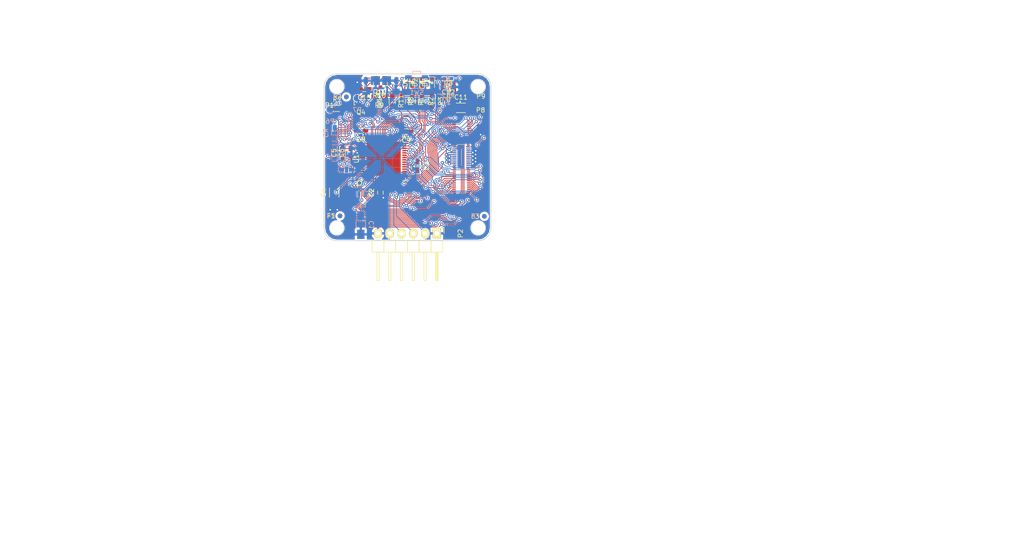
<source format=kicad_pcb>
(kicad_pcb (version 4) (host pcbnew 4.0.1-stable)
  (layers (0 F.Cu signal) (31 B.Cu signal) (34 B.Paste user) (35 F.Paste user) (36 B.SilkS user) (37 F.SilkS user) (38 B.Mask user) (39 F.Mask user) (44 Edge.Cuts user))
  (net 0 "")
  (net 1 /SPI1_MOSI)
  (net 2 /UART1_RX)
  (net 3 /TIMG1_CH1)
  (net 4 /TIM1)
  (net 5 /UART5_RX_SPI1_MISO)
  (net 6 /SPI1_SCK)
  (net 7 /UART5_TX_SPI1_NSS)
  (net 8 /SPI2_MOSI)
  (net 9 /UART4_RX_SPI2_MISO)
  (net 10 /SPI2_SCK)
  (net 11 /UART4_TX_SPI2_NSS)
  (net 12 /SPI3_MOSI)
  (net 13 /UART3_RX_SPI3_MISO)
  (net 14 /SPI3_SCK)
  (net 15 /UART3_TX_SPI3_NSS)
  (net 16 /ADC2)
  (net 17 /ADC1)
  (net 18 /TIMG2_CH4)
  (net 19 /TIMG2_CH3)
  (net 20 /TIMG2_CH2)
  (net 21 /TIMG2_CH1)
  (net 22 /TIMG1_CH4)
  (net 23 /TIMG1_CH3)
  (net 24 /TIMG1_CH2)
  (net 25 /TIM2)
  (net 26 /TIM3)
  (net 27 /TIM4)
  (net 28 /GPIO1)
  (net 29 /GPIO2)
  (net 30 /GPIO3)
  (net 31 /GPIO4)
  (net 32 /GPIO5)
  (net 33 /GPIO6)
  (net 34 /i2c_SDA)
  (net 35 /i2c_SCL)
  (net 36 +5V)
  (net 37 /UART6_TX)
  (net 38 /UART6_RX)
  (net 39 /UART2_TX)
  (net 40 /UART2_RX)
  (net 41 /UART1_TX)
  (net 42 GND)
  (net 43 "Net-(C1-Pad2)")
  (net 44 VDD)
  (net 45 "Net-(C6-Pad1)")
  (net 46 "Net-(C7-Pad2)")
  (net 47 "Net-(C11-Pad1)")
  (net 48 "Net-(C15-Pad1)")
  (net 49 "Net-(D1-Pad1)")
  (net 50 "Net-(D2-Pad1)")
  (net 51 "Net-(D3-Pad1)")
  (net 52 +5VA)
  (net 53 "Net-(D5-Pad1)")
  (net 54 /D0)
  (net 55 /D1)
  (net 56 /D2)
  (net 57 /D3)
  (net 58 "Net-(P3-Pad4)")
  (net 59 +BATT)
  (net 60 /Power/CURRENT)
  (net 61 /Reset/RESET)
  (net 62 /Reset/BOOT0)
  (net 63 "Net-(Q3-Pad3)")
  (net 64 /LED1)
  (net 65 /LED2)
  (net 66 /LED3)
  (net 67 "Net-(PORT_OUT1-Pad56)")
  (net 68 "Net-(PORT_OUT1-Pad55)")
  (net 69 "Net-(PORT_OUT1-Pad54)")
  (net 70 "Net-(PORT_OUT1-Pad53)")
  (net 71 "Net-(PORT_OUT1-Pad52)")
  (net 72 "Net-(PORT_OUT1-Pad51)")
  (net 73 "Net-(PORT_OUT1-Pad67)")
  (net 74 "Net-(PORT_OUT1-Pad68)")
  (net 75 "Net-(PORT_OUT1-Pad28)")
  (net 76 "Net-(PORT_OUT1-Pad27)")
  (net 77 "Net-(PORT_OUT1-Pad26)")
  (net 78 "Net-(PORT_OUT1-Pad25)")
  (net 79 "Net-(PORT_OUT1-Pad17)")
  (net 80 /USB-)
  (net 81 /USB+)
  (module macrofab:Fiducial (layer B.Cu) (at 164.59 120.76)
    (fp_text reference F6 (at -1.97 0) (layer B.SilkS) (effects (justify mirror)))
    (fp_text value 1mm)
    (pad "" smd circle (at 0 0) (size 1 1) (layers B.Cu B.Paste B.Mask) (clearance 0.5))
  )
  (module macrofab:Fiducial (layer B.Cu) (at 134.8 94.97)
    (fp_text reference F5 (at -1.97 0) (layer B.SilkS) (effects (justify mirror)))
    (fp_text value 1mm)
    (pad "" smd circle (at 0 0) (size 1 1) (layers B.Cu B.Paste B.Mask) (clearance 0.5))
  )
  (module macrofab:Fiducial (layer B.Cu) (at 133.43 120.66)
    (fp_text reference F4 (at -1.97 0) (layer B.SilkS) (effects (justify mirror)))
    (fp_text value 1mm)
    (pad "" smd circle (at 0 0) (size 1 1) (layers B.Cu B.Paste B.Mask) (clearance 0.5))
  )
  (module macrofab:Fiducial (layer F.Cu) (at 164.59 120.76)
    (fp_text reference F3 (at -1.97 0) (layer F.SilkS))
    (fp_text value 1mm)
    (pad "" smd circle (at 0 0) (size 1 1) (layers F.Cu F.Paste F.Mask) (clearance 0.5))
  )
  (module macrofab:Fiducial (layer F.Cu) (at 134.8 94.97)
    (fp_text reference F2 (at -1.97 0) (layer F.SilkS))
    (fp_text value 1mm)
    (pad "" smd circle (at 0 0) (size 1 1) (layers F.Cu F.Paste F.Mask) (clearance 0.5))
  )
  (module Housings_DFN_QFN:QFN-64-1EP_9x9mm_Pitch0.5mm (layer F.Cu) (at 142.85125 108.31125 90)
    (fp_text reference U1 (at 0 -5.875 90) (layer F.SilkS))
    (fp_text value SAMD21J)
    (pad 1 smd rect (at -4.45 -3.75 90) (size 0.85 0.3) (layers F.Cu F.Paste F.Mask) (net 19 /TIMG2_CH3) (clearance 0.1))
    (pad 2 smd rect (at -4.45 -3.25 90) (size 0.85 0.3) (layers F.Cu F.Paste F.Mask) (net 18 /TIMG2_CH4))
    (pad 3 smd rect (at -4.45 -2.75 90) (size 0.85 0.3) (layers F.Cu F.Paste F.Mask) (net 33 /GPIO6))
    (pad 4 smd rect (at -4.45 -2.25 90) (size 0.85 0.3) (layers F.Cu F.Paste F.Mask) (net 32 /GPIO5))
    (pad 5 smd rect (at -4.45 -1.75 90) (size 0.85 0.3) (layers F.Cu F.Paste F.Mask) (net 59 +BATT))
    (pad 6 smd rect (at -4.45 -1.25 90) (size 0.85 0.3) (layers F.Cu F.Paste F.Mask) (net 60 /Power/CURRENT))
    (pad 7 smd rect (at -4.45 -0.75 90) (size 0.85 0.3) (layers F.Cu F.Paste F.Mask) (net 43 "Net-(C1-Pad2)"))
    (pad 8 smd rect (at -4.45 -0.25 90) (size 0.85 0.3) (layers F.Cu F.Paste F.Mask) (net 42 GND))
    (pad 9 smd rect (at -4.45 0.25 90) (size 0.85 0.3) (layers F.Cu F.Paste F.Mask) (net 16 /ADC2))
    (pad 10 smd rect (at -4.45 0.75 90) (size 0.85 0.3) (layers F.Cu F.Paste F.Mask) (net 17 /ADC1))
    (pad 11 smd rect (at -4.45 1.25 90) (size 0.85 0.3) (layers F.Cu F.Paste F.Mask) (net 27 /TIM4))
    (pad 12 smd rect (at -4.45 1.75 90) (size 0.85 0.3) (layers F.Cu F.Paste F.Mask) (net 57 /D3))
    (pad 13 smd rect (at -4.45 2.25 90) (size 0.85 0.3) (layers F.Cu F.Paste F.Mask) (net 56 /D2))
    (pad 14 smd rect (at -4.45 2.75 90) (size 0.85 0.3) (layers F.Cu F.Paste F.Mask) (net 55 /D1))
    (pad 15 smd rect (at -4.45 3.25 90) (size 0.85 0.3) (layers F.Cu F.Paste F.Mask) (net 41 /UART1_TX))
    (pad 16 smd rect (at -4.45 3.75 90) (size 0.85 0.3) (layers F.Cu F.Paste F.Mask) (net 2 /UART1_RX) (clearance 0.1))
    (pad 17 smd rect (at -3.75 4.45 180) (size 0.85 0.3) (layers F.Cu F.Paste F.Mask) (net 22 /TIMG1_CH4) (clearance 0.1))
    (pad 18 smd rect (at -3.25 4.45 180) (size 0.85 0.3) (layers F.Cu F.Paste F.Mask) (net 23 /TIMG1_CH3))
    (pad 19 smd rect (at -2.75 4.45 180) (size 0.85 0.3) (layers F.Cu F.Paste F.Mask) (net 24 /TIMG1_CH2))
    (pad 20 smd rect (at -2.25 4.45 180) (size 0.85 0.3) (layers F.Cu F.Paste F.Mask) (net 3 /TIMG1_CH1))
    (pad 21 smd rect (at -1.75 4.45 180) (size 0.85 0.3) (layers F.Cu F.Paste F.Mask) (net 44 VDD))
    (pad 22 smd rect (at -1.25 4.45 180) (size 0.85 0.3) (layers F.Cu F.Paste F.Mask) (net 42 GND))
    (pad 23 smd rect (at -0.75 4.45 180) (size 0.85 0.3) (layers F.Cu F.Paste F.Mask) (net 4 /TIM1))
    (pad 24 smd rect (at -0.25 4.45 180) (size 0.85 0.3) (layers F.Cu F.Paste F.Mask) (net 54 /D0))
    (pad 25 smd rect (at 0.25 4.45 180) (size 0.85 0.3) (layers F.Cu F.Paste F.Mask) (net 66 /LED3))
    (pad 26 smd rect (at 0.75 4.45 180) (size 0.85 0.3) (layers F.Cu F.Paste F.Mask) (net 65 /LED2))
    (pad 27 smd rect (at 1.25 4.45 180) (size 0.85 0.3) (layers F.Cu F.Paste F.Mask) (net 39 /UART2_TX))
    (pad 28 smd rect (at 1.75 4.45 180) (size 0.85 0.3) (layers F.Cu F.Paste F.Mask) (net 40 /UART2_RX))
    (pad 29 smd rect (at 2.25 4.45 180) (size 0.85 0.3) (layers F.Cu F.Paste F.Mask) (net 12 /SPI3_MOSI))
    (pad 30 smd rect (at 2.75 4.45 180) (size 0.85 0.3) (layers F.Cu F.Paste F.Mask) (net 14 /SPI3_SCK))
    (pad 31 smd rect (at 3.25 4.45 180) (size 0.85 0.3) (layers F.Cu F.Paste F.Mask) (net 15 /UART3_TX_SPI3_NSS))
    (pad 32 smd rect (at 3.75 4.45 180) (size 0.85 0.3) (layers F.Cu F.Paste F.Mask) (net 13 /UART3_RX_SPI3_MISO) (clearance 0.1))
    (pad 33 smd rect (at 4.45 3.75 90) (size 0.85 0.3) (layers F.Cu F.Paste F.Mask) (net 42 GND) (clearance 0.1))
    (pad 34 smd rect (at 4.45 3.25 90) (size 0.85 0.3) (layers F.Cu F.Paste F.Mask) (net 44 VDD))
    (pad 35 smd rect (at 4.45 2.75 90) (size 0.85 0.3) (layers F.Cu F.Paste F.Mask) (net 8 /SPI2_MOSI))
    (pad 36 smd rect (at 4.45 2.25 90) (size 0.85 0.3) (layers F.Cu F.Paste F.Mask) (net 10 /SPI2_SCK))
    (pad 37 smd rect (at 4.45 1.75 90) (size 0.85 0.3) (layers F.Cu F.Paste F.Mask) (net 11 /UART4_TX_SPI2_NSS))
    (pad 38 smd rect (at 4.45 1.25 90) (size 0.85 0.3) (layers F.Cu F.Paste F.Mask) (net 9 /UART4_RX_SPI2_MISO))
    (pad 39 smd rect (at 4.45 0.75 90) (size 0.85 0.3) (layers F.Cu F.Paste F.Mask) (net 25 /TIM2))
    (pad 40 smd rect (at 4.45 0.25 90) (size 0.85 0.3) (layers F.Cu F.Paste F.Mask) (net 64 /LED1))
    (pad 41 smd rect (at 4.45 -0.25 90) (size 0.85 0.3) (layers F.Cu F.Paste F.Mask) (net 37 /UART6_TX))
    (pad 42 smd rect (at 4.45 -0.75 90) (size 0.85 0.3) (layers F.Cu F.Paste F.Mask) (net 38 /UART6_RX))
    (pad 43 smd rect (at 4.45 -1.25 90) (size 0.85 0.3) (layers F.Cu F.Paste F.Mask) (net 34 /i2c_SDA))
    (pad 44 smd rect (at 4.45 -1.75 90) (size 0.85 0.3) (layers F.Cu F.Paste F.Mask) (net 35 /i2c_SCL))
    (pad 45 smd rect (at 4.45 -2.25 90) (size 0.85 0.3) (layers F.Cu F.Paste F.Mask) (net 80 /USB-))
    (pad 46 smd rect (at 4.45 -2.75 90) (size 0.85 0.3) (layers F.Cu F.Paste F.Mask) (net 81 /USB+))
    (pad 47 smd rect (at 4.45 -3.25 90) (size 0.85 0.3) (layers F.Cu F.Paste F.Mask) (net 42 GND))
    (pad 48 smd rect (at 4.45 -3.75 90) (size 0.85 0.3) (layers F.Cu F.Paste F.Mask) (net 44 VDD) (clearance 0.1))
    (pad 49 smd rect (at 3.75 -4.45 180) (size 0.85 0.3) (layers F.Cu F.Paste F.Mask) (net 26 /TIM3) (clearance 0.1))
    (pad 50 smd rect (at 3.25 -4.45 180) (size 0.85 0.3) (layers F.Cu F.Paste F.Mask) (net 62 /Reset/BOOT0))
    (pad 51 smd rect (at 2.75 -4.45 180) (size 0.85 0.3) (layers F.Cu F.Paste F.Mask) (net 31 /GPIO4))
    (pad 52 smd rect (at 2.25 -4.45 180) (size 0.85 0.3) (layers F.Cu F.Paste F.Mask) (net 46 "Net-(C7-Pad2)"))
    (pad 53 smd rect (at 1.75 -4.45 180) (size 0.85 0.3) (layers F.Cu F.Paste F.Mask) (net 30 /GPIO3))
    (pad 54 smd rect (at 1.25 -4.45 180) (size 0.85 0.3) (layers F.Cu F.Paste F.Mask) (net 42 GND))
    (pad 55 smd rect (at 0.75 -4.45 180) (size 0.85 0.3) (layers F.Cu F.Paste F.Mask) (net 45 "Net-(C6-Pad1)"))
    (pad 56 smd rect (at 0.25 -4.45 180) (size 0.85 0.3) (layers F.Cu F.Paste F.Mask) (net 44 VDD))
    (pad 57 smd rect (at -0.25 -4.45 180) (size 0.85 0.3) (layers F.Cu F.Paste F.Mask) (net 29 /GPIO2))
    (pad 58 smd rect (at -0.75 -4.45 180) (size 0.85 0.3) (layers F.Cu F.Paste F.Mask) (net 28 /GPIO1))
    (pad 59 smd rect (at -1.25 -4.45 180) (size 0.85 0.3) (layers F.Cu F.Paste F.Mask) (net 21 /TIMG2_CH1))
    (pad 60 smd rect (at -1.75 -4.45 180) (size 0.85 0.3) (layers F.Cu F.Paste F.Mask) (net 20 /TIMG2_CH2))
    (pad 61 smd rect (at -2.25 -4.45 180) (size 0.85 0.3) (layers F.Cu F.Paste F.Mask) (net 7 /UART5_TX_SPI1_NSS))
    (pad 62 smd rect (at -2.75 -4.45 180) (size 0.85 0.3) (layers F.Cu F.Paste F.Mask) (net 5 /UART5_RX_SPI1_MISO))
    (pad 63 smd rect (at -3.25 -4.45 180) (size 0.85 0.3) (layers F.Cu F.Paste F.Mask) (net 1 /SPI1_MOSI))
    (pad 64 smd rect (at -3.75 -4.45 180) (size 0.85 0.3) (layers F.Cu F.Paste F.Mask) (net 6 /SPI1_SCK) (clearance 0.1))
    (pad 65 smd rect (at 2.75625 2.75625 90) (size 1.8375 1.8375) (layers F.Cu F.Paste F.Mask))
    (pad 65 smd rect (at 2.75625 0.91875 90) (size 1.8375 1.8375) (layers F.Cu F.Paste F.Mask))
    (pad 65 smd rect (at 2.75625 -0.91875 90) (size 1.8375 1.8375) (layers F.Cu F.Paste F.Mask))
    (pad 65 smd rect (at 2.75625 -2.75625 90) (size 1.8375 1.8375) (layers F.Cu F.Paste F.Mask))
    (pad 65 smd rect (at 0.91875 2.75625 90) (size 1.8375 1.8375) (layers F.Cu F.Paste F.Mask))
    (pad 65 smd rect (at 0.91875 0.91875 90) (size 1.8375 1.8375) (layers F.Cu F.Paste F.Mask))
    (pad 65 smd rect (at 0.91875 -0.91875 90) (size 1.8375 1.8375) (layers F.Cu F.Paste F.Mask))
    (pad 65 smd rect (at 0.91875 -2.75625 90) (size 1.8375 1.8375) (layers F.Cu F.Paste F.Mask))
    (pad 65 smd rect (at -0.91875 2.75625 90) (size 1.8375 1.8375) (layers F.Cu F.Paste F.Mask))
    (pad 65 smd rect (at -0.91875 0.91875 90) (size 1.8375 1.8375) (layers F.Cu F.Paste F.Mask))
    (pad 65 smd rect (at -0.91875 -0.91875 90) (size 1.8375 1.8375) (layers F.Cu F.Paste F.Mask))
    (pad 65 smd rect (at -0.91875 -2.75625 90) (size 1.8375 1.8375) (layers F.Cu F.Paste F.Mask))
    (pad 65 smd rect (at -2.75625 2.75625 90) (size 1.8375 1.8375) (layers F.Cu F.Paste F.Mask))
    (pad 65 smd rect (at -2.75625 0.91875 90) (size 1.8375 1.8375) (layers F.Cu F.Paste F.Mask))
    (pad 65 smd rect (at -2.75625 -0.91875 90) (size 1.8375 1.8375) (layers F.Cu F.Paste F.Mask))
    (pad 65 smd rect (at -2.75625 -2.75625 90) (size 1.8375 1.8375) (layers F.Cu F.Paste F.Mask))
  )
  (module DF40-3-4mm-80pin-Receptacle (layer F.Cu) (at 159.65 108)
    (fp_text reference PORT_OUT1 hide)
    (fp_text value CKD_SANDWICH hide)
    (pad 41 smd rect (at 1.54 -7.8) (size 0.7 0.2) (layers F.Cu F.Paste F.Mask) (net 3 /TIMG1_CH1))
    (pad 42 smd rect (at 1.54 -7.4) (size 0.7 0.2) (layers F.Cu F.Paste F.Mask) (net 24 /TIMG1_CH2))
    (pad 43 smd rect (at 1.54 -7) (size 0.7 0.2) (layers F.Cu F.Paste F.Mask) (net 23 /TIMG1_CH3))
    (pad 44 smd rect (at 1.54 -6.6) (size 0.7 0.2) (layers F.Cu F.Paste F.Mask) (net 22 /TIMG1_CH4))
    (pad 45 smd rect (at 1.54 -6.2) (size 0.7 0.2) (layers F.Cu F.Paste F.Mask) (net 21 /TIMG2_CH1))
    (pad 46 smd rect (at 1.54 -5.8) (size 0.7 0.2) (layers F.Cu F.Paste F.Mask) (net 20 /TIMG2_CH2))
    (pad 47 smd rect (at 1.54 -5.4) (size 0.7 0.2) (layers F.Cu F.Paste F.Mask) (net 19 /TIMG2_CH3))
    (pad 48 smd rect (at 1.54 -5) (size 0.7 0.2) (layers F.Cu F.Paste F.Mask) (net 18 /TIMG2_CH4))
    (pad 49 smd rect (at 1.54 -4.6) (size 0.7 0.2) (layers F.Cu F.Paste F.Mask) (net 17 /ADC1))
    (pad 50 smd rect (at 1.54 -4.2) (size 0.7 0.2) (layers F.Cu F.Paste F.Mask) (net 16 /ADC2))
    (pad 60 smd rect (at 1.54 -0.2) (size 0.7 0.2) (layers F.Cu F.Paste F.Mask) (net 42 GND))
    (pad 59 smd rect (at 1.54 -0.6) (size 0.7 0.2) (layers F.Cu F.Paste F.Mask) (net 42 GND))
    (pad 58 smd rect (at 1.54 -1) (size 0.7 0.2) (layers F.Cu F.Paste F.Mask) (net 42 GND))
    (pad 57 smd rect (at 1.54 -1.4) (size 0.7 0.2) (layers F.Cu F.Paste F.Mask) (net 42 GND))
    (pad 56 smd rect (at 1.54 -1.8) (size 0.7 0.2) (layers F.Cu F.Paste F.Mask) (net 67 "Net-(PORT_OUT1-Pad56)"))
    (pad 55 smd rect (at 1.54 -2.2) (size 0.7 0.2) (layers F.Cu F.Paste F.Mask) (net 68 "Net-(PORT_OUT1-Pad55)"))
    (pad 54 smd rect (at 1.54 -2.6) (size 0.7 0.2) (layers F.Cu F.Paste F.Mask) (net 69 "Net-(PORT_OUT1-Pad54)"))
    (pad 53 smd rect (at 1.54 -3) (size 0.7 0.2) (layers F.Cu F.Paste F.Mask) (net 70 "Net-(PORT_OUT1-Pad53)"))
    (pad 52 smd rect (at 1.54 -3.4) (size 0.7 0.2) (layers F.Cu F.Paste F.Mask) (net 71 "Net-(PORT_OUT1-Pad52)"))
    (pad 51 smd rect (at 1.54 -3.8) (size 0.7 0.2) (layers F.Cu F.Paste F.Mask) (net 72 "Net-(PORT_OUT1-Pad51)"))
    (pad 61 smd rect (at 1.54 0.2) (size 0.7 0.2) (layers F.Cu F.Paste F.Mask) (net 42 GND))
    (pad 62 smd rect (at 1.54 0.6) (size 0.7 0.2) (layers F.Cu F.Paste F.Mask) (net 42 GND))
    (pad 63 smd rect (at 1.54 1) (size 0.7 0.2) (layers F.Cu F.Paste F.Mask) (net 42 GND))
    (pad 64 smd rect (at 1.54 1.4) (size 0.7 0.2) (layers F.Cu F.Paste F.Mask) (net 42 GND))
    (pad 65 smd rect (at 1.54 1.8) (size 0.7 0.2) (layers F.Cu F.Paste F.Mask) (net 62 /Reset/BOOT0))
    (pad 66 smd rect (at 1.54 2.2) (size 0.7 0.2) (layers F.Cu F.Paste F.Mask) (net 61 /Reset/RESET))
    (pad 67 smd rect (at 1.54 2.6) (size 0.7 0.2) (layers F.Cu F.Paste F.Mask) (net 73 "Net-(PORT_OUT1-Pad67)"))
    (pad 68 smd rect (at 1.54 3) (size 0.7 0.2) (layers F.Cu F.Paste F.Mask) (net 74 "Net-(PORT_OUT1-Pad68)"))
    (pad 69 smd rect (at 1.54 3.4) (size 0.7 0.2) (layers F.Cu F.Paste F.Mask) (net 15 /UART3_TX_SPI3_NSS))
    (pad 70 smd rect (at 1.54 3.8) (size 0.7 0.2) (layers F.Cu F.Paste F.Mask) (net 14 /SPI3_SCK))
    (pad 80 smd rect (at 1.54 7.8) (size 0.7 0.2) (layers F.Cu F.Paste F.Mask) (net 1 /SPI1_MOSI))
    (pad 79 smd rect (at 1.54 7.4) (size 0.7 0.2) (layers F.Cu F.Paste F.Mask) (net 5 /UART5_RX_SPI1_MISO))
    (pad 78 smd rect (at 1.54 7) (size 0.7 0.2) (layers F.Cu F.Paste F.Mask) (net 6 /SPI1_SCK))
    (pad 77 smd rect (at 1.54 6.6) (size 0.7 0.2) (layers F.Cu F.Paste F.Mask) (net 7 /UART5_TX_SPI1_NSS))
    (pad 76 smd rect (at 1.54 6.2) (size 0.7 0.2) (layers F.Cu F.Paste F.Mask) (net 8 /SPI2_MOSI))
    (pad 75 smd rect (at 1.54 5.8) (size 0.7 0.2) (layers F.Cu F.Paste F.Mask) (net 9 /UART4_RX_SPI2_MISO))
    (pad 74 smd rect (at 1.54 5.4) (size 0.7 0.2) (layers F.Cu F.Paste F.Mask) (net 10 /SPI2_SCK))
    (pad 73 smd rect (at 1.54 5) (size 0.7 0.2) (layers F.Cu F.Paste F.Mask) (net 11 /UART4_TX_SPI2_NSS))
    (pad 72 smd rect (at 1.54 4.6) (size 0.7 0.2) (layers F.Cu F.Paste F.Mask) (net 12 /SPI3_MOSI))
    (pad 71 smd rect (at 1.54 4.2) (size 0.7 0.2) (layers F.Cu F.Paste F.Mask) (net 13 /UART3_RX_SPI3_MISO))
    (pad 31 smd rect (at -1.54 4.2) (size 0.7 0.2) (layers F.Cu F.Paste F.Mask) (net 7 /UART5_TX_SPI1_NSS))
    (pad 32 smd rect (at -1.54 4.6) (size 0.7 0.2) (layers F.Cu F.Paste F.Mask) (net 5 /UART5_RX_SPI1_MISO))
    (pad 33 smd rect (at -1.54 5) (size 0.7 0.2) (layers F.Cu F.Paste F.Mask) (net 11 /UART4_TX_SPI2_NSS))
    (pad 34 smd rect (at -1.54 5.4) (size 0.7 0.2) (layers F.Cu F.Paste F.Mask) (net 9 /UART4_RX_SPI2_MISO))
    (pad 35 smd rect (at -1.54 5.8) (size 0.7 0.2) (layers F.Cu F.Paste F.Mask) (net 15 /UART3_TX_SPI3_NSS))
    (pad 36 smd rect (at -1.54 6.2) (size 0.7 0.2) (layers F.Cu F.Paste F.Mask) (net 13 /UART3_RX_SPI3_MISO))
    (pad 37 smd rect (at -1.54 6.6) (size 0.7 0.2) (layers F.Cu F.Paste F.Mask) (net 39 /UART2_TX))
    (pad 38 smd rect (at -1.54 7) (size 0.7 0.2) (layers F.Cu F.Paste F.Mask) (net 40 /UART2_RX))
    (pad 39 smd rect (at -1.54 7.4) (size 0.7 0.2) (layers F.Cu F.Paste F.Mask) (net 41 /UART1_TX))
    (pad 40 smd rect (at -1.54 7.8) (size 0.7 0.2) (layers F.Cu F.Paste F.Mask) (net 2 /UART1_RX))
    (pad 30 smd rect (at -1.54 3.8) (size 0.7 0.2) (layers F.Cu F.Paste F.Mask) (net 38 /UART6_RX))
    (pad 29 smd rect (at -1.54 3.4) (size 0.7 0.2) (layers F.Cu F.Paste F.Mask) (net 37 /UART6_TX))
    (pad 28 smd rect (at -1.54 3) (size 0.7 0.2) (layers F.Cu F.Paste F.Mask) (net 75 "Net-(PORT_OUT1-Pad28)"))
    (pad 27 smd rect (at -1.54 2.6) (size 0.7 0.2) (layers F.Cu F.Paste F.Mask) (net 76 "Net-(PORT_OUT1-Pad27)"))
    (pad 26 smd rect (at -1.54 2.2) (size 0.7 0.2) (layers F.Cu F.Paste F.Mask) (net 77 "Net-(PORT_OUT1-Pad26)"))
    (pad 25 smd rect (at -1.54 1.8) (size 0.7 0.2) (layers F.Cu F.Paste F.Mask) (net 78 "Net-(PORT_OUT1-Pad25)"))
    (pad 24 smd rect (at -1.54 1.4) (size 0.7 0.2) (layers F.Cu F.Paste F.Mask) (net 36 +5V))
    (pad 23 smd rect (at -1.54 1) (size 0.7 0.2) (layers F.Cu F.Paste F.Mask) (net 36 +5V))
    (pad 22 smd rect (at -1.54 0.6) (size 0.7 0.2) (layers F.Cu F.Paste F.Mask) (net 36 +5V))
    (pad 21 smd rect (at -1.54 0.2) (size 0.7 0.2) (layers F.Cu F.Paste F.Mask) (net 36 +5V))
    (pad 11 smd rect (at -1.54 -3.8) (size 0.7 0.2) (layers F.Cu F.Paste F.Mask) (net 34 /i2c_SDA))
    (pad 12 smd rect (at -1.54 -3.4) (size 0.7 0.2) (layers F.Cu F.Paste F.Mask) (net 35 /i2c_SCL))
    (pad 13 smd rect (at -1.54 -3) (size 0.7 0.2) (layers F.Cu F.Paste F.Mask) (net 42 GND))
    (pad 14 smd rect (at -1.54 -2.6) (size 0.7 0.2) (layers F.Cu F.Paste F.Mask) (net 42 GND))
    (pad 15 smd rect (at -1.54 -2.2) (size 0.7 0.2) (layers F.Cu F.Paste F.Mask) (net 44 VDD))
    (pad 16 smd rect (at -1.54 -1.8) (size 0.7 0.2) (layers F.Cu F.Paste F.Mask) (net 44 VDD))
    (pad 17 smd rect (at -1.54 -1.4) (size 0.7 0.2) (layers F.Cu F.Paste F.Mask) (net 79 "Net-(PORT_OUT1-Pad17)"))
    (pad 18 smd rect (at -1.54 -1) (size 0.7 0.2) (layers F.Cu F.Paste F.Mask) (net 59 +BATT))
    (pad 19 smd rect (at -1.54 -0.6) (size 0.7 0.2) (layers F.Cu F.Paste F.Mask) (net 36 +5V))
    (pad 20 smd rect (at -1.54 -0.2) (size 0.7 0.2) (layers F.Cu F.Paste F.Mask) (net 36 +5V))
    (pad 10 smd rect (at -1.54 -4.2) (size 0.7 0.2) (layers F.Cu F.Paste F.Mask) (net 33 /GPIO6))
    (pad 9 smd rect (at -1.54 -4.6) (size 0.7 0.2) (layers F.Cu F.Paste F.Mask) (net 32 /GPIO5))
    (pad 8 smd rect (at -1.54 -5) (size 0.7 0.2) (layers F.Cu F.Paste F.Mask) (net 31 /GPIO4))
    (pad 7 smd rect (at -1.54 -5.4) (size 0.7 0.2) (layers F.Cu F.Paste F.Mask) (net 30 /GPIO3))
    (pad 6 smd rect (at -1.54 -5.8) (size 0.7 0.2) (layers F.Cu F.Paste F.Mask) (net 29 /GPIO2))
    (pad 5 smd rect (at -1.54 -6.2) (size 0.7 0.2) (layers F.Cu F.Paste F.Mask) (net 28 /GPIO1))
    (pad 4 smd rect (at -1.54 -6.6) (size 0.7 0.2) (layers F.Cu F.Paste F.Mask) (net 27 /TIM4))
    (pad 3 smd rect (at -1.54 -7) (size 0.7 0.2) (layers F.Cu F.Paste F.Mask) (net 26 /TIM3))
    (pad 2 smd rect (at -1.54 -7.4) (size 0.7 0.2) (layers F.Cu F.Paste F.Mask) (net 25 /TIM2))
    (pad 1 smd rect (at -1.54 -7.8) (size 0.7 0.2) (layers F.Cu F.Paste F.Mask) (net 4 /TIM1))
  )
  (module Mounting_Holes:MountingHole_3mm (layer F.Cu) (at 163.25 123.25)
    (fp_text reference REF** hide)
    (fp_text value MountingHole_3mm hide)
    (pad 1 thru_hole circle (at 0 0) (size 3 3) (drill 3) (layers))
  )
  (module Mounting_Holes:MountingHole_3mm (layer F.Cu) (at 132.75 123.25)
    (fp_text reference REF** hide)
    (fp_text value MountingHole_3mm hide)
    (pad 1 thru_hole circle (at 0 0) (size 3 3) (drill 3) (layers))
  )
  (module Mounting_Holes:MountingHole_3mm (layer F.Cu) (at 132.75 92.75)
    (fp_text reference REF** hide)
    (fp_text value MountingHole_3mm hide)
    (pad 1 thru_hole circle (at 0 0) (size 3 3) (drill 3) (layers))
  )
  (module Mounting_Holes:MountingHole_3mm (layer F.Cu) (at 163.25 92.75)
    (fp_text reference REF** hide)
    (fp_text value MountingHole_3mm hide)
    (pad 1 thru_hole circle (at 0 0) (size 3 3) (drill 3) (layers))
  )
  (module Capacitors_SMD:C_1206_HandSoldering (layer B.Cu) (at 137.92 122.65 90)
    (fp_text reference C1 (at 0 2.3 90) (layer B.SilkS) (effects (justify mirror)))
    (fp_text value 10uF)
    (pad 1 smd rect (at -2 0 90) (size 2 1.6) (layers B.Cu B.Paste B.Mask) (net 42 GND))
    (pad 2 smd rect (at 2 0 90) (size 2 1.6) (layers B.Cu B.Paste B.Mask) (net 43 "Net-(C1-Pad2)"))
  )
  (module Capacitors_SMD:C_0603_HandSoldering (layer F.Cu) (at 142.15 115.65 90)
    (fp_text reference C2 (at 0 -1.9 90) (layer F.SilkS))
    (fp_text value 0.1uF)
    (pad 1 smd rect (at -0.95 0 90) (size 1.2 0.75) (layers F.Cu F.Paste F.Mask) (net 42 GND))
    (pad 2 smd rect (at 0.95 0 90) (size 1.2 0.75) (layers F.Cu F.Paste F.Mask) (net 43 "Net-(C1-Pad2)"))
  )
  (module Capacitors_SMD:C_0603_HandSoldering (layer F.Cu) (at 150.2 109.85 270)
    (fp_text reference C3 (at 0 -1.9 270) (layer F.SilkS))
    (fp_text value 0.1uF)
    (pad 1 smd rect (at -0.95 0 270) (size 1.2 0.75) (layers F.Cu F.Paste F.Mask) (net 42 GND))
    (pad 2 smd rect (at 0.95 0 270) (size 1.2 0.75) (layers F.Cu F.Paste F.Mask) (net 44 VDD))
  )
  (module Capacitors_SMD:C_1206_HandSoldering (layer F.Cu) (at 132.18 115.64 90)
    (fp_text reference C4 (at 0 -2.3 90) (layer F.SilkS))
    (fp_text value 10uF)
    (pad 1 smd rect (at -2 0 90) (size 2 1.6) (layers F.Cu F.Paste F.Mask) (net 42 GND))
    (pad 2 smd rect (at 2 0 90) (size 2 1.6) (layers F.Cu F.Paste F.Mask) (net 44 VDD))
  )
  (module Capacitors_SMD:C_0603_HandSoldering (layer F.Cu) (at 134.01 107.07 90)
    (fp_text reference C5 (at 0 -1.9 90) (layer F.SilkS))
    (fp_text value 0.1uF)
    (pad 1 smd rect (at -0.95 0 90) (size 1.2 0.75) (layers F.Cu F.Paste F.Mask) (net 44 VDD))
    (pad 2 smd rect (at 0.95 0 90) (size 1.2 0.75) (layers F.Cu F.Paste F.Mask) (net 42 GND))
  )
  (module Capacitors_SMD:C_0603_HandSoldering (layer F.Cu) (at 135.67 107.06 90)
    (fp_text reference C6 (at 0 -1.9 90) (layer F.SilkS))
    (fp_text value 1uF)
    (pad 1 smd rect (at -0.95 0 90) (size 1.2 0.75) (layers F.Cu F.Paste F.Mask) (net 45 "Net-(C6-Pad1)"))
    (pad 2 smd rect (at 0.95 0 90) (size 1.2 0.75) (layers F.Cu F.Paste F.Mask) (net 42 GND))
  )
  (module Capacitors_SMD:C_0603_HandSoldering (layer B.Cu) (at 134.94 106.08 180)
    (fp_text reference C7 (at 0 1.9 180) (layer B.SilkS) (effects (justify mirror)))
    (fp_text value 0.1uF)
    (pad 1 smd rect (at -0.95 0 180) (size 1.2 0.75) (layers B.Cu B.Paste B.Mask) (net 42 GND))
    (pad 2 smd rect (at 0.95 0 180) (size 1.2 0.75) (layers B.Cu B.Paste B.Mask) (net 46 "Net-(C7-Pad2)"))
  )
  (module Capacitors_SMD:C_0603_HandSoldering (layer F.Cu) (at 137.97 102.24 180)
    (fp_text reference C8 (at 0 -1.9 180) (layer F.SilkS))
    (fp_text value 0.1uF)
    (pad 1 smd rect (at -0.95 0 180) (size 1.2 0.75) (layers F.Cu F.Paste F.Mask) (net 42 GND))
    (pad 2 smd rect (at 0.95 0 180) (size 1.2 0.75) (layers F.Cu F.Paste F.Mask) (net 44 VDD))
  )
  (module Capacitors_SMD:C_0603_HandSoldering (layer F.Cu) (at 147.72 102.45 180)
    (fp_text reference C9 (at 0 -1.9 180) (layer F.SilkS))
    (fp_text value 0.1uF)
    (pad 1 smd rect (at -0.95 0 180) (size 1.2 0.75) (layers F.Cu F.Paste F.Mask) (net 42 GND))
    (pad 2 smd rect (at 0.95 0 180) (size 1.2 0.75) (layers F.Cu F.Paste F.Mask) (net 44 VDD))
  )
  (module Capacitors_SMD:C_1206_HandSoldering (layer F.Cu) (at 159.53 97.34)
    (fp_text reference C11 (at 0 -2.3) (layer F.SilkS))
    (fp_text value 10uF+)
    (pad 1 smd rect (at -2 0) (size 2 1.6) (layers F.Cu F.Paste F.Mask) (net 47 "Net-(C11-Pad1)"))
    (pad 2 smd rect (at 2 0) (size 2 1.6) (layers F.Cu F.Paste F.Mask) (net 42 GND))
  )
  (module Capacitors_SMD:C_0603_HandSoldering (layer F.Cu) (at 156.82 92.06 180)
    (fp_text reference C12 (at 0 -1.9 180) (layer F.SilkS))
    (fp_text value 1uF+)
    (pad 1 smd rect (at -0.95 0 180) (size 1.2 0.75) (layers F.Cu F.Paste F.Mask) (net 44 VDD))
    (pad 2 smd rect (at 0.95 0 180) (size 1.2 0.75) (layers F.Cu F.Paste F.Mask) (net 42 GND))
  )
  (module Capacitors_SMD:C_0603_HandSoldering (layer F.Cu) (at 138.68 93.23 180)
    (fp_text reference C15 (at 0 -1.9 180) (layer F.SilkS))
    (fp_text value 2.2uF)
    (pad 1 smd rect (at -0.95 0 180) (size 1.2 0.75) (layers F.Cu F.Paste F.Mask) (net 48 "Net-(C15-Pad1)"))
    (pad 2 smd rect (at 0.95 0 180) (size 1.2 0.75) (layers F.Cu F.Paste F.Mask) (net 42 GND))
  )
  (module LEDs:LED_0603 (layer F.Cu) (at 149 91.8493 90)
    (fp_text reference D1 (at 0 -1.5 90) (layer F.SilkS))
    (fp_text value GREEN)
    (pad 2 smd rect (at 0.7493 0 270) (size 0.79756 0.79756) (layers F.Cu F.Paste F.Mask) (net 44 VDD))
    (pad 1 smd rect (at -0.7493 0 270) (size 0.79756 0.79756) (layers F.Cu F.Paste F.Mask) (net 49 "Net-(D1-Pad1)"))
  )
  (module LEDs:LED_0603 (layer F.Cu) (at 151.15 91.8493 90)
    (fp_text reference D2 (at 0 -1.5 90) (layer F.SilkS))
    (fp_text value YELLOW)
    (pad 2 smd rect (at 0.7493 0 270) (size 0.79756 0.79756) (layers F.Cu F.Paste F.Mask) (net 44 VDD))
    (pad 1 smd rect (at -0.7493 0 270) (size 0.79756 0.79756) (layers F.Cu F.Paste F.Mask) (net 50 "Net-(D2-Pad1)"))
  )
  (module LEDs:LED_0603 (layer F.Cu) (at 153.3 91.8493 90)
    (fp_text reference D3 (at 0 -1.5 90) (layer F.SilkS))
    (fp_text value RED)
    (pad 2 smd rect (at 0.7493 0 270) (size 0.79756 0.79756) (layers F.Cu F.Paste F.Mask) (net 44 VDD))
    (pad 1 smd rect (at -0.7493 0 270) (size 0.79756 0.79756) (layers F.Cu F.Paste F.Mask) (net 51 "Net-(D3-Pad1)"))
  )
  (module TO_SOT_Packages_SMD:SOT-23 (layer B.Cu) (at 154.54076 95.84 90)
    (fp_text reference D4 (at 0 2.25 90) (layer B.SilkS) (effects (justify mirror)))
    (fp_text value D_Schottky_x2_KCom_AAK)
    (pad 1 smd rect (at -0.95 -1.00076 90) (size 0.8001 0.8001) (layers B.Cu B.Paste B.Mask) (net 36 +5V))
    (pad 2 smd rect (at 0.95 -1.00076 90) (size 0.8001 0.8001) (layers B.Cu B.Paste B.Mask) (net 52 +5VA))
    (pad 3 smd rect (at 0 0.99822 90) (size 0.8001 0.8001) (layers B.Cu B.Paste B.Mask) (net 47 "Net-(C11-Pad1)"))
  )
  (module LEDs:LED_0603 (layer B.Cu) (at 156.68 91.05)
    (fp_text reference D5 (at 0 1.5) (layer B.SilkS) (effects (justify mirror)))
    (fp_text value Red)
    (pad 2 smd rect (at 0.7493 0 180) (size 0.79756 0.79756) (layers B.Cu B.Paste B.Mask) (net 44 VDD))
    (pad 1 smd rect (at -0.7493 0 180) (size 0.79756 0.79756) (layers B.Cu B.Paste B.Mask) (net 53 "Net-(D5-Pad1)"))
  )
  (module Inductors_NEOSID:Neosid_Inductor_SM0603CG (layer B.Cu) (at 138.2 115.96)
    (fp_text reference L1 (at 0.09906 2.30124) (layer B.SilkS) (effects (justify mirror)))
    (fp_text value INDUCTOR_SMALL)
    (pad 2 smd rect (at 0.70104 0) (size 0.59944 1.19888) (layers B.Cu B.Paste B.Mask) (net 43 "Net-(C1-Pad2)"))
    (pad 1 smd rect (at -0.70104 0) (size 0.59944 1.19888) (layers B.Cu B.Paste B.Mask) (net 44 VDD))
  )
  (module Measurement_Points:Measurement_Point_Round-SMD-Pad_Small (layer F.Cu) (at 131.17 99.31)
    (fp_text reference P1 (at 0 -2.54) (layer F.SilkS))
    (fp_text value 3V3)
    (pad 1 smd circle (at 0 0) (size 1.524 1.524) (layers F.Cu F.Paste F.Mask) (net 44 VDD))
  )
  (module Pin_Headers:Pin_Header_Angled_1x06 (layer F.Cu) (at 154.33 124.44 270)
    (fp_text reference P2 (at 0 -5.1 270) (layer F.SilkS))
    (fp_text value CONN_01X06)
    (pad 1 thru_hole rect (at 0 0 270) (size 2.032 1.7272) (drill 1.016) (layers *.Cu *.Mask F.SilkS) (net 42 GND))
    (pad 2 thru_hole oval (at 0 2.54 270) (size 2.032 1.7272) (drill 1.016) (layers *.Cu *.Mask F.SilkS) (net 54 /D0))
    (pad 3 thru_hole oval (at 0 5.08 270) (size 2.032 1.7272) (drill 1.016) (layers *.Cu *.Mask F.SilkS) (net 55 /D1))
    (pad 4 thru_hole oval (at 0 7.62 270) (size 2.032 1.7272) (drill 1.016) (layers *.Cu *.Mask F.SilkS) (net 56 /D2))
    (pad 5 thru_hole oval (at 0 10.16 270) (size 2.032 1.7272) (drill 1.016) (layers *.Cu *.Mask F.SilkS) (net 57 /D3))
    (pad 6 thru_hole oval (at 0 12.7 270) (size 2.032 1.7272) (drill 1.016) (layers *.Cu *.Mask F.SilkS) (net 42 GND))
  )
  (module fci:Mini-USB-B-EDGE (layer B.Cu) (at 142.3 92.65)
    (fp_text reference P3 hide)
    (fp_text value USB_OTG)
    (pad 6 smd rect (at -3.2 1.25) (size 1.6 1.4) (layers B.Cu B.Paste B.Mask) (net 42 GND))
    (pad 6 smd rect (at 3.2 1.25) (size 1.6 1.4) (layers B.Cu B.Paste B.Mask) (net 42 GND))
    (pad 1 smd rect (at -1.3 1.475) (size 0.4 1.35) (layers B.Cu B.Paste B.Mask) (net 52 +5VA))
    (pad 2 smd rect (at -0.65 1.475) (size 0.4 1.35) (layers B.Cu B.Paste B.Mask) (net 80 /USB-))
    (pad 3 smd rect (at 0 1.475) (size 0.4 1.35) (layers B.Cu B.Paste B.Mask) (net 81 /USB+))
    (pad 4 smd rect (at 0.65 1.475) (size 0.4 1.35) (layers B.Cu B.Paste B.Mask) (net 58 "Net-(P3-Pad4)"))
    (pad 5 smd rect (at 1.3 1.475) (size 0.4 1.35) (layers B.Cu B.Paste B.Mask) (net 42 GND))
    (pad 6 smd rect (at -1.2 -1.2) (size 1.9 1.9) (layers B.Cu B.Paste B.Mask) (net 42 GND))
    (pad 6 smd rect (at 1.2 -1.2) (size 1.9 1.9) (layers B.Cu B.Paste B.Mask) (net 42 GND))
    (pad 6 smd oval (at -3.3 -1.2) (size 0.9 1.6) (layers B.Cu B.Paste B.Mask) (net 42 GND))
    (pad 6 smd oval (at 3.3 -1.2) (size 0.9 1.6) (layers B.Cu B.Paste B.Mask) (net 42 GND))
    (pad 6 smd oval (at -3.3 -1.2) (size 0.9 1.6) (layers F.Cu F.Mask) (net 42 GND))
    (pad 6 smd oval (at 3.3 -1.2) (size 0.9 1.6) (layers F.Cu F.Mask) (net 42 GND))
  )
  (module hirose-df40:DF40-20pin-Header (layer B.Cu) (at 159.65 108)
    (fp_text reference P5 hide)
    (fp_text value CONN_02X10 hide)
    (pad 20 smd rect (at 1.355 -1.8) (size 0.66 0.23) (layers B.Cu B.Paste B.Mask) (net 42 GND))
    (pad 19 smd rect (at -1.355 -1.8) (size 0.66 0.23) (layers B.Cu B.Paste B.Mask) (net 59 +BATT))
    (pad 2 smd rect (at 1.355 1.8) (size 0.66 0.23) (layers B.Cu B.Paste B.Mask) (net 42 GND))
    (pad 1 smd rect (at -1.355 1.8) (size 0.66 0.23) (layers B.Cu B.Paste B.Mask) (net 60 /Power/CURRENT))
    (pad 20 smd rect (at 1.355 -2.2) (size 0.66 0.35) (drill (offset 0 -0.075)) (layers B.Cu B.Paste B.Mask) (net 42 GND))
    (pad 19 smd rect (at -1.355 -2.2) (size 0.66 0.35) (drill (offset 0 -0.075)) (layers B.Cu B.Paste B.Mask) (net 59 +BATT))
    (pad 2 smd rect (at 1.355 2.2) (size 0.66 0.35) (drill (offset 0 0.075)) (layers B.Cu B.Paste B.Mask) (net 42 GND))
    (pad 1 smd rect (at -1.355 2.2) (size 0.66 0.35) (drill (offset 0 0.075)) (layers B.Cu B.Paste B.Mask) (net 60 /Power/CURRENT))
    (pad 3 smd rect (at -1.355 1.4) (size 0.66 0.23) (layers B.Cu B.Paste B.Mask) (net 36 +5V))
    (pad 4 smd rect (at 1.355 1.4) (size 0.66 0.23) (layers B.Cu B.Paste B.Mask) (net 42 GND))
    (pad 5 smd rect (at -1.355 1) (size 0.66 0.23) (layers B.Cu B.Paste B.Mask) (net 36 +5V))
    (pad 6 smd rect (at 1.355 1) (size 0.66 0.23) (layers B.Cu B.Paste B.Mask) (net 42 GND))
    (pad 7 smd rect (at -1.355 0.6) (size 0.66 0.23) (layers B.Cu B.Paste B.Mask) (net 36 +5V))
    (pad 8 smd rect (at 1.355 0.6) (size 0.66 0.23) (layers B.Cu B.Paste B.Mask) (net 42 GND))
    (pad 9 smd rect (at -1.355 0.2) (size 0.66 0.23) (layers B.Cu B.Paste B.Mask) (net 36 +5V))
    (pad 10 smd rect (at 1.355 0.2) (size 0.66 0.23) (layers B.Cu B.Paste B.Mask) (net 42 GND))
    (pad 11 smd rect (at -1.355 -0.2) (size 0.66 0.23) (layers B.Cu B.Paste B.Mask) (net 36 +5V))
    (pad 12 smd rect (at 1.355 -0.2) (size 0.66 0.23) (layers B.Cu B.Paste B.Mask) (net 42 GND))
    (pad 13 smd rect (at -1.355 -0.6) (size 0.66 0.23) (layers B.Cu B.Paste B.Mask) (net 36 +5V))
    (pad 14 smd rect (at 1.355 -0.6) (size 0.66 0.23) (layers B.Cu B.Paste B.Mask) (net 42 GND))
    (pad 15 smd rect (at -1.355 -1) (size 0.66 0.23) (layers B.Cu B.Paste B.Mask) (net 36 +5V))
    (pad 16 smd rect (at 1.355 -1) (size 0.66 0.23) (layers B.Cu B.Paste B.Mask) (net 42 GND))
    (pad 17 smd rect (at -1.355 -1.4) (size 0.66 0.23) (layers B.Cu B.Paste B.Mask) (net 36 +5V))
    (pad 18 smd rect (at 1.355 -1.4) (size 0.66 0.23) (layers B.Cu B.Paste B.Mask) (net 42 GND))
  )
  (module Measurement_Points:Measurement_Point_Round-SMD-Pad_Small (layer B.Cu) (at 131.26 97.7)
    (fp_text reference P6 (at 0 2.54) (layer B.SilkS) (effects (justify mirror)))
    (fp_text value RESET)
    (pad 1 smd circle (at 0 0) (size 1.524 1.524) (layers B.Cu B.Paste B.Mask) (net 61 /Reset/RESET))
  )
  (module Measurement_Points:Measurement_Point_Round-SMD-Pad_Small (layer B.Cu) (at 137.15 95.26)
    (fp_text reference P7 (at 0 2.54) (layer B.SilkS) (effects (justify mirror)))
    (fp_text value BOOT0)
    (pad 1 smd circle (at 0 0) (size 1.524 1.524) (layers B.Cu B.Paste B.Mask) (net 62 /Reset/BOOT0))
  )
  (module Measurement_Points:Measurement_Point_Square-SMD-Pad_Small (layer F.Cu) (at 163.78 101.64)
    (fp_text reference P8 (at 0 -3.81) (layer F.SilkS))
    (fp_text value CONN_01X01)
    (pad 1 smd rect (at 0 0) (size 1.50114 1.50114) (layers F.Cu F.Paste F.Mask) (net 42 GND))
  )
  (module Measurement_Points:Measurement_Point_Round-SMD-Pad_Small (layer F.Cu) (at 163.85 97.37)
    (fp_text reference P9 (at 0 -2.54) (layer F.SilkS))
    (fp_text value 5V)
    (pad 1 smd circle (at 0 0) (size 1.524 1.524) (layers F.Cu F.Paste F.Mask) (net 47 "Net-(C11-Pad1)"))
  )
  (module TO_SOT_Packages_SMD:SOT-23 (layer F.Cu) (at 142.15 91.89 180)
    (fp_text reference Q3 (at 0 -2.25 180) (layer F.SilkS))
    (fp_text value Q_NMOS_GSD)
    (pad 1 smd rect (at -0.95 1.00076 180) (size 0.8001 0.8001) (layers F.Cu F.Paste F.Mask) (net 61 /Reset/RESET))
    (pad 2 smd rect (at 0.95 1.00076 180) (size 0.8001 0.8001) (layers F.Cu F.Paste F.Mask) (net 42 GND))
    (pad 3 smd rect (at 0 -0.99822 180) (size 0.8001 0.8001) (layers F.Cu F.Paste F.Mask) (net 63 "Net-(Q3-Pad3)"))
  )
  (module TO_SOT_Packages_SMD:SOT-23 (layer F.Cu) (at 137.95 96.04 180)
    (fp_text reference Q4 (at 0 -2.25 180) (layer F.SilkS))
    (fp_text value Q_NMOS_GSD)
    (pad 1 smd rect (at -0.95 1.00076 180) (size 0.8001 0.8001) (layers F.Cu F.Paste F.Mask) (net 48 "Net-(C15-Pad1)"))
    (pad 2 smd rect (at 0.95 1.00076 180) (size 0.8001 0.8001) (layers F.Cu F.Paste F.Mask) (net 42 GND))
    (pad 3 smd rect (at 0 -0.99822 180) (size 0.8001 0.8001) (layers F.Cu F.Paste F.Mask) (net 62 /Reset/BOOT0))
  )
  (module Resistors_SMD:R_0603_HandSoldering (layer F.Cu) (at 149 95.9 270)
    (fp_text reference R1 (at 0 -1.9 270) (layer F.SilkS))
    (fp_text value 1k)
    (pad 1 smd rect (at -1.1 0 270) (size 1.2 0.9) (layers F.Cu F.Paste F.Mask) (net 49 "Net-(D1-Pad1)"))
    (pad 2 smd rect (at 1.1 0 270) (size 1.2 0.9) (layers F.Cu F.Paste F.Mask) (net 64 /LED1))
  )
  (module Resistors_SMD:R_0603_HandSoldering (layer F.Cu) (at 151.15 95.9 270)
    (fp_text reference R2 (at 0 -1.9 270) (layer F.SilkS))
    (fp_text value 1k)
    (pad 1 smd rect (at -1.1 0 270) (size 1.2 0.9) (layers F.Cu F.Paste F.Mask) (net 50 "Net-(D2-Pad1)"))
    (pad 2 smd rect (at 1.1 0 270) (size 1.2 0.9) (layers F.Cu F.Paste F.Mask) (net 65 /LED2))
  )
  (module Resistors_SMD:R_0603_HandSoldering (layer F.Cu) (at 153.3 95.9 270)
    (fp_text reference R3 (at 0 -1.9 270) (layer F.SilkS))
    (fp_text value 1k)
    (pad 1 smd rect (at -1.1 0 270) (size 1.2 0.9) (layers F.Cu F.Paste F.Mask) (net 51 "Net-(D3-Pad1)"))
    (pad 2 smd rect (at 1.1 0 270) (size 1.2 0.9) (layers F.Cu F.Paste F.Mask) (net 66 /LED3))
  )
  (module Resistors_SMD:R_0603_HandSoldering (layer B.Cu) (at 134.84 110.69 180)
    (fp_text reference R4 (at 0 1.9 180) (layer B.SilkS) (effects (justify mirror)))
    (fp_text value 1k)
    (pad 1 smd rect (at -1.1 0 180) (size 1.2 0.9) (layers B.Cu B.Paste B.Mask) (net 44 VDD))
    (pad 2 smd rect (at 1.1 0 180) (size 1.2 0.9) (layers B.Cu B.Paste B.Mask) (net 29 /GPIO2))
  )
  (module Resistors_SMD:R_0603_HandSoldering (layer B.Cu) (at 132.28 102.76 270)
    (fp_text reference R5 (at 0 1.9 270) (layer B.SilkS) (effects (justify mirror)))
    (fp_text value 330)
    (pad 1 smd rect (at -1.1 0 270) (size 1.2 0.9) (layers B.Cu B.Paste B.Mask) (net 61 /Reset/RESET))
    (pad 2 smd rect (at 1.1 0 270) (size 1.2 0.9) (layers B.Cu B.Paste B.Mask) (net 46 "Net-(C7-Pad2)"))
  )
  (module Resistors_SMD:R_0603_HandSoldering (layer B.Cu) (at 132.29 107.09 90)
    (fp_text reference R6 (at 0 1.9 90) (layer B.SilkS) (effects (justify mirror)))
    (fp_text value 10k)
    (pad 1 smd rect (at -1.1 0 90) (size 1.2 0.9) (layers B.Cu B.Paste B.Mask) (net 44 VDD))
    (pad 2 smd rect (at 1.1 0 90) (size 1.2 0.9) (layers B.Cu B.Paste B.Mask) (net 46 "Net-(C7-Pad2)"))
  )
  (module Resistors_SMD:R_0603_HandSoldering (layer F.Cu) (at 132.82 97.46)
    (fp_text reference R7 (at 0 -1.9) (layer F.SilkS))
    (fp_text value 10k)
    (pad 1 smd rect (at -1.1 0) (size 1.2 0.9) (layers F.Cu F.Paste F.Mask) (net 44 VDD))
    (pad 2 smd rect (at 1.1 0) (size 1.2 0.9) (layers F.Cu F.Paste F.Mask) (net 62 /Reset/BOOT0))
  )
  (module Resistors_SMD:R_0603_HandSoldering (layer F.Cu) (at 146.85 95.9 270)
    (fp_text reference R8 (at 0 -1.9 270) (layer F.SilkS))
    (fp_text value 2k)
    (pad 1 smd rect (at -1.1 0 270) (size 1.2 0.9) (layers F.Cu F.Paste F.Mask) (net 44 VDD))
    (pad 2 smd rect (at 1.1 0 270) (size 1.2 0.9) (layers F.Cu F.Paste F.Mask) (net 34 /i2c_SDA))
  )
  (module Resistors_SMD:R_0603_HandSoldering (layer F.Cu) (at 141.9 94.87 180)
    (fp_text reference R9 (at 0 -1.9 180) (layer F.SilkS))
    (fp_text value 470k)
    (pad 1 smd rect (at -1.1 0 180) (size 1.2 0.9) (layers F.Cu F.Paste F.Mask) (net 44 VDD))
    (pad 2 smd rect (at 1.1 0 180) (size 1.2 0.9) (layers F.Cu F.Paste F.Mask) (net 63 "Net-(Q3-Pad3)"))
  )
  (module Resistors_SMD:R_0603_HandSoldering (layer F.Cu) (at 141.92 96.59)
    (fp_text reference R10 (at 0 -1.9) (layer F.SilkS))
    (fp_text value 100k)
    (pad 1 smd rect (at -1.1 0) (size 1.2 0.9) (layers F.Cu F.Paste F.Mask) (net 48 "Net-(C15-Pad1)"))
    (pad 2 smd rect (at 1.1 0) (size 1.2 0.9) (layers F.Cu F.Paste F.Mask) (net 63 "Net-(Q3-Pad3)"))
  )
  (module Resistors_SMD:R_0603_HandSoldering (layer F.Cu) (at 144.7 95.9 270)
    (fp_text reference R11 (at 0 -1.9 270) (layer F.SilkS))
    (fp_text value 2k)
    (pad 1 smd rect (at -1.1 0 270) (size 1.2 0.9) (layers F.Cu F.Paste F.Mask) (net 44 VDD))
    (pad 2 smd rect (at 1.1 0 270) (size 1.2 0.9) (layers F.Cu F.Paste F.Mask) (net 35 /i2c_SCL))
  )
  (module Resistors_SMD:R_0603_HandSoldering (layer B.Cu) (at 156.76 92.83)
    (fp_text reference R12 (at 0 1.9) (layer B.SilkS) (effects (justify mirror)))
    (fp_text value 1k)
    (pad 1 smd rect (at -1.1 0) (size 1.2 0.9) (layers B.Cu B.Paste B.Mask) (net 53 "Net-(D5-Pad1)"))
    (pad 2 smd rect (at 1.1 0) (size 1.2 0.9) (layers B.Cu B.Paste B.Mask) (net 42 GND))
  )
  (module Buttons_Switches_SMD:SW_SPST_EVQP7A (layer B.Cu) (at 149.99 91.535)
    (fp_text reference SW1 (at 0 2.5) (layer B.SilkS) (effects (justify mirror)))
    (fp_text value SW_PUSH)
    (pad 1 smd rect (at 1.8 0.725) (size 1.4 1.05) (layers B.Cu B.Paste B.Mask) (net 42 GND))
    (pad 1 smd rect (at -1.8 0.725) (size 1.4 1.05) (layers B.Cu B.Paste B.Mask) (net 42 GND))
    (pad 2 smd rect (at 1.8 -0.725) (size 1.4 1.05) (layers B.Cu B.Paste B.Mask) (net 61 /Reset/RESET))
    (pad 2 smd rect (at -1.8 -0.725) (size 1.4 1.05) (layers B.Cu B.Paste B.Mask) (net 61 /Reset/RESET))
  )
  (module TO_SOT_Packages_SMD:SOT-23-5 (layer F.Cu) (at 156.85 94.5)
    (fp_text reference U3 (at -0.05 -2.55) (layer F.SilkS))
    (fp_text value TLV70233DBV)
    (pad 1 smd rect (at -1.1 -0.95) (size 1.06 0.65) (layers F.Cu F.Paste F.Mask) (net 47 "Net-(C11-Pad1)"))
    (pad 2 smd rect (at -1.1 0) (size 1.06 0.65) (layers F.Cu F.Paste F.Mask) (net 42 GND))
    (pad 3 smd rect (at -1.1 0.95) (size 1.06 0.65) (layers F.Cu F.Paste F.Mask) (net 47 "Net-(C11-Pad1)"))
    (pad 4 smd rect (at 1.1 0.95) (size 1.06 0.65) (layers F.Cu F.Paste F.Mask))
    (pad 5 smd rect (at 1.1 -0.95) (size 1.06 0.65) (layers F.Cu F.Paste F.Mask) (net 44 VDD))
  )
  (module macrofab:Fiducial (layer F.Cu) (at 133.43 120.66)
    (fp_text reference F1 (at -1.97 0) (layer F.SilkS))
    (fp_text value 1mm)
    (pad "" smd circle (at 0 0) (size 1 1) (layers F.Cu F.Paste F.Mask) (clearance 0.5))
  )
  (gr_circle (center 137.6 113.55) (end 138 113.86) (layer F.SilkS) (width 0.2))
  (gr_arc (start 132.75 123.25) (end 132.75 126) (angle 90) (layer Edge.Cuts) (width 0.15))
  (gr_arc (start 163.25 123.25) (end 166 123.25) (angle 90) (layer Edge.Cuts) (width 0.15))
  (gr_arc (start 163.25 92.75) (end 163.25 90) (angle 90) (layer Edge.Cuts) (width 0.15))
  (gr_arc (start 132.75 92.75) (end 130 92.75) (angle 90) (layer Edge.Cuts) (width 0.15))
  (gr_line (start 132.75 126) (end 163.25 126) (angle 90) (layer Edge.Cuts) (width 0.15))
  (gr_line (start 130 92.75) (end 130 123.25) (angle 90) (layer Edge.Cuts) (width 0.15))
  (gr_line (start 166 92.75) (end 166 123.25) (angle 90) (layer Edge.Cuts) (width 0.15))
  (gr_line (start 132.75 90) (end 163.25 90) (angle 90) (layer Edge.Cuts) (width 0.15))
  (segment (start 138.40125 111.56125) (end 137.82385 111.56125) (width 0.1524) (layer F.Cu) (net 1))
  (segment (start 160.612785 115.8002) (end 161.045015 115.8002) (width 0.1524) (layer F.Cu) (net 1))
  (segment (start 154.590274 119.49389) (end 156.060111 118.024053) (width 0.1524) (layer F.Cu) (net 1))
  (segment (start 137.82385 111.56125) (end 137.300578 112.084522) (width 0.1524) (layer F.Cu) (net 1))
  (segment (start 158.388932 118.024053) (end 160.612785 115.8002) (width 0.1524) (layer F.Cu) (net 1))
  (segment (start 137.300578 112.084522) (end 137.300578 112.913687) (width 0.1524) (layer F.Cu) (net 1))
  (segment (start 137.558498 117.494322) (end 139.833976 119.7698) (width 0.1524) (layer F.Cu) (net 1))
  (segment (start 137.300578 112.913687) (end 137.776313 113.389422) (width 0.1524) (layer F.Cu) (net 1))
  (segment (start 137.776313 113.389422) (end 137.776313 115.194022) (width 0.1524) (layer F.Cu) (net 1))
  (segment (start 137.776313 115.194022) (end 137.558498 115.411837) (width 0.1524) (layer F.Cu) (net 1))
  (segment (start 137.558498 115.411837) (end 137.558498 117.494322) (width 0.1524) (layer F.Cu) (net 1))
  (segment (start 139.833976 119.7698) (end 149.693928 119.7698) (width 0.1524) (layer F.Cu) (net 1))
  (segment (start 149.693928 119.7698) (end 150.236979 119.226749) (width 0.1524) (layer F.Cu) (net 1))
  (segment (start 150.236979 119.226749) (end 152.94466 119.226749) (width 0.1524) (layer F.Cu) (net 1))
  (segment (start 152.94466 119.226749) (end 153.211801 119.49389) (width 0.1524) (layer F.Cu) (net 1))
  (segment (start 153.211801 119.49389) (end 154.590274 119.49389) (width 0.1524) (layer F.Cu) (net 1))
  (segment (start 156.060111 118.024053) (end 158.388932 118.024053) (width 0.1524) (layer F.Cu) (net 1))
  (segment (start 150.434715 118.017665) (end 153.445476 118.017665) (width 0.1524) (layer F.Cu) (net 2))
  (segment (start 148.241233 116.788246) (end 148.50649 117.053503) (width 0.1524) (layer F.Cu) (net 2))
  (segment (start 155.555087 116.804809) (end 157.251008 116.804809) (width 0.1524) (layer F.Cu) (net 2))
  (segment (start 153.445476 118.017665) (end 153.712617 118.284806) (width 0.1524) (layer F.Cu) (net 2))
  (segment (start 149.994762 117.577712) (end 150.434715 118.017665) (width 0.1524) (layer F.Cu) (net 2))
  (segment (start 148.50649 117.053503) (end 148.963065 117.053503) (width 0.1524) (layer F.Cu) (net 2))
  (segment (start 147.14125 112.76125) (end 148.241233 113.861233) (width 0.1524) (layer F.Cu) (net 2))
  (segment (start 153.712617 118.284806) (end 154.07509 118.284806) (width 0.1524) (layer F.Cu) (net 2))
  (segment (start 157.251008 116.804809) (end 158.255617 115.8002) (width 0.1524) (layer F.Cu) (net 2))
  (segment (start 148.241233 113.861233) (end 148.241233 116.788246) (width 0.1524) (layer F.Cu) (net 2))
  (segment (start 154.07509 118.284806) (end 155.555087 116.804809) (width 0.1524) (layer F.Cu) (net 2))
  (segment (start 149.487274 117.577712) (end 149.994762 117.577712) (width 0.1524) (layer F.Cu) (net 2))
  (segment (start 148.963065 117.053503) (end 149.487274 117.577712) (width 0.1524) (layer F.Cu) (net 2))
  (segment (start 146.60125 112.76125) (end 147.14125 112.76125) (width 0.1524) (layer F.Cu) (net 2))
  (via (at 154.451587 102.826839) (size 0.6858) (drill 0.3302) (layers F.Cu B.Cu) (net 3))
  (segment (start 152.816893 104.951521) (end 152.816893 103.9766) (width 0.1524) (layer F.Cu) (net 3))
  (segment (start 147.87865 110.56125) (end 148.458499 111.141099) (width 0.1524) (layer F.Cu) (net 3))
  (segment (start 152.837534 107.067254) (end 152.674948 106.904668) (width 0.1524) (layer F.Cu) (net 3))
  (segment (start 159.279904 100.83993) (end 155.439485 100.83993) (width 0.1524) (layer B.Cu) (net 3))
  (segment (start 154.451587 102.341906) (end 154.451587 102.826839) (width 0.1524) (layer B.Cu) (net 3))
  (segment (start 148.458499 111.141099) (end 148.458499 111.369883) (width 0.1524) (layer F.Cu) (net 3))
  (segment (start 152.837534 109.746066) (end 152.837534 107.067254) (width 0.1524) (layer F.Cu) (net 3))
  (segment (start 148.458499 111.369883) (end 148.930117 111.841501) (width 0.1524) (layer F.Cu) (net 3))
  (segment (start 150.742099 111.841501) (end 152.837534 109.746066) (width 0.1524) (layer F.Cu) (net 3))
  (segment (start 152.674948 106.904668) (end 152.674948 105.093466) (width 0.1524) (layer F.Cu) (net 3))
  (segment (start 152.674948 105.093466) (end 152.816893 104.951521) (width 0.1524) (layer F.Cu) (net 3))
  (segment (start 155.439485 100.83993) (end 154.451587 101.827828) (width 0.1524) (layer B.Cu) (net 3))
  (segment (start 160.588314 99.53152) (end 159.279904 100.83993) (width 0.1524) (layer B.Cu) (net 3))
  (segment (start 154.451587 101.827828) (end 154.451587 102.341906) (width 0.1524) (layer B.Cu) (net 3))
  (segment (start 148.930117 111.841501) (end 150.742099 111.841501) (width 0.1524) (layer F.Cu) (net 3))
  (segment (start 153.966654 102.826839) (end 154.451587 102.826839) (width 0.1524) (layer F.Cu) (net 3))
  (segment (start 147.30125 110.56125) (end 147.87865 110.56125) (width 0.1524) (layer F.Cu) (net 3))
  (segment (start 152.816893 103.9766) (end 153.966654 102.826839) (width 0.1524) (layer F.Cu) (net 3))
  (segment (start 160.931213 99.874419) (end 160.588314 99.53152) (width 0.1524) (layer F.Cu) (net 3))
  (segment (start 161.045015 99.988221) (end 160.931213 99.874419) (width 0.1524) (layer F.Cu) (net 3))
  (via (at 160.588314 99.53152) (size 0.685801) (drill 0.330201) (layers F.Cu B.Cu) (net 3))
  (segment (start 161.045015 100.2002) (end 161.045015 99.988221) (width 0.1524) (layer F.Cu) (net 3))
  (segment (start 147.30125 109.06125) (end 147.918908 109.06125) (width 0.1524) (layer F.Cu) (net 4))
  (segment (start 147.918908 109.06125) (end 148.32566 109.468002) (width 0.1524) (layer F.Cu) (net 4))
  (segment (start 150.126185 107.288282) (end 151.204304 106.210163) (width 0.1524) (layer F.Cu) (net 4))
  (segment (start 149.171502 109.164829) (end 149.171502 108.438823) (width 0.1524) (layer F.Cu) (net 4))
  (segment (start 153.491642 102.606177) (end 153.834541 102.263278) (width 0.1524) (layer F.Cu) (net 4))
  (via (at 153.834541 102.263278) (size 0.6858) (drill 0.3302) (layers F.Cu B.Cu) (net 4))
  (segment (start 150.126185 107.48414) (end 150.126185 107.288282) (width 0.1524) (layer F.Cu) (net 4))
  (segment (start 151.204304 106.210163) (end 151.204304 104.893515) (width 0.1524) (layer F.Cu) (net 4))
  (segment (start 158.255617 99.53152) (end 156.32042 99.53152) (width 0.1524) (layer B.Cu) (net 4))
  (segment (start 156.32042 99.53152) (end 153.834541 102.017399) (width 0.1524) (layer B.Cu) (net 4))
  (segment (start 149.171502 108.438823) (end 150.126185 107.48414) (width 0.1524) (layer F.Cu) (net 4))
  (segment (start 148.868329 109.468002) (end 149.171502 109.164829) (width 0.1524) (layer F.Cu) (net 4))
  (segment (start 148.32566 109.468002) (end 148.868329 109.468002) (width 0.1524) (layer F.Cu) (net 4))
  (segment (start 151.204304 104.893515) (end 153.491642 102.606177) (width 0.1524) (layer F.Cu) (net 4))
  (segment (start 153.834541 102.017399) (end 153.834541 102.263278) (width 0.1524) (layer B.Cu) (net 4))
  (segment (start 158.255617 100.2002) (end 158.255617 99.53152) (width 0.1524) (layer F.Cu) (net 4))
  (via (at 158.255617 99.53152) (size 0.685801) (drill 0.330201) (layers F.Cu B.Cu) (net 4))
  (via (at 158.255617 99.531522) (size 0.685801) (drill 0.330201) (layers F.Cu B.Cu) (net 4))
  (segment (start 136.993687 113.037863) (end 137.471502 113.515678) (width 0.1524) (layer F.Cu) (net 5))
  (segment (start 137.253687 117.640578) (end 139.68518 120.072071) (width 0.1524) (layer F.Cu) (net 5))
  (segment (start 139.68518 120.072071) (end 149.819132 120.072071) (width 0.1524) (layer F.Cu) (net 5))
  (segment (start 137.253687 115.285581) (end 137.253687 117.640578) (width 0.1524) (layer F.Cu) (net 5))
  (segment (start 153.086597 119.796161) (end 154.71907 119.796161) (width 0.1524) (layer F.Cu) (net 5))
  (segment (start 149.819132 120.072071) (end 150.362183 119.52902) (width 0.1524) (layer F.Cu) (net 5))
  (segment (start 136.993687 111.891413) (end 136.993687 113.037863) (width 0.1524) (layer F.Cu) (net 5))
  (segment (start 138.40125 111.06125) (end 137.82385 111.06125) (width 0.1524) (layer F.Cu) (net 5))
  (segment (start 137.82385 111.06125) (end 136.993687 111.891413) (width 0.1524) (layer F.Cu) (net 5))
  (segment (start 159.357827 117.923625) (end 159.700726 117.580726) (width 0.1524) (layer F.Cu) (net 5))
  (segment (start 137.471502 115.067766) (end 137.253687 115.285581) (width 0.1524) (layer F.Cu) (net 5))
  (segment (start 154.71907 119.796161) (end 156.186367 118.328864) (width 0.1524) (layer F.Cu) (net 5))
  (segment (start 156.186367 118.328864) (end 158.952588 118.328864) (width 0.1524) (layer F.Cu) (net 5))
  (segment (start 152.819456 119.52902) (end 153.086597 119.796161) (width 0.1524) (layer F.Cu) (net 5))
  (segment (start 150.362183 119.52902) (end 152.819456 119.52902) (width 0.1524) (layer F.Cu) (net 5))
  (segment (start 158.952588 118.328864) (end 159.357827 117.923625) (width 0.1524) (layer F.Cu) (net 5))
  (segment (start 137.471502 113.515678) (end 137.471502 115.067766) (width 0.1524) (layer F.Cu) (net 5))
  (segment (start 160.481693 116.358767) (end 159.700726 117.139734) (width 0.1524) (layer F.Cu) (net 5))
  (segment (start 161.722881 115.471399) (end 161.95 115.698518) (width 0.1524) (layer F.Cu) (net 5))
  (segment (start 161.190316 115.376401) (end 161.285314 115.471399) (width 0.1524) (layer F.Cu) (net 5))
  (segment (start 161.285314 115.471399) (end 161.722881 115.471399) (width 0.1524) (layer F.Cu) (net 5))
  (segment (start 161.95 115.698518) (end 161.95 116.03) (width 0.1524) (layer F.Cu) (net 5))
  (segment (start 161.95 116.03) (end 161.621233 116.358767) (width 0.1524) (layer F.Cu) (net 5))
  (segment (start 161.621233 116.358767) (end 160.481693 116.358767) (width 0.1524) (layer F.Cu) (net 5))
  (segment (start 159.700726 117.139734) (end 159.700726 117.580726) (width 0.1524) (layer F.Cu) (net 5))
  (segment (start 154.506546 113.23035) (end 154.012606 113.72429) (width 0.1524) (layer B.Cu) (net 5))
  (segment (start 154.012606 114.519965) (end 157.073367 117.580726) (width 0.1524) (layer B.Cu) (net 5))
  (segment (start 157.073367 117.580726) (end 159.215793 117.580726) (width 0.1524) (layer B.Cu) (net 5))
  (segment (start 159.215793 117.580726) (end 159.700726 117.580726) (width 0.1524) (layer B.Cu) (net 5))
  (segment (start 154.506546 113.131215) (end 154.506546 113.23035) (width 0.1524) (layer B.Cu) (net 5))
  (via (at 159.700726 117.580726) (size 0.685801) (drill 0.330201) (layers F.Cu B.Cu) (net 5))
  (segment (start 154.012606 113.72429) (end 154.012606 114.519965) (width 0.1524) (layer B.Cu) (net 5))
  (segment (start 155.392011 113.129042) (end 154.993652 113.129042) (width 0.1524) (layer F.Cu) (net 5))
  (via (at 154.506546 113.131215) (size 0.685801) (drill 0.330201) (layers F.Cu B.Cu) (net 5))
  (segment (start 155.944652 112.576401) (end 155.392011 113.129042) (width 0.1524) (layer F.Cu) (net 5))
  (segment (start 158.110316 112.576401) (end 155.944652 112.576401) (width 0.1524) (layer F.Cu) (net 5))
  (segment (start 154.993652 113.129042) (end 154.991479 113.131215) (width 0.1524) (layer F.Cu) (net 5))
  (segment (start 154.991479 113.131215) (end 154.506546 113.131215) (width 0.1524) (layer F.Cu) (net 5))
  (segment (start 150.487387 119.831291) (end 149.944336 120.374342) (width 0.1524) (layer F.Cu) (net 6))
  (segment (start 161.849137 115.166588) (end 162.252271 115.569722) (width 0.1524) (layer F.Cu) (net 6))
  (segment (start 149.944336 120.374342) (end 139.556384 120.374342) (width 0.1524) (layer F.Cu) (net 6))
  (segment (start 136.79 114.164933) (end 136.79 113.68) (width 0.1524) (layer F.Cu) (net 6))
  (segment (start 136.9 114.274933) (end 136.79 114.164933) (width 0.1524) (layer F.Cu) (net 6))
  (segment (start 139.556384 120.374342) (end 136.9 117.717958) (width 0.1524) (layer F.Cu) (net 6))
  (segment (start 154.847866 120.098432) (end 152.961393 120.098432) (width 0.1524) (layer F.Cu) (net 6))
  (segment (start 156.312623 118.633675) (end 154.847866 120.098432) (width 0.1524) (layer F.Cu) (net 6))
  (segment (start 160.311038 117.806897) (end 159.48426 118.633675) (width 0.1524) (layer F.Cu) (net 6))
  (segment (start 160.606897 116.661038) (end 160.311038 116.956897) (width 0.1524) (layer F.Cu) (net 6))
  (segment (start 161.746437 116.661038) (end 160.606897 116.661038) (width 0.1524) (layer F.Cu) (net 6))
  (segment (start 162.252271 115.569722) (end 162.252271 116.155204) (width 0.1524) (layer F.Cu) (net 6))
  (segment (start 161.761077 115.166588) (end 161.849137 115.166588) (width 0.1524) (layer F.Cu) (net 6))
  (segment (start 161.57089 114.976401) (end 161.761077 115.166588) (width 0.1524) (layer F.Cu) (net 6))
  (segment (start 152.961393 120.098432) (end 152.694252 119.831291) (width 0.1524) (layer F.Cu) (net 6))
  (segment (start 160.311038 116.956897) (end 160.311038 117.806897) (width 0.1524) (layer F.Cu) (net 6))
  (segment (start 152.694252 119.831291) (end 150.487387 119.831291) (width 0.1524) (layer F.Cu) (net 6))
  (segment (start 162.252271 116.155204) (end 161.746437 116.661038) (width 0.1524) (layer F.Cu) (net 6))
  (segment (start 161.190316 114.976401) (end 161.57089 114.976401) (width 0.1524) (layer F.Cu) (net 6))
  (segment (start 136.9 117.717958) (end 136.9 114.274933) (width 0.1524) (layer F.Cu) (net 6))
  (segment (start 159.48426 118.633675) (end 156.312623 118.633675) (width 0.1524) (layer F.Cu) (net 6))
  (segment (start 138.40125 112.368768) (end 138.325479 112.444539) (width 0.1524) (layer F.Cu) (net 6))
  (segment (start 136.79 113.68) (end 137.682562 112.787438) (width 0.1524) (layer B.Cu) (net 6))
  (segment (start 138.40125 112.06125) (end 138.40125 112.368768) (width 0.1524) (layer F.Cu) (net 6))
  (via (at 137.98258 112.787438) (size 0.6858) (drill 0.3302) (layers F.Cu B.Cu) (net 6))
  (segment (start 138.325479 112.444539) (end 137.98258 112.787438) (width 0.1524) (layer F.Cu) (net 6))
  (via (at 136.79 113.68) (size 0.6858) (drill 0.3302) (layers F.Cu B.Cu) (net 6))
  (segment (start 137.682562 112.787438) (end 137.98258 112.787438) (width 0.1524) (layer B.Cu) (net 6))
  (segment (start 136.561502 117.810527) (end 139.427588 120.676613) (width 0.1524) (layer F.Cu) (net 7))
  (segment (start 160.97 117.734933) (end 160.97 117.25) (width 0.1524) (layer F.Cu) (net 7))
  (segment (start 159.766447 118.938486) (end 160.97 117.734933) (width 0.1524) (layer F.Cu) (net 7))
  (segment (start 154.976662 120.400703) (end 156.438879 118.938486) (width 0.1524) (layer F.Cu) (net 7))
  (segment (start 136.188498 112.196602) (end 136.188498 114.244322) (width 0.1524) (layer F.Cu) (net 7))
  (segment (start 138.40125 110.56125) (end 137.82385 110.56125) (width 0.1524) (layer F.Cu) (net 7))
  (segment (start 156.438879 118.938486) (end 159.766447 118.938486) (width 0.1524) (layer F.Cu) (net 7))
  (segment (start 137.82385 110.56125) (end 136.188498 112.196602) (width 0.1524) (layer F.Cu) (net 7))
  (segment (start 139.427588 120.676613) (end 150.06954 120.676613) (width 0.1524) (layer F.Cu) (net 7))
  (segment (start 136.188498 114.244322) (end 136.561502 114.617326) (width 0.1524) (layer F.Cu) (net 7))
  (segment (start 152.569048 120.133562) (end 152.836189 120.400703) (width 0.1524) (layer F.Cu) (net 7))
  (segment (start 136.561502 114.617326) (end 136.561502 117.810527) (width 0.1524) (layer F.Cu) (net 7))
  (segment (start 150.06954 120.676613) (end 150.612591 120.133562) (width 0.1524) (layer F.Cu) (net 7))
  (segment (start 152.836189 120.400703) (end 154.976662 120.400703) (width 0.1524) (layer F.Cu) (net 7))
  (segment (start 150.612591 120.133562) (end 152.569048 120.133562) (width 0.1524) (layer F.Cu) (net 7))
  (segment (start 162.554542 116.280408) (end 161.871641 116.963309) (width 0.1524) (layer F.Cu) (net 7))
  (segment (start 161.975393 114.861777) (end 162.554542 115.440926) (width 0.1524) (layer F.Cu) (net 7))
  (segment (start 161.454933 117.25) (end 160.97 117.25) (width 0.1524) (layer F.Cu) (net 7))
  (segment (start 161.190316 114.576401) (end 161.601957 114.576401) (width 0.1524) (layer F.Cu) (net 7))
  (segment (start 161.871641 116.963309) (end 161.741624 116.963309) (width 0.1524) (layer F.Cu) (net 7))
  (segment (start 161.601957 114.576401) (end 161.887333 114.861777) (width 0.1524) (layer F.Cu) (net 7))
  (segment (start 161.887333 114.861777) (end 161.975393 114.861777) (width 0.1524) (layer F.Cu) (net 7))
  (segment (start 162.554542 115.440926) (end 162.554542 116.280408) (width 0.1524) (layer F.Cu) (net 7))
  (segment (start 161.741624 116.963309) (end 161.454933 117.25) (width 0.1524) (layer F.Cu) (net 7))
  (segment (start 153.707795 113.594759) (end 153.707795 114.646221) (width 0.1524) (layer B.Cu) (net 7))
  (segment (start 160.627101 117.592899) (end 160.97 117.25) (width 0.1524) (layer B.Cu) (net 7))
  (segment (start 160.067772 118.152228) (end 160.627101 117.592899) (width 0.1524) (layer B.Cu) (net 7))
  (segment (start 153.93504 113.367514) (end 153.707795 113.594759) (width 0.1524) (layer B.Cu) (net 7))
  (segment (start 153.707795 114.646221) (end 157.213802 118.152228) (width 0.1524) (layer B.Cu) (net 7))
  (segment (start 153.93504 112.808597) (end 153.93504 113.367514) (width 0.1524) (layer B.Cu) (net 7))
  (segment (start 154.186097 112.55754) (end 153.93504 112.808597) (width 0.1524) (layer B.Cu) (net 7))
  (segment (start 157.213802 118.152228) (end 160.067772 118.152228) (width 0.1524) (layer B.Cu) (net 7))
  (segment (start 155.117689 112.55754) (end 154.186097 112.55754) (width 0.1524) (layer B.Cu) (net 7))
  (via (at 160.97 117.25) (size 0.685801) (drill 0.330201) (layers F.Cu B.Cu) (net 7))
  (segment (start 155.460588 112.214641) (end 155.117689 112.55754) (width 0.1524) (layer F.Cu) (net 7))
  (via (at 155.117689 112.55754) (size 0.685801) (drill 0.330201) (layers F.Cu B.Cu) (net 7))
  (segment (start 155.498828 112.176401) (end 155.460588 112.214641) (width 0.1524) (layer F.Cu) (net 7))
  (segment (start 158.110316 112.176401) (end 155.498828 112.176401) (width 0.1524) (layer F.Cu) (net 7))
  (segment (start 135.046443 102.575935) (end 133.361181 102.575935) (width 0.1524) (layer F.Cu) (net 8))
  (segment (start 132.334644 109.551535) (end 134.435855 111.652746) (width 0.1524) (layer F.Cu) (net 8))
  (segment (start 134.435855 118.612153) (end 138.01167 122.187968) (width 0.1524) (layer F.Cu) (net 8))
  (segment (start 151.275067 121.911626) (end 151.76 121.911626) (width 0.1524) (layer F.Cu) (net 8))
  (segment (start 150.998725 122.187968) (end 151.275067 121.911626) (width 0.1524) (layer F.Cu) (net 8))
  (segment (start 138.01167 122.187968) (end 150.998725 122.187968) (width 0.1524) (layer F.Cu) (net 8))
  (segment (start 132.334644 103.602472) (end 132.334644 109.551535) (width 0.1524) (layer F.Cu) (net 8))
  (segment (start 136.102378 101.52) (end 135.046443 102.575935) (width 0.1524) (layer F.Cu) (net 8))
  (segment (start 138.16 101.52) (end 136.102378 101.52) (width 0.1524) (layer F.Cu) (net 8))
  (segment (start 133.361181 102.575935) (end 132.334644 103.602472) (width 0.1524) (layer F.Cu) (net 8))
  (segment (start 134.435855 111.652746) (end 134.435855 118.612153) (width 0.1524) (layer F.Cu) (net 8))
  (segment (start 138.95 100.73) (end 138.16 101.52) (width 0.1524) (layer F.Cu) (net 8))
  (segment (start 161.996845 117.26558) (end 161.879106 117.26558) (width 0.1524) (layer F.Cu) (net 8))
  (segment (start 162.013589 114.556966) (end 162.101649 114.556966) (width 0.1524) (layer F.Cu) (net 8))
  (segment (start 161.633025 114.176401) (end 162.013589 114.556966) (width 0.1524) (layer F.Cu) (net 8))
  (segment (start 161.879106 117.26558) (end 159.901389 119.243297) (width 0.1524) (layer F.Cu) (net 8))
  (segment (start 159.901389 119.243297) (end 157.7119 119.243297) (width 0.1524) (layer F.Cu) (net 8))
  (segment (start 162.101649 114.556966) (end 162.856813 115.31213) (width 0.1524) (layer F.Cu) (net 8))
  (segment (start 162.856813 116.405612) (end 161.996845 117.26558) (width 0.1524) (layer F.Cu) (net 8))
  (segment (start 157.7119 119.243297) (end 156.772899 120.182298) (width 0.1524) (layer F.Cu) (net 8))
  (segment (start 156.772899 120.182298) (end 156.43 120.525197) (width 0.1524) (layer F.Cu) (net 8))
  (segment (start 162.856813 115.31213) (end 162.856813 116.405612) (width 0.1524) (layer F.Cu) (net 8))
  (segment (start 161.190316 114.176401) (end 161.633025 114.176401) (width 0.1524) (layer F.Cu) (net 8))
  (segment (start 156.43 120.525197) (end 153.146429 120.525197) (width 0.1524) (layer B.Cu) (net 8))
  (segment (start 153.146429 120.525197) (end 152.102899 121.568727) (width 0.1524) (layer B.Cu) (net 8))
  (via (at 151.76 121.911626) (size 0.6858) (drill 0.3302) (layers F.Cu B.Cu) (net 8))
  (segment (start 152.102899 121.568727) (end 151.76 121.911626) (width 0.1524) (layer B.Cu) (net 8))
  (segment (start 145.66937 102.177076) (end 144.222294 100.73) (width 0.1524) (layer B.Cu) (net 8))
  (segment (start 144.222294 100.73) (end 142.24 100.73) (width 0.1524) (layer B.Cu) (net 8))
  (segment (start 142.24 100.73) (end 141.654811 101.315189) (width 0.1524) (layer B.Cu) (net 8))
  (segment (start 141.654811 101.315189) (end 139.535189 101.315189) (width 0.1524) (layer B.Cu) (net 8))
  (segment (start 139.535189 101.315189) (end 139.292899 101.072899) (width 0.1524) (layer B.Cu) (net 8))
  (segment (start 139.292899 101.072899) (end 138.95 100.73) (width 0.1524) (layer B.Cu) (net 8))
  (via (at 138.95 100.73) (size 0.6858) (drill 0.3302) (layers F.Cu B.Cu) (net 8))
  (via (at 156.43 120.525197) (size 0.6858) (drill 0.3302) (layers F.Cu B.Cu) (net 8))
  (segment (start 145.60125 103.86125) (end 145.60125 102.245196) (width 0.1524) (layer F.Cu) (net 8))
  (via (at 145.66937 102.177076) (size 0.6858) (drill 0.3302) (layers F.Cu B.Cu) (net 8))
  (segment (start 145.60125 102.245196) (end 145.66937 102.177076) (width 0.1524) (layer F.Cu) (net 8))
  (segment (start 132.029833 103.479808) (end 133.238517 102.271124) (width 0.1524) (layer F.Cu) (net 9))
  (segment (start 135.977174 101.217729) (end 137.235458 101.217729) (width 0.1524) (layer F.Cu) (net 9))
  (segment (start 137.235458 101.217729) (end 137.502167 100.95102) (width 0.1524) (layer F.Cu) (net 9))
  (segment (start 152.393577 122.490239) (end 137.882874 122.490239) (width 0.1524) (layer F.Cu) (net 9))
  (segment (start 134.923779 102.271124) (end 135.977174 101.217729) (width 0.1524) (layer F.Cu) (net 9))
  (segment (start 134.131044 118.738409) (end 134.131044 111.779002) (width 0.1524) (layer F.Cu) (net 9))
  (segment (start 153.19 122.178749) (end 152.705067 122.178749) (width 0.1524) (layer F.Cu) (net 9))
  (segment (start 132.029833 109.677791) (end 132.029833 103.479808) (width 0.1524) (layer F.Cu) (net 9))
  (segment (start 137.882874 122.490239) (end 134.131044 118.738409) (width 0.1524) (layer F.Cu) (net 9))
  (segment (start 134.131044 111.779002) (end 132.029833 109.677791) (width 0.1524) (layer F.Cu) (net 9))
  (segment (start 133.238517 102.271124) (end 134.923779 102.271124) (width 0.1524) (layer F.Cu) (net 9))
  (segment (start 152.705067 122.178749) (end 152.393577 122.490239) (width 0.1524) (layer F.Cu) (net 9))
  (segment (start 138.880085 102.813871) (end 137.502167 101.435953) (width 0.1524) (layer B.Cu) (net 9))
  (segment (start 137.502167 101.435953) (end 137.502167 100.95102) (width 0.1524) (layer B.Cu) (net 9))
  (segment (start 143.778481 102.813871) (end 138.880085 102.813871) (width 0.1524) (layer B.Cu) (net 9))
  (via (at 137.502167 100.95102) (size 0.6858) (drill 0.3302) (layers F.Cu B.Cu) (net 9))
  (segment (start 161.664091 113.776401) (end 162.139845 114.252155) (width 0.1524) (layer F.Cu) (net 9))
  (segment (start 162.607101 117.532899) (end 162.95 117.19) (width 0.1524) (layer F.Cu) (net 9))
  (segment (start 160.591892 119.548108) (end 162.607101 117.532899) (width 0.1524) (layer F.Cu) (net 9))
  (segment (start 163.169244 115.193494) (end 163.169244 116.970756) (width 0.1524) (layer F.Cu) (net 9))
  (segment (start 159.474251 119.548108) (end 160.591892 119.548108) (width 0.1524) (layer F.Cu) (net 9))
  (segment (start 161.190316 113.776401) (end 161.664091 113.776401) (width 0.1524) (layer F.Cu) (net 9))
  (segment (start 162.227905 114.252155) (end 163.169244 115.193494) (width 0.1524) (layer F.Cu) (net 9))
  (segment (start 162.139845 114.252155) (end 162.227905 114.252155) (width 0.1524) (layer F.Cu) (net 9))
  (segment (start 163.169244 116.970756) (end 162.95 117.19) (width 0.1524) (layer F.Cu) (net 9))
  (segment (start 158.069461 120.952898) (end 159.474251 119.548108) (width 0.1524) (layer F.Cu) (net 9))
  (segment (start 153.870212 122.858961) (end 153.532899 122.521648) (width 0.1524) (layer B.Cu) (net 9))
  (segment (start 154.393102 122.858961) (end 153.870212 122.858961) (width 0.1524) (layer B.Cu) (net 9))
  (segment (start 157.541463 121.480896) (end 155.551167 121.480896) (width 0.1524) (layer B.Cu) (net 9))
  (segment (start 153.532899 122.521648) (end 153.19 122.178749) (width 0.1524) (layer B.Cu) (net 9))
  (segment (start 154.688961 122.563102) (end 154.393102 122.858961) (width 0.1524) (layer B.Cu) (net 9))
  (segment (start 154.688961 122.343102) (end 154.688961 122.563102) (width 0.1524) (layer B.Cu) (net 9))
  (segment (start 155.551167 121.480896) (end 154.688961 122.343102) (width 0.1524) (layer B.Cu) (net 9))
  (segment (start 158.069461 120.952898) (end 157.541463 121.480896) (width 0.1524) (layer B.Cu) (net 9))
  (via (at 153.19 122.178749) (size 0.6858) (drill 0.3302) (layers F.Cu B.Cu) (net 9))
  (segment (start 144.10125 103.13664) (end 143.778481 102.813871) (width 0.1524) (layer F.Cu) (net 9))
  (segment (start 144.10125 103.86125) (end 144.10125 103.13664) (width 0.1524) (layer F.Cu) (net 9))
  (via (at 143.778481 102.813871) (size 0.6858) (drill 0.3302) (layers F.Cu B.Cu) (net 9))
  (segment (start 154.62447 114.608385) (end 155.630326 115.614241) (width 0.1524) (layer B.Cu) (net 9))
  (segment (start 154.62447 113.96109) (end 154.62447 114.608385) (width 0.1524) (layer B.Cu) (net 9))
  (segment (start 161.374241 115.614241) (end 162.607101 116.847101) (width 0.1524) (layer B.Cu) (net 9))
  (via (at 162.95 117.19) (size 0.685801) (drill 0.330201) (layers F.Cu B.Cu) (net 9))
  (segment (start 162.607101 116.847101) (end 162.95 117.19) (width 0.1524) (layer B.Cu) (net 9))
  (segment (start 155.630326 115.614241) (end 161.374241 115.614241) (width 0.1524) (layer B.Cu) (net 9))
  (segment (start 154.934369 114.270989) (end 154.62447 113.96109) (width 0.1524) (layer F.Cu) (net 9))
  (segment (start 157.046451 113.289562) (end 156.365473 113.289562) (width 0.1524) (layer F.Cu) (net 9))
  (segment (start 155.998535 113.973809) (end 155.701355 114.270989) (width 0.1524) (layer F.Cu) (net 9))
  (segment (start 157.13329 113.376401) (end 157.046451 113.289562) (width 0.1524) (layer F.Cu) (net 9))
  (segment (start 156.365473 113.289562) (end 155.998535 113.6565) (width 0.1524) (layer F.Cu) (net 9))
  (segment (start 158.110316 113.376401) (end 157.13329 113.376401) (width 0.1524) (layer F.Cu) (net 9))
  (segment (start 155.998535 113.6565) (end 155.998535 113.973809) (width 0.1524) (layer F.Cu) (net 9))
  (via (at 154.62447 113.96109) (size 0.685801) (drill 0.330201) (layers F.Cu B.Cu) (net 9))
  (segment (start 155.701355 114.270989) (end 154.934369 114.270989) (width 0.1524) (layer F.Cu) (net 9))
  (via (at 158.069461 120.952898) (size 0.6858) (drill 0.3302) (layers F.Cu B.Cu) (net 9))
  (segment (start 153.777101 122.632899) (end 154.12 122.29) (width 0.1524) (layer F.Cu) (net 10))
  (segment (start 131.725022 109.843956) (end 133.826233 111.945167) (width 0.1524) (layer F.Cu) (net 10))
  (segment (start 131.725022 103.357144) (end 131.725022 109.843956) (width 0.1524) (layer F.Cu) (net 10))
  (segment (start 137.754078 122.79251) (end 153.61749 122.79251) (width 0.1524) (layer F.Cu) (net 10))
  (segment (start 133.826233 118.864665) (end 137.754078 122.79251) (width 0.1524) (layer F.Cu) (net 10))
  (segment (start 133.826233 111.945167) (end 133.826233 118.864665) (width 0.1524) (layer F.Cu) (net 10))
  (segment (start 134.801115 101.966313) (end 133.115853 101.966313) (width 0.1524) (layer F.Cu) (net 10))
  (segment (start 138.98719 99.876988) (end 138.45212 100.412058) (width 0.1524) (layer F.Cu) (net 10))
  (segment (start 135.85197 100.915458) (end 134.801115 101.966313) (width 0.1524) (layer F.Cu) (net 10))
  (segment (start 137.229064 100.382058) (end 136.695664 100.915458) (width 0.1524) (layer F.Cu) (net 10))
  (segment (start 138.45212 100.412058) (end 137.80527 100.412058) (width 0.1524) (layer F.Cu) (net 10))
  (segment (start 136.695664 100.915458) (end 135.85197 100.915458) (width 0.1524) (layer F.Cu) (net 10))
  (segment (start 133.115853 101.966313) (end 131.725022 103.357144) (width 0.1524) (layer F.Cu) (net 10))
  (segment (start 139.071797 99.876988) (end 138.98719 99.876988) (width 0.1524) (layer F.Cu) (net 10))
  (segment (start 153.61749 122.79251) (end 153.777101 122.632899) (width 0.1524) (layer F.Cu) (net 10))
  (segment (start 137.80527 100.412058) (end 137.77527 100.382058) (width 0.1524) (layer F.Cu) (net 10))
  (segment (start 137.77527 100.382058) (end 137.229064 100.382058) (width 0.1524) (layer F.Cu) (net 10))
  (segment (start 157.789981 121.524399) (end 157.517876 121.252294) (width 0.1524) (layer F.Cu) (net 10))
  (segment (start 158.343782 121.524399) (end 157.789981 121.524399) (width 0.1524) (layer F.Cu) (net 10))
  (segment (start 162.354161 113.947344) (end 163.521502 115.114685) (width 0.1524) (layer F.Cu) (net 10))
  (segment (start 158.640962 121.227219) (end 158.343782 121.524399) (width 0.1524) (layer F.Cu) (net 10))
  (segment (start 161.15087 119.852919) (end 159.662903 119.852919) (width 0.1524) (layer F.Cu) (net 10))
  (segment (start 163.521502 115.114685) (end 163.521502 117.482287) (width 0.1524) (layer F.Cu) (net 10))
  (segment (start 159.662903 119.852919) (end 158.640962 120.87486) (width 0.1524) (layer F.Cu) (net 10))
  (segment (start 161.190316 113.376401) (end 161.695158 113.376401) (width 0.1524) (layer F.Cu) (net 10))
  (segment (start 158.640962 120.87486) (end 158.640962 121.227219) (width 0.1524) (layer F.Cu) (net 10))
  (segment (start 161.695158 113.376401) (end 162.266101 113.947344) (width 0.1524) (layer F.Cu) (net 10))
  (segment (start 157.517876 121.252294) (end 157.174977 120.909395) (width 0.1524) (layer F.Cu) (net 10))
  (segment (start 162.266101 113.947344) (end 162.354161 113.947344) (width 0.1524) (layer F.Cu) (net 10))
  (segment (start 163.521502 117.482287) (end 161.15087 119.852919) (width 0.1524) (layer F.Cu) (net 10))
  (via (at 154.12 122.29) (size 0.6858) (drill 0.3302) (layers F.Cu B.Cu) (net 10))
  (segment (start 154.462899 121.947101) (end 154.12 122.29) (width 0.1524) (layer B.Cu) (net 10))
  (segment (start 156.987673 121.096699) (end 155.313301 121.096699) (width 0.1524) (layer B.Cu) (net 10))
  (segment (start 157.174977 120.909395) (end 156.987673 121.096699) (width 0.1524) (layer B.Cu) (net 10))
  (segment (start 155.313301 121.096699) (end 154.462899 121.947101) (width 0.1524) (layer B.Cu) (net 10))
  (segment (start 144.921484 102.555581) (end 144.921484 102.047475) (width 0.1524) (layer B.Cu) (net 10))
  (segment (start 144.921484 102.047475) (end 144.294009 101.42) (width 0.1524) (layer B.Cu) (net 10))
  (segment (start 144.294009 101.42) (end 142.03 101.42) (width 0.1524) (layer B.Cu) (net 10))
  (segment (start 142.03 101.42) (end 141.83 101.62) (width 0.1524) (layer B.Cu) (net 10))
  (segment (start 138.957188 99.876988) (end 139.071797 99.876988) (width 0.1524) (layer B.Cu) (net 10))
  (segment (start 141.83 101.62) (end 138.994176 101.62) (width 0.1524) (layer B.Cu) (net 10))
  (segment (start 138.994176 101.62) (end 138.378498 101.004322) (width 0.1524) (layer B.Cu) (net 10))
  (segment (start 138.378498 100.455678) (end 138.957188 99.876988) (width 0.1524) (layer B.Cu) (net 10))
  (segment (start 138.378498 101.004322) (end 138.378498 100.455678) (width 0.1524) (layer B.Cu) (net 10))
  (via (at 139.071797 99.876988) (size 0.6858) (drill 0.3302) (layers F.Cu B.Cu) (net 10))
  (via (at 157.174977 120.909395) (size 0.6858) (drill 0.3302) (layers F.Cu B.Cu) (net 10))
  (via (at 144.921484 102.555581) (size 0.6858) (drill 0.3302) (layers F.Cu B.Cu) (net 10))
  (segment (start 145.10125 103.86125) (end 145.10125 102.735347) (width 0.1524) (layer F.Cu) (net 10))
  (segment (start 145.10125 102.735347) (end 144.921484 102.555581) (width 0.1524) (layer F.Cu) (net 10))
  (segment (start 133.521422 118.990921) (end 133.521422 112.071423) (width 0.1524) (layer F.Cu) (net 11))
  (segment (start 137.715295 99.825697) (end 138.200228 99.825697) (width 0.1524) (layer F.Cu) (net 11))
  (segment (start 137.07537 99.825697) (end 137.715295 99.825697) (width 0.1524) (layer F.Cu) (net 11))
  (segment (start 135.721132 100.613187) (end 136.28788 100.613187) (width 0.1524) (layer F.Cu) (net 11))
  (segment (start 134.801869 101.53245) (end 135.721132 100.613187) (width 0.1524) (layer F.Cu) (net 11))
  (segment (start 133.122241 101.53245) (end 134.801869 101.53245) (width 0.1524) (layer F.Cu) (net 11))
  (segment (start 155.373528 122.469951) (end 154.748698 123.094781) (width 0.1524) (layer F.Cu) (net 11))
  (segment (start 133.521422 112.071423) (end 131.420211 109.970212) (width 0.1524) (layer F.Cu) (net 11))
  (segment (start 137.625282 123.094781) (end 133.521422 118.990921) (width 0.1524) (layer F.Cu) (net 11))
  (segment (start 154.748698 123.094781) (end 137.625282 123.094781) (width 0.1524) (layer F.Cu) (net 11))
  (segment (start 131.420211 103.23448) (end 133.122241 101.53245) (width 0.1524) (layer F.Cu) (net 11))
  (segment (start 131.420211 109.970212) (end 131.420211 103.23448) (width 0.1524) (layer F.Cu) (net 11))
  (segment (start 136.28788 100.613187) (end 137.07537 99.825697) (width 0.1524) (layer F.Cu) (net 11))
  (segment (start 159.996167 121.435096) (end 163.980756 117.450507) (width 0.1524) (layer F.Cu) (net 11))
  (segment (start 163.980756 117.450507) (end 163.980756 114.765689) (width 0.1524) (layer F.Cu) (net 11))
  (segment (start 163.980756 114.765689) (end 163.711422 114.496355) (width 0.1524) (layer F.Cu) (net 11))
  (segment (start 159.173336 121.435096) (end 159.996167 121.435096) (width 0.1524) (layer F.Cu) (net 11))
  (segment (start 144.60125 103.081169) (end 144.349983 102.829902) (width 0.1524) (layer F.Cu) (net 11))
  (segment (start 143.568045 102.021887) (end 144.052978 102.021887) (width 0.1524) (layer B.Cu) (net 11))
  (segment (start 144.60125 103.86125) (end 144.60125 103.081169) (width 0.1524) (layer F.Cu) (net 11))
  (segment (start 144.349983 102.318892) (end 144.052978 102.021887) (width 0.1524) (layer F.Cu) (net 11))
  (segment (start 138.073687 101.130578) (end 138.964996 102.021887) (width 0.1524) (layer B.Cu) (net 11))
  (via (at 144.052978 102.021887) (size 0.6858) (drill 0.3302) (layers F.Cu B.Cu) (net 11))
  (segment (start 138.200228 99.825697) (end 138.073687 99.952238) (width 0.1524) (layer B.Cu) (net 11))
  (segment (start 138.964996 102.021887) (end 143.568045 102.021887) (width 0.1524) (layer B.Cu) (net 11))
  (segment (start 138.073687 99.952238) (end 138.073687 101.130578) (width 0.1524) (layer B.Cu) (net 11))
  (segment (start 144.349983 102.829902) (end 144.349983 102.318892) (width 0.1524) (layer F.Cu) (net 11))
  (via (at 138.200228 99.825697) (size 0.6858) (drill 0.3302) (layers F.Cu B.Cu) (net 11))
  (segment (start 162.392357 113.642533) (end 162.480417 113.642533) (width 0.1524) (layer F.Cu) (net 11))
  (segment (start 155.756582 115.30943) (end 162.898347 115.30943) (width 0.1524) (layer B.Cu) (net 11))
  (segment (start 163.334239 114.496355) (end 163.711422 114.496355) (width 0.1524) (layer F.Cu) (net 11))
  (segment (start 155.427033 114.979881) (end 155.756582 115.30943) (width 0.1524) (layer B.Cu) (net 11))
  (via (at 163.711422 114.496355) (size 0.685801) (drill 0.330201) (layers F.Cu B.Cu) (net 11))
  (segment (start 163.368523 114.839254) (end 163.711422 114.496355) (width 0.1524) (layer B.Cu) (net 11))
  (segment (start 161.190316 112.976401) (end 161.726225 112.976401) (width 0.1524) (layer F.Cu) (net 11))
  (segment (start 162.480417 113.642533) (end 163.334239 114.496355) (width 0.1524) (layer F.Cu) (net 11))
  (segment (start 155.427033 113.699487) (end 155.427033 114.979881) (width 0.1524) (layer B.Cu) (net 11))
  (segment (start 162.898347 115.30943) (end 163.368523 114.839254) (width 0.1524) (layer B.Cu) (net 11))
  (segment (start 161.726225 112.976401) (end 162.392357 113.642533) (width 0.1524) (layer F.Cu) (net 11))
  (segment (start 156.150119 112.976401) (end 155.769932 113.356588) (width 0.1524) (layer F.Cu) (net 11))
  (via (at 155.427033 113.699487) (size 0.685801) (drill 0.330201) (layers F.Cu B.Cu) (net 11))
  (segment (start 155.769932 113.356588) (end 155.427033 113.699487) (width 0.1524) (layer F.Cu) (net 11))
  (segment (start 158.110316 112.976401) (end 156.150119 112.976401) (width 0.1524) (layer F.Cu) (net 11))
  (via (at 155.373528 122.469951) (size 0.6858) (drill 0.3302) (layers F.Cu B.Cu) (net 11))
  (segment (start 158.138481 122.469951) (end 155.858461 122.469951) (width 0.1524) (layer B.Cu) (net 11))
  (segment (start 159.173336 121.435096) (end 158.138481 122.469951) (width 0.1524) (layer B.Cu) (net 11))
  (segment (start 155.858461 122.469951) (end 155.373528 122.469951) (width 0.1524) (layer B.Cu) (net 11))
  (via (at 159.173336 121.435096) (size 0.6858) (drill 0.3302) (layers F.Cu B.Cu) (net 11))
  (segment (start 147.30125 106.06125) (end 148.283654 106.06125) (width 0.1524) (layer F.Cu) (net 12))
  (segment (start 148.800702 106.125958) (end 149.143601 106.468857) (width 0.1524) (layer F.Cu) (net 12))
  (segment (start 148.283654 106.06125) (end 148.287122 106.064718) (width 0.1524) (layer F.Cu) (net 12))
  (segment (start 148.287122 106.064718) (end 148.739462 106.064718) (width 0.1524) (layer F.Cu) (net 12))
  (segment (start 148.739462 106.064718) (end 148.800702 106.125958) (width 0.1524) (layer F.Cu) (net 12))
  (segment (start 151.172851 109.256833) (end 151.411766 109.256833) (width 0.1524) (layer B.Cu) (net 12))
  (segment (start 161.996247 112.007931) (end 162.675679 111.328499) (width 0.1524) (layer B.Cu) (net 12))
  (segment (start 156.34896 112.007931) (end 161.996247 112.007931) (width 0.1524) (layer B.Cu) (net 12))
  (segment (start 163.284322 111.328499) (end 164.282899 112.327076) (width 0.1524) (layer B.Cu) (net 12))
  (segment (start 149.820729 107.904711) (end 151.172851 109.256833) (width 0.1524) (layer B.Cu) (net 12))
  (segment (start 164.282899 112.327076) (end 164.282899 113.420555) (width 0.1524) (layer B.Cu) (net 12))
  (segment (start 156.297557 112.059334) (end 156.34896 112.007931) (width 0.1524) (layer B.Cu) (net 12))
  (segment (start 155.397735 112.059334) (end 156.297557 112.059334) (width 0.1524) (layer B.Cu) (net 12))
  (segment (start 155.197057 111.858655) (end 155.397735 112.059334) (width 0.1524) (layer B.Cu) (net 12))
  (segment (start 151.411766 109.256833) (end 154.013588 111.858655) (width 0.1524) (layer B.Cu) (net 12))
  (segment (start 149.143601 106.468857) (end 149.820729 107.145985) (width 0.1524) (layer B.Cu) (net 12))
  (segment (start 149.820729 107.145985) (end 149.820729 107.904711) (width 0.1524) (layer B.Cu) (net 12))
  (segment (start 164.028288 113.675166) (end 163.543355 113.675166) (width 0.1524) (layer B.Cu) (net 12))
  (segment (start 154.013588 111.858655) (end 155.197057 111.858655) (width 0.1524) (layer B.Cu) (net 12))
  (segment (start 162.675679 111.328499) (end 163.284322 111.328499) (width 0.1524) (layer B.Cu) (net 12))
  (segment (start 164.282899 113.420555) (end 164.028288 113.675166) (width 0.1524) (layer B.Cu) (net 12))
  (via (at 163.543355 113.675166) (size 0.6858) (drill 0.3302) (layers F.Cu B.Cu) (net 12))
  (segment (start 161.806679 112.576401) (end 162.562545 113.332267) (width 0.1524) (layer F.Cu) (net 12))
  (segment (start 163.200456 113.332267) (end 163.543355 113.675166) (width 0.1524) (layer F.Cu) (net 12))
  (segment (start 161.190316 112.576401) (end 161.806679 112.576401) (width 0.1524) (layer F.Cu) (net 12))
  (segment (start 162.562545 113.332267) (end 163.200456 113.332267) (width 0.1524) (layer F.Cu) (net 12))
  (via (at 149.143601 106.468857) (size 0.6858) (drill 0.3302) (layers F.Cu B.Cu) (net 12))
  (segment (start 147.934285 104.616885) (end 149.376172 104.616885) (width 0.1524) (layer F.Cu) (net 13))
  (segment (start 149.537753 104.455304) (end 150.022686 104.455304) (width 0.1524) (layer F.Cu) (net 13))
  (segment (start 147.87865 104.56125) (end 147.934285 104.616885) (width 0.1524) (layer F.Cu) (net 13))
  (segment (start 149.376172 104.616885) (end 149.537753 104.455304) (width 0.1524) (layer F.Cu) (net 13))
  (segment (start 147.30125 104.56125) (end 147.87865 104.56125) (width 0.1524) (layer F.Cu) (net 13))
  (segment (start 151.075042 110.700306) (end 151.688757 110.086591) (width 0.1524) (layer F.Cu) (net 13))
  (segment (start 151.313033 107.457839) (end 151.313033 106.972906) (width 0.1524) (layer F.Cu) (net 13))
  (segment (start 151.688757 110.086591) (end 151.688757 108.64833) (width 0.1524) (layer F.Cu) (net 13))
  (segment (start 151.313033 106.487973) (end 151.313033 106.972906) (width 0.1524) (layer B.Cu) (net 13))
  (segment (start 151.313033 105.745651) (end 151.313033 106.487973) (width 0.1524) (layer B.Cu) (net 13))
  (segment (start 150.022686 104.455304) (end 151.313033 105.745651) (width 0.1524) (layer B.Cu) (net 13))
  (segment (start 151.346978 107.491784) (end 151.313033 107.457839) (width 0.1524) (layer F.Cu) (net 13))
  (segment (start 151.688757 108.64833) (end 151.346978 108.306551) (width 0.1524) (layer F.Cu) (net 13))
  (via (at 151.313033 106.972906) (size 0.6858) (drill 0.3302) (layers F.Cu B.Cu) (net 13))
  (segment (start 151.346978 108.306551) (end 151.346978 107.491784) (width 0.1524) (layer F.Cu) (net 13))
  (segment (start 163.215067 112.84) (end 163.7 112.84) (width 0.1524) (layer B.Cu) (net 13))
  (segment (start 156.843729 114.286122) (end 158.289851 112.84) (width 0.1524) (layer B.Cu) (net 13))
  (segment (start 158.289851 112.84) (end 163.215067 112.84) (width 0.1524) (layer B.Cu) (net 13))
  (segment (start 163.215067 112.84) (end 163.7 112.84) (width 0.1524) (layer F.Cu) (net 13))
  (segment (start 161.190316 112.176401) (end 161.841468 112.176401) (width 0.1524) (layer F.Cu) (net 13))
  (segment (start 162.505067 112.84) (end 163.215067 112.84) (width 0.1524) (layer F.Cu) (net 13))
  (segment (start 161.841468 112.176401) (end 162.505067 112.84) (width 0.1524) (layer F.Cu) (net 13))
  (via (at 163.7 112.84) (size 0.685801) (drill 0.330201) (layers F.Cu B.Cu) (net 13))
  (via (at 156.843729 114.286122) (size 0.6858) (drill 0.3302) (layers F.Cu B.Cu) (net 13))
  (segment (start 153.195082 114.132103) (end 152.852183 113.789204) (width 0.1524) (layer F.Cu) (net 13))
  (segment (start 157.431496 114.176401) (end 157.431496 114.183288) (width 0.1524) (layer F.Cu) (net 13))
  (segment (start 157.431496 114.183288) (end 157.328662 114.286122) (width 0.1524) (layer F.Cu) (net 13))
  (segment (start 157.328662 114.286122) (end 156.843729 114.286122) (width 0.1524) (layer F.Cu) (net 13))
  (segment (start 153.518593 114.132103) (end 153.195082 114.132103) (width 0.1524) (layer F.Cu) (net 13))
  (segment (start 154.695919 115.309429) (end 153.518593 114.132103) (width 0.1524) (layer F.Cu) (net 13))
  (segment (start 157.431496 114.176401) (end 156.298468 115.309429) (width 0.1524) (layer F.Cu) (net 13))
  (segment (start 156.298468 115.309429) (end 154.695919 115.309429) (width 0.1524) (layer F.Cu) (net 13))
  (segment (start 152.509284 113.446305) (end 152.852183 113.789204) (width 0.1524) (layer B.Cu) (net 13))
  (segment (start 151.075042 112.012063) (end 152.509284 113.446305) (width 0.1524) (layer B.Cu) (net 13))
  (via (at 152.852183 113.789204) (size 0.6858) (drill 0.3302) (layers F.Cu B.Cu) (net 13))
  (segment (start 151.075042 110.700306) (end 151.075042 112.012063) (width 0.1524) (layer B.Cu) (net 13))
  (via (at 151.075042 110.700306) (size 0.6858) (drill 0.3302) (layers F.Cu B.Cu) (net 13))
  (via (at 150.022686 104.455304) (size 0.6858) (drill 0.3302) (layers F.Cu B.Cu) (net 13))
  (segment (start 158.110316 114.176401) (end 157.431496 114.176401) (width 0.1524) (layer F.Cu) (net 13))
  (segment (start 155.523991 111.754523) (end 155.323314 111.553845) (width 0.1524) (layer B.Cu) (net 14))
  (segment (start 147.30125 105.56125) (end 148.49341 105.56125) (width 0.1524) (layer F.Cu) (net 14))
  (segment (start 162.743146 110.829965) (end 161.871166 111.701945) (width 0.1524) (layer B.Cu) (net 14))
  (segment (start 149.046377 105.493216) (end 148.561444 105.493216) (width 0.1524) (layer B.Cu) (net 14))
  (segment (start 161.871166 111.701945) (end 156.125212 111.701945) (width 0.1524) (layer B.Cu) (net 14))
  (segment (start 148.49341 105.56125) (end 148.561444 105.493216) (width 0.1524) (layer F.Cu) (net 14))
  (segment (start 150.469119 108.122035) (end 150.12554 107.778456) (width 0.1524) (layer B.Cu) (net 14))
  (segment (start 154.146955 111.553844) (end 150.715146 108.122035) (width 0.1524) (layer B.Cu) (net 14))
  (segment (start 163.564649 110.829965) (end 162.743146 110.829965) (width 0.1524) (layer B.Cu) (net 14))
  (segment (start 150.12554 106.572379) (end 149.046377 105.493216) (width 0.1524) (layer B.Cu) (net 14))
  (segment (start 156.072634 111.754523) (end 155.523991 111.754523) (width 0.1524) (layer B.Cu) (net 14))
  (segment (start 156.125212 111.701945) (end 156.072634 111.754523) (width 0.1524) (layer B.Cu) (net 14))
  (segment (start 150.12554 107.778456) (end 150.12554 106.572379) (width 0.1524) (layer B.Cu) (net 14))
  (via (at 148.561444 105.493216) (size 0.6858) (drill 0.3302) (layers F.Cu B.Cu) (net 14))
  (segment (start 155.323314 111.553845) (end 154.146955 111.553844) (width 0.1524) (layer B.Cu) (net 14))
  (segment (start 150.715146 108.122035) (end 150.469119 108.122035) (width 0.1524) (layer B.Cu) (net 14))
  (segment (start 161.907485 111.776401) (end 162.619582 112.488498) (width 0.1524) (layer F.Cu) (net 14))
  (segment (start 162.619582 112.488498) (end 163.235678 112.488498) (width 0.1524) (layer F.Cu) (net 14))
  (segment (start 161.190316 111.776401) (end 161.907485 111.776401) (width 0.1524) (layer F.Cu) (net 14))
  (segment (start 163.235678 112.488498) (end 163.564649 112.159527) (width 0.1524) (layer F.Cu) (net 14))
  (segment (start 163.564649 112.159527) (end 163.564649 111.314898) (width 0.1524) (layer F.Cu) (net 14))
  (segment (start 163.564649 111.314898) (end 163.564649 110.829965) (width 0.1524) (layer F.Cu) (net 14))
  (via (at 163.564649 110.829965) (size 0.6858) (drill 0.3302) (layers F.Cu B.Cu) (net 14))
  (segment (start 148.955464 104.921696) (end 149.289758 105.25599) (width 0.1524) (layer F.Cu) (net 15))
  (segment (start 148.072926 105.06125) (end 148.21248 104.921696) (width 0.1524) (layer F.Cu) (net 15))
  (segment (start 149.289758 105.25599) (end 149.774691 105.25599) (width 0.1524) (layer F.Cu) (net 15))
  (segment (start 147.30125 105.06125) (end 148.072926 105.06125) (width 0.1524) (layer F.Cu) (net 15))
  (segment (start 148.21248 104.921696) (end 148.955464 104.921696) (width 0.1524) (layer F.Cu) (net 15))
  (segment (start 151.039941 109.324307) (end 151.039941 108.369537) (width 0.1524) (layer F.Cu) (net 15))
  (segment (start 151.092987 109.377353) (end 151.039941 109.324307) (width 0.1524) (layer F.Cu) (net 15))
  (segment (start 151.039941 108.369537) (end 150.701465 108.031061) (width 0.1524) (layer F.Cu) (net 15))
  (segment (start 150.701465 107.061195) (end 150.701465 107.546128) (width 0.1524) (layer B.Cu) (net 15))
  (segment (start 149.774691 105.25599) (end 150.701465 106.182764) (width 0.1524) (layer B.Cu) (net 15))
  (segment (start 150.701465 106.182764) (end 150.701465 107.061195) (width 0.1524) (layer B.Cu) (net 15))
  (via (at 150.701465 107.546128) (size 0.6858) (drill 0.3302) (layers F.Cu B.Cu) (net 15))
  (segment (start 151.092987 109.862286) (end 151.092987 109.377353) (width 0.1524) (layer F.Cu) (net 15))
  (segment (start 150.701465 108.031061) (end 150.701465 107.546128) (width 0.1524) (layer F.Cu) (net 15))
  (segment (start 162.426401 111.376401) (end 162.607101 111.557101) (width 0.1524) (layer F.Cu) (net 15))
  (segment (start 162.49 112.36) (end 162.607101 112.242899) (width 0.1524) (layer B.Cu) (net 15))
  (segment (start 157.923899 112.36) (end 162.49 112.36) (width 0.1524) (layer B.Cu) (net 15))
  (segment (start 156.030904 114.252995) (end 157.923899 112.36) (width 0.1524) (layer B.Cu) (net 15))
  (segment (start 162.607101 111.557101) (end 162.95 111.9) (width 0.1524) (layer F.Cu) (net 15))
  (segment (start 161.190316 111.376401) (end 162.426401 111.376401) (width 0.1524) (layer F.Cu) (net 15))
  (segment (start 162.607101 112.242899) (end 162.95 111.9) (width 0.1524) (layer B.Cu) (net 15))
  (segment (start 156.030904 114.737928) (end 156.030904 114.252995) (width 0.1524) (layer B.Cu) (net 15))
  (via (at 162.95 111.9) (size 0.685801) (drill 0.330201) (layers F.Cu B.Cu) (net 15))
  (via (at 156.030904 114.737928) (size 0.6858) (drill 0.3302) (layers F.Cu B.Cu) (net 15))
  (segment (start 155.545971 114.737928) (end 156.030904 114.737928) (width 0.1524) (layer F.Cu) (net 15))
  (segment (start 157.102223 113.776401) (end 156.920195 113.594373) (width 0.1524) (layer F.Cu) (net 15))
  (segment (start 156.491728 113.594373) (end 156.303346 113.782755) (width 0.1524) (layer F.Cu) (net 15))
  (segment (start 156.303346 113.782755) (end 156.303346 114.100065) (width 0.1524) (layer F.Cu) (net 15))
  (segment (start 156.030904 114.372506) (end 156.030904 114.737928) (width 0.1524) (layer F.Cu) (net 15))
  (segment (start 153.36352 113.125025) (end 154.052969 113.814474) (width 0.1524) (layer F.Cu) (net 15))
  (segment (start 156.920195 113.594373) (end 156.491728 113.594373) (width 0.1524) (layer F.Cu) (net 15))
  (segment (start 154.555485 114.737928) (end 155.545971 114.737928) (width 0.1524) (layer F.Cu) (net 15))
  (segment (start 154.052969 113.814474) (end 154.052969 114.235412) (width 0.1524) (layer F.Cu) (net 15))
  (segment (start 158.110316 113.776401) (end 157.102223 113.776401) (width 0.1524) (layer F.Cu) (net 15))
  (segment (start 156.303346 114.100065) (end 156.030904 114.372506) (width 0.1524) (layer F.Cu) (net 15))
  (segment (start 154.052969 114.235412) (end 154.555485 114.737928) (width 0.1524) (layer F.Cu) (net 15))
  (segment (start 153.36352 112.640092) (end 153.36352 113.125025) (width 0.1524) (layer B.Cu) (net 15))
  (segment (start 153.36352 112.132819) (end 153.36352 112.640092) (width 0.1524) (layer B.Cu) (net 15))
  (via (at 153.36352 113.125025) (size 0.6858) (drill 0.3302) (layers F.Cu B.Cu) (net 15))
  (segment (start 151.092987 109.862286) (end 153.36352 112.132819) (width 0.1524) (layer B.Cu) (net 15))
  (via (at 151.092987 109.862286) (size 0.6858) (drill 0.3302) (layers F.Cu B.Cu) (net 15))
  (via (at 149.774691 105.25599) (size 0.6858) (drill 0.3302) (layers F.Cu B.Cu) (net 15))
  (segment (start 160.6876 103.8) (end 161.19 103.8) (width 0.1524) (layer F.Cu) (net 16))
  (segment (start 154.461478 119.191619) (end 155.933855 117.719242) (width 0.1524) (layer F.Cu) (net 16))
  (segment (start 149.0901 118.492145) (end 149.591562 118.492145) (width 0.1524) (layer F.Cu) (net 16))
  (segment (start 143.355086 116.640338) (end 144.395013 117.680265) (width 0.1524) (layer F.Cu) (net 16))
  (segment (start 158.266268 117.719242) (end 160.219833 115.765677) (width 0.1524) (layer F.Cu) (net 16))
  (segment (start 160.219833 104.267767) (end 160.6876 103.8) (width 0.1524) (layer F.Cu) (net 16))
  (segment (start 143.10125 112.76125) (end 143.10125 113.338651) (width 0.1524) (layer F.Cu) (net 16))
  (segment (start 147.850828 117.680265) (end 148.130878 117.960316) (width 0.1524) (layer F.Cu) (net 16))
  (segment (start 153.337005 119.191619) (end 154.461478 119.191619) (width 0.1524) (layer F.Cu) (net 16))
  (segment (start 146.223511 118.073504) (end 146.61675 117.680265) (width 0.1524) (layer F.Cu) (net 16))
  (segment (start 153.069864 118.924478) (end 153.337005 119.191619) (width 0.1524) (layer F.Cu) (net 16))
  (segment (start 149.591562 118.492145) (end 150.023895 118.924478) (width 0.1524) (layer F.Cu) (net 16))
  (segment (start 148.558271 117.960316) (end 149.0901 118.492145) (width 0.1524) (layer F.Cu) (net 16))
  (segment (start 148.130878 117.960316) (end 148.558271 117.960316) (width 0.1524) (layer F.Cu) (net 16))
  (segment (start 144.783251 117.680265) (end 145.176489 118.073504) (width 0.1524) (layer F.Cu) (net 16))
  (segment (start 144.395013 117.680265) (end 144.783251 117.680265) (width 0.1524) (layer F.Cu) (net 16))
  (segment (start 146.61675 117.680265) (end 147.850828 117.680265) (width 0.1524) (layer F.Cu) (net 16))
  (segment (start 143.10125 113.338651) (end 143.355086 113.592487) (width 0.1524) (layer F.Cu) (net 16))
  (segment (start 143.355086 113.592487) (end 143.355086 116.640338) (width 0.1524) (layer F.Cu) (net 16))
  (segment (start 145.176489 118.073504) (end 146.223511 118.073504) (width 0.1524) (layer F.Cu) (net 16))
  (segment (start 160.219833 115.765677) (end 160.219833 104.267767) (width 0.1524) (layer F.Cu) (net 16))
  (segment (start 155.933855 117.719242) (end 158.266268 117.719242) (width 0.1524) (layer F.Cu) (net 16))
  (segment (start 150.023895 118.924478) (end 153.069864 118.924478) (width 0.1524) (layer F.Cu) (net 16))
  (segment (start 147.974351 117.376313) (end 148.256082 117.658045) (width 0.1524) (layer F.Cu) (net 17))
  (segment (start 145.301693 117.771233) (end 146.098306 117.771233) (width 0.1524) (layer F.Cu) (net 17))
  (segment (start 153.195068 118.622207) (end 153.462209 118.889348) (width 0.1524) (layer F.Cu) (net 17))
  (segment (start 143.657357 113.463691) (end 143.657357 116.515134) (width 0.1524) (layer F.Cu) (net 17))
  (segment (start 149.72127 118.187334) (end 150.156143 118.622207) (width 0.1524) (layer F.Cu) (net 17))
  (segment (start 146.493227 117.376313) (end 147.974351 117.376313) (width 0.1524) (layer F.Cu) (net 17))
  (segment (start 159.915022 115.643014) (end 159.915022 104.141869) (width 0.1524) (layer F.Cu) (net 17))
  (segment (start 153.462209 118.889348) (end 154.332682 118.889348) (width 0.1524) (layer F.Cu) (net 17))
  (segment (start 143.60125 113.407584) (end 143.657357 113.463691) (width 0.1524) (layer F.Cu) (net 17))
  (segment (start 148.256082 117.658045) (end 148.712658 117.658045) (width 0.1524) (layer F.Cu) (net 17))
  (segment (start 160.656891 103.4) (end 160.6876 103.4) (width 0.1524) (layer F.Cu) (net 17))
  (segment (start 159.915022 104.141869) (end 160.656891 103.4) (width 0.1524) (layer F.Cu) (net 17))
  (segment (start 154.332682 118.889348) (end 155.807599 117.414431) (width 0.1524) (layer F.Cu) (net 17))
  (segment (start 144.906773 117.376313) (end 145.301693 117.771233) (width 0.1524) (layer F.Cu) (net 17))
  (segment (start 148.712658 117.658045) (end 149.241947 118.187334) (width 0.1524) (layer F.Cu) (net 17))
  (segment (start 144.518536 117.376313) (end 144.906773 117.376313) (width 0.1524) (layer F.Cu) (net 17))
  (segment (start 143.60125 112.76125) (end 143.60125 113.407584) (width 0.1524) (layer F.Cu) (net 17))
  (segment (start 158.143605 117.414431) (end 159.915022 115.643014) (width 0.1524) (layer F.Cu) (net 17))
  (segment (start 150.156143 118.622207) (end 153.195068 118.622207) (width 0.1524) (layer F.Cu) (net 17))
  (segment (start 143.657357 116.515134) (end 144.518536 117.376313) (width 0.1524) (layer F.Cu) (net 17))
  (segment (start 160.6876 103.4) (end 161.19 103.4) (width 0.1524) (layer F.Cu) (net 17))
  (segment (start 146.098306 117.771233) (end 146.493227 117.376313) (width 0.1524) (layer F.Cu) (net 17))
  (segment (start 155.807599 117.414431) (end 158.143605 117.414431) (width 0.1524) (layer F.Cu) (net 17))
  (segment (start 149.241947 118.187334) (end 149.72127 118.187334) (width 0.1524) (layer F.Cu) (net 17))
  (segment (start 164.285567 105.70459) (end 164.285567 117.57317) (width 0.1524) (layer F.Cu) (net 18))
  (segment (start 164.285567 117.57317) (end 159.85214 122.006597) (width 0.1524) (layer F.Cu) (net 18))
  (segment (start 150.194744 120.978884) (end 139.298792 120.978884) (width 0.1524) (layer F.Cu) (net 18))
  (segment (start 150.737795 120.435833) (end 150.194744 120.978884) (width 0.1524) (layer F.Cu) (net 18))
  (segment (start 161.604977 103.024) (end 164.285567 105.70459) (width 0.1524) (layer F.Cu) (net 18))
  (segment (start 135.616978 114.238089) (end 135.616978 113.753156) (width 0.1524) (layer F.Cu) (net 18))
  (segment (start 159.85214 122.006597) (end 157.065578 122.006597) (width 0.1524) (layer F.Cu) (net 18))
  (segment (start 152.710985 120.702974) (end 152.443845 120.435833) (width 0.1524) (layer F.Cu) (net 18))
  (segment (start 161.190316 103.024) (end 161.604977 103.024) (width 0.1524) (layer F.Cu) (net 18))
  (segment (start 135.616978 117.29707) (end 135.616978 114.238089) (width 0.1524) (layer F.Cu) (net 18))
  (segment (start 157.065578 122.006597) (end 155.761955 120.702974) (width 0.1524) (layer F.Cu) (net 18))
  (segment (start 155.761955 120.702974) (end 152.710985 120.702974) (width 0.1524) (layer F.Cu) (net 18))
  (segment (start 152.443845 120.435833) (end 150.737795 120.435833) (width 0.1524) (layer F.Cu) (net 18))
  (segment (start 139.298792 120.978884) (end 135.616978 117.29707) (width 0.1524) (layer F.Cu) (net 18))
  (segment (start 138.918068 113.724917) (end 138.352985 114.29) (width 0.1524) (layer B.Cu) (net 18))
  (segment (start 138.352985 114.29) (end 136.153822 114.29) (width 0.1524) (layer B.Cu) (net 18))
  (segment (start 136.153822 114.29) (end 135.959877 114.096055) (width 0.1524) (layer B.Cu) (net 18))
  (segment (start 135.959877 114.096055) (end 135.616978 113.753156) (width 0.1524) (layer B.Cu) (net 18))
  (segment (start 139.60125 113.33865) (end 139.214983 113.724917) (width 0.1524) (layer F.Cu) (net 18))
  (segment (start 139.60125 112.76125) (end 139.60125 113.33865) (width 0.1524) (layer F.Cu) (net 18))
  (via (at 135.616978 113.753156) (size 0.6858) (drill 0.3302) (layers F.Cu B.Cu) (net 18))
  (segment (start 139.214983 113.724917) (end 138.918068 113.724917) (width 0.1524) (layer F.Cu) (net 18))
  (via (at 138.918068 113.724917) (size 0.6858) (drill 0.3302) (layers F.Cu B.Cu) (net 18))
  (segment (start 156.939322 122.311408) (end 155.633159 121.005245) (width 0.1524) (layer F.Cu) (net 19))
  (segment (start 150.319948 121.281155) (end 138.792811 121.281155) (width 0.1524) (layer F.Cu) (net 19))
  (segment (start 152.318641 120.738104) (end 150.862999 120.738104) (width 0.1524) (layer F.Cu) (net 19))
  (segment (start 136.963996 119.45234) (end 136.621097 119.109441) (width 0.1524) (layer F.Cu) (net 19))
  (segment (start 152.58578 121.005244) (end 152.318641 120.738104) (width 0.1524) (layer F.Cu) (net 19))
  (segment (start 155.633159 121.005245) (end 152.58578 121.005244) (width 0.1524) (layer F.Cu) (net 19))
  (segment (start 159.974803 122.311408) (end 156.939322 122.311408) (width 0.1524) (layer F.Cu) (net 19))
  (segment (start 164.587838 117.698374) (end 159.974803 122.311408) (width 0.1524) (layer F.Cu) (net 19))
  (segment (start 161.632452 102.624) (end 164.587838 105.579386) (width 0.1524) (layer F.Cu) (net 19))
  (segment (start 138.792811 121.281155) (end 136.963996 119.45234) (width 0.1524) (layer F.Cu) (net 19))
  (segment (start 161.190316 102.624) (end 161.632452 102.624) (width 0.1524) (layer F.Cu) (net 19))
  (segment (start 164.587838 105.579386) (end 164.587838 117.698374) (width 0.1524) (layer F.Cu) (net 19))
  (segment (start 150.862999 120.738104) (end 150.319948 121.281155) (width 0.1524) (layer F.Cu) (net 19))
  (segment (start 138.090746 116.715813) (end 138.13 116.755067) (width 0.1524) (layer F.Cu) (net 19))
  (segment (start 138.090746 113.516154) (end 138.090746 116.715813) (width 0.1524) (layer F.Cu) (net 19))
  (segment (start 138.84565 112.76125) (end 138.090746 113.516154) (width 0.1524) (layer F.Cu) (net 19))
  (segment (start 139.10125 112.76125) (end 138.84565 112.76125) (width 0.1524) (layer F.Cu) (net 19))
  (segment (start 138.13 116.755067) (end 138.13 117.24) (width 0.1524) (layer F.Cu) (net 19))
  (segment (start 136.621097 119.109441) (end 138.13 117.600538) (width 0.1524) (layer B.Cu) (net 19))
  (segment (start 138.13 117.600538) (end 138.13 117.24) (width 0.1524) (layer B.Cu) (net 19))
  (via (at 138.13 117.24) (size 0.6858) (drill 0.3302) (layers F.Cu B.Cu) (net 19))
  (via (at 136.621097 119.109441) (size 0.6858) (drill 0.3302) (layers F.Cu B.Cu) (net 19))
  (segment (start 152.193437 121.040375) (end 150.988203 121.040375) (width 0.1524) (layer F.Cu) (net 20))
  (segment (start 137.82385 110.06125) (end 138.40125 110.06125) (width 0.1524) (layer F.Cu) (net 20))
  (segment (start 150.988203 121.040375) (end 150.445152 121.583426) (width 0.1524) (layer F.Cu) (net 20))
  (segment (start 135.045477 118.359641) (end 135.045477 112.839623) (width 0.1524) (layer F.Cu) (net 20))
  (segment (start 138.269262 121.583426) (end 135.045477 118.359641) (width 0.1524) (layer F.Cu) (net 20))
  (segment (start 152.460577 121.307516) (end 152.193437 121.040375) (width 0.1524) (layer F.Cu) (net 20))
  (segment (start 155.504363 121.307516) (end 152.460577 121.307516) (width 0.1524) (layer F.Cu) (net 20))
  (segment (start 160.097466 122.616219) (end 156.813066 122.616219) (width 0.1524) (layer F.Cu) (net 20))
  (segment (start 161.659927 102.224) (end 164.890109 105.454182) (width 0.1524) (layer F.Cu) (net 20))
  (segment (start 161.190316 102.224) (end 161.659927 102.224) (width 0.1524) (layer F.Cu) (net 20))
  (segment (start 135.045477 112.839623) (end 137.82385 110.06125) (width 0.1524) (layer F.Cu) (net 20))
  (segment (start 164.890109 105.454182) (end 164.890109 117.823578) (width 0.1524) (layer F.Cu) (net 20))
  (segment (start 156.813066 122.616219) (end 155.504363 121.307516) (width 0.1524) (layer F.Cu) (net 20))
  (segment (start 164.890109 117.823578) (end 160.097466 122.616219) (width 0.1524) (layer F.Cu) (net 20))
  (segment (start 150.445152 121.583426) (end 138.269262 121.583426) (width 0.1524) (layer F.Cu) (net 20))
  (segment (start 155.375567 121.609787) (end 152.335372 121.609786) (width 0.1524) (layer F.Cu) (net 21))
  (segment (start 138.140466 121.885697) (end 134.740666 118.485897) (width 0.1524) (layer F.Cu) (net 21))
  (segment (start 165.19238 105.328978) (end 165.19238 117.948782) (width 0.1524) (layer F.Cu) (net 21))
  (segment (start 134.740666 112.644434) (end 137.82385 109.56125) (width 0.1524) (layer F.Cu) (net 21))
  (segment (start 165.19238 117.948782) (end 165.015312 118.125849) (width 0.1524) (layer F.Cu) (net 21))
  (segment (start 150.570356 121.885697) (end 138.140466 121.885697) (width 0.1524) (layer F.Cu) (net 21))
  (segment (start 161.190316 101.824) (end 161.687402 101.824) (width 0.1524) (layer F.Cu) (net 21))
  (segment (start 152.335372 121.609786) (end 152.068233 121.342646) (width 0.1524) (layer F.Cu) (net 21))
  (segment (start 160.220129 122.92103) (end 156.68681 122.92103) (width 0.1524) (layer F.Cu) (net 21))
  (segment (start 165.015312 118.125849) (end 160.220129 122.92103) (width 0.1524) (layer F.Cu) (net 21))
  (segment (start 161.687402 101.824) (end 165.19238 105.328978) (width 0.1524) (layer F.Cu) (net 21))
  (segment (start 137.82385 109.56125) (end 138.40125 109.56125) (width 0.1524) (layer F.Cu) (net 21))
  (segment (start 152.068233 121.342646) (end 151.113407 121.342646) (width 0.1524) (layer F.Cu) (net 21))
  (segment (start 134.740666 118.485897) (end 134.740666 112.644434) (width 0.1524) (layer F.Cu) (net 21))
  (segment (start 156.68681 122.92103) (end 155.375567 121.609787) (width 0.1524) (layer F.Cu) (net 21))
  (segment (start 151.113407 121.342646) (end 150.570356 121.885697) (width 0.1524) (layer F.Cu) (net 21))
  (segment (start 153.589381 106.5259) (end 153.589381 105.472234) (width 0.1524) (layer F.Cu) (net 22))
  (segment (start 154.933454 104.004581) (end 155.998701 102.939334) (width 0.1524) (layer F.Cu) (net 22))
  (segment (start 153.751967 110.124834) (end 153.751967 106.688486) (width 0.1524) (layer F.Cu) (net 22))
  (segment (start 147.57625 112.06125) (end 148.270934 112.755934) (width 0.1524) (layer F.Cu) (net 22))
  (segment (start 153.589381 105.472234) (end 153.731326 105.330289) (width 0.1524) (layer F.Cu) (net 22))
  (segment (start 153.731326 105.330289) (end 153.731326 104.606645) (width 0.1524) (layer F.Cu) (net 22))
  (segment (start 156.026993 102.939334) (end 156.369892 102.596435) (width 0.1524) (layer F.Cu) (net 22))
  (segment (start 148.270934 112.755934) (end 151.120867 112.755934) (width 0.1524) (layer F.Cu) (net 22))
  (segment (start 153.751967 106.688486) (end 153.589381 106.5259) (width 0.1524) (layer F.Cu) (net 22))
  (segment (start 153.731326 104.606645) (end 154.33339 104.004581) (width 0.1524) (layer F.Cu) (net 22))
  (segment (start 154.33339 104.004581) (end 154.933454 104.004581) (width 0.1524) (layer F.Cu) (net 22))
  (segment (start 151.120867 112.755934) (end 153.751967 110.124834) (width 0.1524) (layer F.Cu) (net 22))
  (segment (start 155.998701 102.939334) (end 156.026993 102.939334) (width 0.1524) (layer F.Cu) (net 22))
  (segment (start 147.30125 112.06125) (end 147.57625 112.06125) (width 0.1524) (layer F.Cu) (net 22))
  (segment (start 156.797828 102.168499) (end 156.712791 102.253536) (width 0.1524) (layer B.Cu) (net 22))
  (via (at 156.369892 102.596435) (size 0.6858) (drill 0.3302) (layers F.Cu B.Cu) (net 22))
  (segment (start 161.000914 102.168499) (end 156.797828 102.168499) (width 0.1524) (layer B.Cu) (net 22))
  (segment (start 162.864656 100.304757) (end 161.000914 102.168499) (width 0.1524) (layer B.Cu) (net 22))
  (segment (start 156.712791 102.253536) (end 156.369892 102.596435) (width 0.1524) (layer B.Cu) (net 22))
  (segment (start 162.521757 100.647656) (end 162.864656 100.304757) (width 0.1524) (layer F.Cu) (net 22))
  (segment (start 161.190316 101.424) (end 161.745413 101.424) (width 0.1524) (layer F.Cu) (net 22))
  (via (at 162.864656 100.304757) (size 0.685801) (drill 0.330201) (layers F.Cu B.Cu) (net 22))
  (segment (start 161.745413 101.424) (end 162.521757 100.647656) (width 0.1524) (layer F.Cu) (net 22))
  (segment (start 153.447156 106.814742) (end 153.28457 106.652156) (width 0.1524) (layer F.Cu) (net 23))
  (segment (start 154.204594 103.70231) (end 154.808251 103.70231) (width 0.1524) (layer F.Cu) (net 23))
  (segment (start 148.673167 112.451124) (end 150.994611 112.451123) (width 0.1524) (layer F.Cu) (net 23))
  (segment (start 147.783293 111.56125) (end 148.673167 112.451124) (width 0.1524) (layer F.Cu) (net 23))
  (segment (start 150.994611 112.451123) (end 153.447156 109.998578) (width 0.1524) (layer F.Cu) (net 23))
  (segment (start 153.426515 104.480389) (end 154.204594 103.70231) (width 0.1524) (layer F.Cu) (net 23))
  (segment (start 155.563838 102.946723) (end 155.563838 102.860856) (width 0.1524) (layer F.Cu) (net 23))
  (segment (start 155.563838 102.860856) (end 155.563838 102.375923) (width 0.1524) (layer F.Cu) (net 23))
  (segment (start 147.30125 111.56125) (end 147.783293 111.56125) (width 0.1524) (layer F.Cu) (net 23))
  (segment (start 153.28457 106.652156) (end 153.28457 105.345978) (width 0.1524) (layer F.Cu) (net 23))
  (segment (start 153.426515 105.204033) (end 153.426515 104.480389) (width 0.1524) (layer F.Cu) (net 23))
  (segment (start 153.447156 109.998578) (end 153.447156 106.814742) (width 0.1524) (layer F.Cu) (net 23))
  (segment (start 153.28457 105.345978) (end 153.426515 105.204033) (width 0.1524) (layer F.Cu) (net 23))
  (segment (start 154.808251 103.70231) (end 155.563838 102.946723) (width 0.1524) (layer F.Cu) (net 23))
  (segment (start 156.076073 101.863688) (end 155.906737 102.033024) (width 0.1524) (layer B.Cu) (net 23))
  (segment (start 155.906737 102.033024) (end 155.563838 102.375923) (width 0.1524) (layer B.Cu) (net 23))
  (via (at 155.563838 102.375923) (size 0.6858) (drill 0.3302) (layers F.Cu B.Cu) (net 23))
  (segment (start 162.507971 99.546222) (end 160.190505 101.863688) (width 0.1524) (layer B.Cu) (net 23))
  (segment (start 160.190505 101.863688) (end 156.076073 101.863688) (width 0.1524) (layer B.Cu) (net 23))
  (segment (start 162.073412 99.980781) (end 162.165072 99.889121) (width 0.1524) (layer F.Cu) (net 23))
  (segment (start 162.073412 100.609137) (end 162.073412 99.980781) (width 0.1524) (layer F.Cu) (net 23))
  (segment (start 161.658549 101.024) (end 162.073412 100.609137) (width 0.1524) (layer F.Cu) (net 23))
  (segment (start 161.190316 101.024) (end 161.658549 101.024) (width 0.1524) (layer F.Cu) (net 23))
  (segment (start 162.165072 99.889121) (end 162.507971 99.546222) (width 0.1524) (layer F.Cu) (net 23))
  (via (at 162.507971 99.546222) (size 0.685801) (drill 0.330201) (layers F.Cu B.Cu) (net 23))
  (segment (start 154.945195 102.16538) (end 155.227392 101.883183) (width 0.1524) (layer F.Cu) (net 24))
  (segment (start 155.024769 102.557974) (end 154.945195 102.4784) (width 0.1524) (layer F.Cu) (net 24))
  (segment (start 153.121704 104.354133) (end 154.075798 103.400039) (width 0.1524) (layer F.Cu) (net 24))
  (segment (start 154.683046 103.400039) (end 155.024769 103.058317) (width 0.1524) (layer F.Cu) (net 24))
  (segment (start 153.121704 105.077777) (end 153.121704 104.354133) (width 0.1524) (layer F.Cu) (net 24))
  (segment (start 153.142345 109.872322) (end 153.142345 106.940998) (width 0.1524) (layer F.Cu) (net 24))
  (segment (start 148.803861 112.146312) (end 150.868355 112.146312) (width 0.1524) (layer F.Cu) (net 24))
  (segment (start 153.142345 106.940998) (end 152.979759 106.778412) (width 0.1524) (layer F.Cu) (net 24))
  (segment (start 152.979759 105.219722) (end 153.121704 105.077777) (width 0.1524) (layer F.Cu) (net 24))
  (segment (start 152.979759 106.778412) (end 152.979759 105.219722) (width 0.1524) (layer F.Cu) (net 24))
  (segment (start 155.024769 103.058317) (end 155.024769 102.557974) (width 0.1524) (layer F.Cu) (net 24))
  (segment (start 155.227392 101.883183) (end 155.570291 101.540284) (width 0.1524) (layer F.Cu) (net 24))
  (segment (start 147.718799 111.06125) (end 148.803861 112.146312) (width 0.1524) (layer F.Cu) (net 24))
  (segment (start 147.30125 111.06125) (end 147.718799 111.06125) (width 0.1524) (layer F.Cu) (net 24))
  (segment (start 150.868355 112.146312) (end 153.142345 109.872322) (width 0.1524) (layer F.Cu) (net 24))
  (segment (start 154.945195 102.4784) (end 154.945195 102.16538) (width 0.1524) (layer F.Cu) (net 24))
  (segment (start 154.075798 103.400039) (end 154.683046 103.400039) (width 0.1524) (layer F.Cu) (net 24))
  (via (at 155.570291 101.540284) (size 0.6858) (drill 0.3302) (layers F.Cu B.Cu) (net 24))
  (segment (start 156.055224 101.540284) (end 155.570291 101.540284) (width 0.1524) (layer B.Cu) (net 24))
  (segment (start 159.62343 101.540284) (end 156.055224 101.540284) (width 0.1524) (layer B.Cu) (net 24))
  (segment (start 161.632194 99.53152) (end 159.62343 101.540284) (width 0.1524) (layer B.Cu) (net 24))
  (segment (start 161.768601 99.667927) (end 161.632194 99.53152) (width 0.1524) (layer F.Cu) (net 24))
  (segment (start 161.627482 100.624) (end 161.768601 100.482881) (width 0.1524) (layer F.Cu) (net 24))
  (segment (start 161.768601 100.482881) (end 161.768601 99.667927) (width 0.1524) (layer F.Cu) (net 24))
  (via (at 161.632194 99.53152) (size 0.685801) (drill 0.330201) (layers F.Cu B.Cu) (net 24))
  (segment (start 161.190316 100.624) (end 161.627482 100.624) (width 0.1524) (layer F.Cu) (net 24))
  (via (at 152.390146 100.883731) (size 0.6858) (drill 0.3302) (layers F.Cu B.Cu) (net 25))
  (segment (start 153.108742 98.199602) (end 152.717333 97.808193) (width 0.1524) (layer F.Cu) (net 25))
  (segment (start 157.738051 100.624) (end 156.47886 99.364809) (width 0.1524) (layer F.Cu) (net 25))
  (segment (start 152.390146 100.411024) (end 152.390146 100.883731) (width 0.1524) (layer F.Cu) (net 25))
  (segment (start 152.168689 97.808193) (end 151.871509 98.105373) (width 0.1524) (layer F.Cu) (net 25))
  (segment (start 158.110316 100.624) (end 157.738051 100.624) (width 0.1524) (layer F.Cu) (net 25))
  (segment (start 150.36308 101.133863) (end 152.140014 101.133863) (width 0.1524) (layer B.Cu) (net 25))
  (segment (start 156.47886 99.364809) (end 155.143743 99.364809) (width 0.1524) (layer F.Cu) (net 25))
  (segment (start 155.143743 99.364809) (end 153.978536 98.199602) (width 0.1524) (layer F.Cu) (net 25))
  (segment (start 153.978536 98.199602) (end 153.108742 98.199602) (width 0.1524) (layer F.Cu) (net 25))
  (segment (start 151.871509 99.892387) (end 152.390146 100.411024) (width 0.1524) (layer F.Cu) (net 25))
  (segment (start 152.140014 101.133863) (end 152.390146 100.883731) (width 0.1524) (layer B.Cu) (net 25))
  (segment (start 152.717333 97.808193) (end 152.168689 97.808193) (width 0.1524) (layer F.Cu) (net 25))
  (segment (start 151.871509 98.105373) (end 151.871509 99.892387) (width 0.1524) (layer F.Cu) (net 25))
  (segment (start 143.206961 102.024196) (end 143.780791 101.450367) (width 0.1524) (layer F.Cu) (net 25))
  (segment (start 143.206961 103.066049) (end 143.206961 102.024196) (width 0.1524) (layer F.Cu) (net 25))
  (segment (start 143.780791 101.450367) (end 145.00921 101.450367) (width 0.1524) (layer F.Cu) (net 25))
  (segment (start 149.650544 101.846399) (end 150.020181 101.476762) (width 0.1524) (layer F.Cu) (net 25))
  (segment (start 143.60125 103.86125) (end 143.60125 103.460338) (width 0.1524) (layer F.Cu) (net 25))
  (segment (start 145.164399 101.605556) (end 146.394399 101.605556) (width 0.1524) (layer F.Cu) (net 25))
  (segment (start 150.020181 101.476762) (end 150.36308 101.133863) (width 0.1524) (layer F.Cu) (net 25))
  (via (at 150.36308 101.133863) (size 0.6858) (drill 0.3302) (layers F.Cu B.Cu) (net 25))
  (segment (start 146.394399 101.605556) (end 146.635242 101.846399) (width 0.1524) (layer F.Cu) (net 25))
  (segment (start 146.635242 101.846399) (end 149.650544 101.846399) (width 0.1524) (layer F.Cu) (net 25))
  (segment (start 145.00921 101.450367) (end 145.164399 101.605556) (width 0.1524) (layer F.Cu) (net 25))
  (segment (start 143.60125 103.460338) (end 143.206961 103.066049) (width 0.1524) (layer F.Cu) (net 25))
  (segment (start 145.642372 98.743452) (end 144.854628 98.743452) (width 0.1524) (layer B.Cu) (net 26))
  (segment (start 149.80485 98.642716) (end 145.743108 98.642716) (width 0.1524) (layer B.Cu) (net 26))
  (via (at 144.369695 98.743452) (size 0.6858) (drill 0.3302) (layers F.Cu B.Cu) (net 26))
  (segment (start 142.051875 98.389833) (end 142.672203 99.010161) (width 0.1524) (layer F.Cu) (net 26))
  (segment (start 136.239852 98.339762) (end 138.853318 98.339762) (width 0.1524) (layer F.Cu) (net 26))
  (segment (start 150.113172 98.951038) (end 149.80485 98.642716) (width 0.1524) (layer B.Cu) (net 26))
  (segment (start 144.102986 99.010161) (end 144.369695 98.743452) (width 0.1524) (layer F.Cu) (net 26))
  (segment (start 144.854628 98.743452) (end 144.369695 98.743452) (width 0.1524) (layer B.Cu) (net 26))
  (segment (start 142.672203 99.010161) (end 144.102986 99.010161) (width 0.1524) (layer F.Cu) (net 26))
  (segment (start 138.903389 98.389833) (end 142.051875 98.389833) (width 0.1524) (layer F.Cu) (net 26))
  (segment (start 138.853318 98.339762) (end 138.903389 98.389833) (width 0.1524) (layer F.Cu) (net 26))
  (segment (start 153.30564 98.768564) (end 153.123166 98.951038) (width 0.1524) (layer B.Cu) (net 26))
  (segment (start 145.743108 98.642716) (end 145.642372 98.743452) (width 0.1524) (layer B.Cu) (net 26))
  (segment (start 135.712876 98.866738) (end 136.239852 98.339762) (width 0.1524) (layer F.Cu) (net 26))
  (segment (start 153.123166 98.951038) (end 150.113172 98.951038) (width 0.1524) (layer B.Cu) (net 26))
  (segment (start 154.691629 99.66962) (end 153.790573 98.768564) (width 0.1524) (layer F.Cu) (net 26))
  (segment (start 158.110316 101.024) (end 157.582934 101.024) (width 0.1524) (layer F.Cu) (net 26))
  (segment (start 153.790573 98.768564) (end 153.30564 98.768564) (width 0.1524) (layer F.Cu) (net 26))
  (segment (start 157.582934 101.024) (end 156.228554 99.66962) (width 0.1524) (layer F.Cu) (net 26))
  (via (at 153.30564 98.768564) (size 0.6858) (drill 0.3302) (layers F.Cu B.Cu) (net 26))
  (segment (start 156.228554 99.66962) (end 154.691629 99.66962) (width 0.1524) (layer F.Cu) (net 26))
  (segment (start 136.638499 102.597641) (end 136.638499 103.457537) (width 0.1524) (layer B.Cu) (net 26))
  (segment (start 137.018823 103.86174) (end 137.361722 104.204639) (width 0.1524) (layer B.Cu) (net 26))
  (segment (start 136.638499 103.457537) (end 137.018823 103.837861) (width 0.1524) (layer B.Cu) (net 26))
  (segment (start 135.99 101.949142) (end 136.638499 102.597641) (width 0.1524) (layer B.Cu) (net 26))
  (segment (start 135.99 99.628795) (end 135.99 101.949142) (width 0.1524) (layer B.Cu) (net 26))
  (segment (start 135.712876 98.866738) (end 135.712876 99.351671) (width 0.1524) (layer B.Cu) (net 26))
  (segment (start 137.704621 104.547538) (end 137.361722 104.204639) (width 0.1524) (layer F.Cu) (net 26))
  (segment (start 138.40125 104.56125) (end 137.718333 104.56125) (width 0.1524) (layer F.Cu) (net 26))
  (segment (start 137.018823 103.837861) (end 137.018823 103.86174) (width 0.1524) (layer B.Cu) (net 26))
  (segment (start 137.718333 104.56125) (end 137.704621 104.547538) (width 0.1524) (layer F.Cu) (net 26))
  (via (at 137.361722 104.204639) (size 0.6858) (drill 0.3302) (layers F.Cu B.Cu) (net 26))
  (segment (start 135.712876 99.351671) (end 135.99 99.628795) (width 0.1524) (layer B.Cu) (net 26))
  (via (at 135.712876 98.866738) (size 0.6858) (drill 0.3302) (layers F.Cu B.Cu) (net 26))
  (segment (start 145.973102 117.468962) (end 146.370562 117.071502) (width 0.1524) (layer F.Cu) (net 27))
  (segment (start 148.837862 117.355774) (end 149.36461 117.882523) (width 0.1524) (layer F.Cu) (net 27))
  (segment (start 159.610211 115.52035) (end 159.610211 103.975613) (width 0.1524) (layer F.Cu) (net 27))
  (segment (start 160.251502 103.334322) (end 160.251502 102.785678) (width 0.1524) (layer F.Cu) (net 27))
  (segment (start 144.10125 115.702104) (end 143.959628 115.843726) (width 0.1524) (layer F.Cu) (net 27))
  (segment (start 159.610211 103.975613) (end 160.251502 103.334322) (width 0.1524) (layer F.Cu) (net 27))
  (segment (start 146.370562 117.071502) (end 148.097015 117.071502) (width 0.1524) (layer F.Cu) (net 27))
  (segment (start 158.6124 101.4) (end 158.11 101.4) (width 0.1524) (layer F.Cu) (net 27))
  (segment (start 153.320272 118.319936) (end 153.587413 118.587077) (width 0.1524) (layer F.Cu) (net 27))
  (segment (start 154.203886 118.587077) (end 155.681343 117.10962) (width 0.1524) (layer F.Cu) (net 27))
  (segment (start 145.029437 117.071502) (end 145.426897 117.468962) (width 0.1524) (layer F.Cu) (net 27))
  (segment (start 150.284939 118.319936) (end 153.320272 118.319936) (width 0.1524) (layer F.Cu) (net 27))
  (segment (start 144.648514 117.071502) (end 145.029437 117.071502) (width 0.1524) (layer F.Cu) (net 27))
  (segment (start 155.681343 117.10962) (end 158.020941 117.10962) (width 0.1524) (layer F.Cu) (net 27))
  (segment (start 148.381286 117.355774) (end 148.837862 117.355774) (width 0.1524) (layer F.Cu) (net 27))
  (segment (start 158.865824 101.4) (end 158.6124 101.4) (width 0.1524) (layer F.Cu) (net 27))
  (segment (start 145.426897 117.468962) (end 145.973102 117.468962) (width 0.1524) (layer F.Cu) (net 27))
  (segment (start 143.959628 116.382616) (end 144.648514 117.071502) (width 0.1524) (layer F.Cu) (net 27))
  (segment (start 143.959628 115.843726) (end 143.959628 116.382616) (width 0.1524) (layer F.Cu) (net 27))
  (segment (start 149.36461 117.882523) (end 149.847526 117.882523) (width 0.1524) (layer F.Cu) (net 27))
  (segment (start 144.10125 112.76125) (end 144.10125 115.702104) (width 0.1524) (layer F.Cu) (net 27))
  (segment (start 149.847526 117.882523) (end 150.284939 118.319936) (width 0.1524) (layer F.Cu) (net 27))
  (segment (start 158.020941 117.10962) (end 159.610211 115.52035) (width 0.1524) (layer F.Cu) (net 27))
  (segment (start 153.587413 118.587077) (end 154.203886 118.587077) (width 0.1524) (layer F.Cu) (net 27))
  (segment (start 148.097015 117.071502) (end 148.381286 117.355774) (width 0.1524) (layer F.Cu) (net 27))
  (segment (start 160.251502 102.785678) (end 158.865824 101.4) (width 0.1524) (layer F.Cu) (net 27))
  (segment (start 135.505272 102.924117) (end 135.69881 102.730579) (width 0.1524) (layer F.Cu) (net 28))
  (segment (start 133.540488 110.326312) (end 132.639455 109.425279) (width 0.1524) (layer F.Cu) (net 28))
  (segment (start 137.545639 109.06125) (end 136.280577 110.326312) (width 0.1524) (layer F.Cu) (net 28))
  (segment (start 132.639455 103.725136) (end 133.440474 102.924117) (width 0.1524) (layer F.Cu) (net 28))
  (segment (start 135.69881 102.245646) (end 135.69881 102.730579) (width 0.1524) (layer B.Cu) (net 28))
  (segment (start 135.678029 100.125702) (end 135.678029 102.224865) (width 0.1524) (layer B.Cu) (net 28))
  (segment (start 134.986112 99.433785) (end 135.678029 100.125702) (width 0.1524) (layer B.Cu) (net 28))
  (segment (start 136.280577 110.326312) (end 133.540488 110.326312) (width 0.1524) (layer F.Cu) (net 28))
  (segment (start 133.440474 102.924117) (end 135.505272 102.924117) (width 0.1524) (layer F.Cu) (net 28))
  (via (at 135.69881 102.730579) (size 0.6858) (drill 0.3302) (layers F.Cu B.Cu) (net 28))
  (segment (start 132.639455 109.425279) (end 132.639455 103.725136) (width 0.1524) (layer F.Cu) (net 28))
  (segment (start 138.40125 109.06125) (end 137.545639 109.06125) (width 0.1524) (layer F.Cu) (net 28))
  (segment (start 135.678029 102.224865) (end 135.69881 102.245646) (width 0.1524) (layer B.Cu) (net 28))
  (segment (start 145.416937 99.312432) (end 145.90187 99.312432) (width 0.1524) (layer F.Cu) (net 28))
  (segment (start 134.986112 99.433785) (end 135.471045 99.433785) (width 0.1524) (layer F.Cu) (net 28))
  (segment (start 136.743293 98.644573) (end 138.727062 98.644573) (width 0.1524) (layer F.Cu) (net 28))
  (segment (start 141.925619 98.694644) (end 142.543407 99.312432) (width 0.1524) (layer F.Cu) (net 28))
  (segment (start 135.471045 99.433785) (end 135.555123 99.517863) (width 0.1524) (layer F.Cu) (net 28))
  (segment (start 135.555123 99.517863) (end 135.870003 99.517863) (width 0.1524) (layer F.Cu) (net 28))
  (segment (start 135.870003 99.517863) (end 136.743293 98.644573) (width 0.1524) (layer F.Cu) (net 28))
  (segment (start 138.727062 98.644573) (end 138.777133 98.694644) (width 0.1524) (layer F.Cu) (net 28))
  (segment (start 138.777133 98.694644) (end 141.925619 98.694644) (width 0.1524) (layer F.Cu) (net 28))
  (segment (start 142.543407 99.312432) (end 145.416937 99.312432) (width 0.1524) (layer F.Cu) (net 28))
  (segment (start 154.196301 99.67) (end 153.544933 99.67) (width 0.1524) (layer F.Cu) (net 28))
  (segment (start 146.266775 98.947527) (end 149.253716 98.947527) (width 0.1524) (layer B.Cu) (net 28))
  (segment (start 157.531399 101.403531) (end 156.102299 99.974431) (width 0.1524) (layer F.Cu) (net 28))
  (segment (start 157.531399 101.635918) (end 157.531399 101.403531) (width 0.1524) (layer F.Cu) (net 28))
  (segment (start 158.110316 101.824) (end 157.719482 101.824) (width 0.1524) (layer F.Cu) (net 28))
  (segment (start 149.577953 99.271764) (end 152.661764 99.271764) (width 0.1524) (layer B.Cu) (net 28))
  (segment (start 149.253716 98.947527) (end 149.577953 99.271764) (width 0.1524) (layer B.Cu) (net 28))
  (via (at 153.06 99.67) (size 0.6858) (drill 0.3302) (layers F.Cu B.Cu) (net 28))
  (segment (start 145.90187 99.312432) (end 146.266775 98.947527) (width 0.1524) (layer B.Cu) (net 28))
  (segment (start 154.500732 99.974431) (end 154.196301 99.67) (width 0.1524) (layer F.Cu) (net 28))
  (segment (start 152.717101 99.327101) (end 153.06 99.67) (width 0.1524) (layer B.Cu) (net 28))
  (segment (start 157.719482 101.824) (end 157.531399 101.635918) (width 0.1524) (layer F.Cu) (net 28))
  (segment (start 152.661764 99.271764) (end 152.717101 99.327101) (width 0.1524) (layer B.Cu) (net 28))
  (segment (start 156.102299 99.974431) (end 154.500732 99.974431) (width 0.1524) (layer F.Cu) (net 28))
  (segment (start 153.544933 99.67) (end 153.06 99.67) (width 0.1524) (layer F.Cu) (net 28))
  (via (at 145.90187 99.312432) (size 0.6858) (drill 0.3302) (layers F.Cu B.Cu) (net 28))
  (via (at 134.986112 99.433785) (size 0.6858) (drill 0.3302) (layers F.Cu B.Cu) (net 28))
  (segment (start 135.110208 100.366133) (end 135.110208 103.217804) (width 0.1524) (layer B.Cu) (net 29))
  (segment (start 132.944266 103.8478) (end 133.278987 103.513079) (width 0.1524) (layer F.Cu) (net 29))
  (segment (start 134.852325 98.606319) (end 134.378664 99.07998) (width 0.1524) (layer B.Cu) (net 29))
  (segment (start 134.378664 99.634589) (end 135.110208 100.366133) (width 0.1524) (layer B.Cu) (net 29))
  (segment (start 133.59 109.26) (end 132.944266 108.614266) (width 0.1524) (layer F.Cu) (net 29))
  (segment (start 134.92055 103.513079) (end 135.405483 103.513079) (width 0.1524) (layer F.Cu) (net 29))
  (segment (start 133.278987 103.513079) (end 134.92055 103.513079) (width 0.1524) (layer F.Cu) (net 29))
  (segment (start 134.378664 99.07998) (end 134.378664 99.634589) (width 0.1524) (layer B.Cu) (net 29))
  (via (at 135.405483 103.513079) (size 0.6858) (drill 0.3302) (layers F.Cu B.Cu) (net 29))
  (segment (start 135.110208 103.217804) (end 135.405483 103.513079) (width 0.1524) (layer B.Cu) (net 29))
  (segment (start 132.944266 108.614266) (end 132.944266 103.8478) (width 0.1524) (layer F.Cu) (net 29))
  (segment (start 144.457127 98.134563) (end 144.94206 98.134563) (width 0.1524) (layer F.Cu) (net 29))
  (segment (start 144.136519 98.134563) (end 144.457127 98.134563) (width 0.1524) (layer F.Cu) (net 29))
  (segment (start 142.800999 98.70789) (end 143.563192 98.70789) (width 0.1524) (layer F.Cu) (net 29))
  (segment (start 138.979574 98.034951) (end 139.029645 98.085022) (width 0.1524) (layer F.Cu) (net 29))
  (segment (start 142.178131 98.085022) (end 142.800999 98.70789) (width 0.1524) (layer F.Cu) (net 29))
  (segment (start 139.029645 98.085022) (end 142.178131 98.085022) (width 0.1524) (layer F.Cu) (net 29))
  (segment (start 135.423693 98.034951) (end 138.979574 98.034951) (width 0.1524) (layer F.Cu) (net 29))
  (segment (start 134.852325 98.606319) (end 135.423693 98.034951) (width 0.1524) (layer F.Cu) (net 29))
  (segment (start 145.426993 98.134563) (end 144.94206 98.134563) (width 0.1524) (layer B.Cu) (net 29))
  (segment (start 151.958078 98.379695) (end 151.712946 98.134563) (width 0.1524) (layer B.Cu) (net 29))
  (segment (start 152.443011 98.379695) (end 151.958078 98.379695) (width 0.1524) (layer B.Cu) (net 29))
  (via (at 144.94206 98.134563) (size 0.6858) (drill 0.3302) (layers F.Cu B.Cu) (net 29))
  (segment (start 143.563192 98.70789) (end 144.136519 98.134563) (width 0.1524) (layer F.Cu) (net 29))
  (segment (start 151.712946 98.134563) (end 145.426993 98.134563) (width 0.1524) (layer B.Cu) (net 29))
  (segment (start 154.334195 100.238961) (end 152.649149 100.238961) (width 0.1524) (layer F.Cu) (net 29))
  (segment (start 157.02858 101.331781) (end 155.976041 100.279242) (width 0.1524) (layer F.Cu) (net 29))
  (segment (start 152.443011 98.864628) (end 152.443011 98.379695) (width 0.1524) (layer F.Cu) (net 29))
  (segment (start 158.110316 102.224) (end 157.692007 102.224) (width 0.1524) (layer F.Cu) (net 29))
  (segment (start 157.02858 101.560573) (end 157.02858 101.331781) (width 0.1524) (layer F.Cu) (net 29))
  (segment (start 152.224642 99.082997) (end 152.443011 98.864628) (width 0.1524) (layer F.Cu) (net 29))
  (segment (start 154.374476 100.279242) (end 154.334195 100.238961) (width 0.1524) (layer F.Cu) (net 29))
  (segment (start 152.649149 100.238961) (end 152.224642 99.814454) (width 0.1524) (layer F.Cu) (net 29))
  (segment (start 155.976041 100.279242) (end 154.374476 100.279242) (width 0.1524) (layer F.Cu) (net 29))
  (segment (start 157.692007 102.224) (end 157.02858 101.560573) (width 0.1524) (layer F.Cu) (net 29))
  (segment (start 152.224642 99.814454) (end 152.224642 99.082997) (width 0.1524) (layer F.Cu) (net 29))
  (segment (start 138.40125 108.56125) (end 137.314572 108.56125) (width 0.1524) (layer F.Cu) (net 29))
  (segment (start 137.314572 108.56125) (end 135.854321 110.021501) (width 0.1524) (layer F.Cu) (net 29))
  (segment (start 134.055679 110.021501) (end 133.59 109.555822) (width 0.1524) (layer F.Cu) (net 29))
  (segment (start 133.59 109.555822) (end 133.59 109.26) (width 0.1524) (layer F.Cu) (net 29))
  (segment (start 135.854321 110.021501) (end 134.055679 110.021501) (width 0.1524) (layer F.Cu) (net 29))
  (segment (start 133.46 109.4) (end 133.46 110.41) (width 0.1524) (layer B.Cu) (net 29))
  (segment (start 133.46 110.41) (end 133.74 110.69) (width 0.1524) (layer B.Cu) (net 29))
  (via (at 133.46 109.4) (size 0.6858) (drill 0.3302) (layers F.Cu B.Cu) (net 29))
  (segment (start 133.59 109.26) (end 133.59 109.27) (width 0.1524) (layer F.Cu) (net 29))
  (segment (start 133.59 109.27) (end 133.46 109.4) (width 0.1524) (layer F.Cu) (net 29))
  (via (at 134.852325 98.606319) (size 0.6858) (drill 0.3302) (layers F.Cu B.Cu) (net 29))
  (via (at 152.443011 98.379695) (size 0.6858) (drill 0.3302) (layers F.Cu B.Cu) (net 29))
  (segment (start 138.40125 106.56125) (end 137.63125 106.56125) (width 0.1524) (layer F.Cu) (net 30))
  (segment (start 137.63125 106.56125) (end 136.29 105.22) (width 0.1524) (layer F.Cu) (net 30))
  (segment (start 136.29 105.22) (end 134.155397 105.22) (width 0.1524) (layer F.Cu) (net 30))
  (segment (start 134.155397 105.22) (end 133.524001 104.588604) (width 0.1524) (layer F.Cu) (net 30))
  (segment (start 133.524001 104.588604) (end 133.524001 104.103671) (width 0.1524) (layer F.Cu) (net 30))
  (segment (start 133.093175 103.672845) (end 133.181102 103.760772) (width 0.1524) (layer B.Cu) (net 30))
  (via (at 133.524001 104.103671) (size 0.6858) (drill 0.3302) (layers F.Cu B.Cu) (net 30))
  (segment (start 133.181102 103.760772) (end 133.524001 104.103671) (width 0.1524) (layer B.Cu) (net 30))
  (segment (start 133.436074 99.549837) (end 133.093175 99.892736) (width 0.1524) (layer B.Cu) (net 30))
  (segment (start 133.093175 99.892736) (end 133.093175 103.672845) (width 0.1524) (layer B.Cu) (net 30))
  (segment (start 133.921007 99.549837) (end 133.436074 99.549837) (width 0.1524) (layer F.Cu) (net 30))
  (segment (start 133.980153 99.549837) (end 133.921007 99.549837) (width 0.1524) (layer F.Cu) (net 30))
  (segment (start 135.990288 100.008645) (end 134.438961 100.008645) (width 0.1524) (layer F.Cu) (net 30))
  (via (at 133.436074 99.549837) (size 0.6858) (drill 0.3302) (layers F.Cu B.Cu) (net 30))
  (segment (start 134.438961 100.008645) (end 133.980153 99.549837) (width 0.1524) (layer F.Cu) (net 30))
  (segment (start 137.049549 98.949384) (end 135.990288 100.008645) (width 0.1524) (layer F.Cu) (net 30))
  (segment (start 138.652098 99.000676) (end 138.600806 98.949384) (width 0.1524) (layer F.Cu) (net 30))
  (segment (start 138.600806 98.949384) (end 137.049549 98.949384) (width 0.1524) (layer F.Cu) (net 30))
  (segment (start 142.156362 99.733638) (end 141.4234 99.000676) (width 0.1524) (layer F.Cu) (net 30))
  (segment (start 141.4234 99.000676) (end 138.652098 99.000676) (width 0.1524) (layer F.Cu) (net 30))
  (segment (start 156.504046 101.463514) (end 156.504046 101.238314) (width 0.1524) (layer F.Cu) (net 30))
  (segment (start 149.451697 99.576575) (end 151.991009 99.576575) (width 0.1524) (layer B.Cu) (net 30))
  (segment (start 142.641295 99.733638) (end 142.959194 100.051537) (width 0.1524) (layer B.Cu) (net 30))
  (segment (start 155.849787 100.584053) (end 153.446261 100.584053) (width 0.1524) (layer F.Cu) (net 30))
  (segment (start 151.991009 99.576575) (end 152.879475 100.465041) (width 0.1524) (layer B.Cu) (net 30))
  (segment (start 145.985146 100.051537) (end 146.784345 99.252338) (width 0.1524) (layer B.Cu) (net 30))
  (via (at 153.222374 100.80794) (size 0.6858) (drill 0.3302) (layers F.Cu B.Cu) (net 30))
  (segment (start 158.110316 102.624) (end 157.664532 102.624) (width 0.1524) (layer F.Cu) (net 30))
  (segment (start 146.784345 99.252338) (end 149.12746 99.252338) (width 0.1524) (layer B.Cu) (net 30))
  (segment (start 149.12746 99.252338) (end 149.451697 99.576575) (width 0.1524) (layer B.Cu) (net 30))
  (segment (start 157.664532 102.624) (end 156.504046 101.463514) (width 0.1524) (layer F.Cu) (net 30))
  (segment (start 156.504046 101.238314) (end 155.849787 100.584053) (width 0.1524) (layer F.Cu) (net 30))
  (segment (start 152.879475 100.465041) (end 153.222374 100.80794) (width 0.1524) (layer B.Cu) (net 30))
  (segment (start 142.156362 99.733638) (end 142.641295 99.733638) (width 0.1524) (layer B.Cu) (net 30))
  (segment (start 142.959194 100.051537) (end 145.985146 100.051537) (width 0.1524) (layer B.Cu) (net 30))
  (segment (start 153.446261 100.584053) (end 153.222374 100.80794) (width 0.1524) (layer F.Cu) (net 30))
  (via (at 142.156362 99.733638) (size 0.6858) (drill 0.3302) (layers F.Cu B.Cu) (net 30))
  (segment (start 137.486198 105.56125) (end 136.520408 104.595458) (width 0.1524) (layer F.Cu) (net 31))
  (segment (start 134.923975 104.082059) (end 134.842456 104.163578) (width 0.1524) (layer F.Cu) (net 31))
  (segment (start 134.842456 104.163578) (end 134.357523 104.163578) (width 0.1524) (layer F.Cu) (net 31))
  (segment (start 138.40125 105.56125) (end 137.486198 105.56125) (width 0.1524) (layer F.Cu) (net 31))
  (segment (start 136.520408 104.595458) (end 136.155324 104.595458) (width 0.1524) (layer F.Cu) (net 31))
  (segment (start 136.155324 104.595458) (end 135.641925 104.082059) (width 0.1524) (layer F.Cu) (net 31))
  (segment (start 135.641925 104.082059) (end 134.923975 104.082059) (width 0.1524) (layer F.Cu) (net 31))
  (via (at 134.357523 104.163578) (size 0.6858) (drill 0.3302) (layers F.Cu B.Cu) (net 31))
  (segment (start 133.67 100.46) (end 133.67 103.3575) (width 0.1524) (layer B.Cu) (net 31))
  (segment (start 134.357523 104.045023) (end 134.357523 104.163578) (width 0.1524) (layer B.Cu) (net 31))
  (segment (start 133.67 103.3575) (end 134.357523 104.045023) (width 0.1524) (layer B.Cu) (net 31))
  (segment (start 134.154933 100.46) (end 133.67 100.46) (width 0.1524) (layer F.Cu) (net 31))
  (segment (start 134.304017 100.310916) (end 134.154933 100.46) (width 0.1524) (layer F.Cu) (net 31))
  (via (at 133.67 100.46) (size 0.6858) (drill 0.3302) (layers F.Cu B.Cu) (net 31))
  (segment (start 137.215805 99.254195) (end 136.159084 100.310916) (width 0.1524) (layer F.Cu) (net 31))
  (segment (start 140.541217 99.305487) (end 138.525842 99.305487) (width 0.1524) (layer F.Cu) (net 31))
  (segment (start 138.525842 99.305487) (end 138.47455 99.254195) (width 0.1524) (layer F.Cu) (net 31))
  (segment (start 138.47455 99.254195) (end 137.215805 99.254195) (width 0.1524) (layer F.Cu) (net 31))
  (segment (start 136.159084 100.310916) (end 134.304017 100.310916) (width 0.1524) (layer F.Cu) (net 31))
  (segment (start 141.603856 100.368126) (end 140.541217 99.305487) (width 0.1524) (layer F.Cu) (net 31))
  (segment (start 153.983515 100.888864) (end 151.791627 103.080752) (width 0.1524) (layer F.Cu) (net 31))
  (segment (start 158.110316 103.024) (end 157.637057 103.024) (width 0.1524) (layer F.Cu) (net 31))
  (segment (start 157.637057 103.024) (end 156.186764 101.573707) (width 0.1524) (layer F.Cu) (net 31))
  (segment (start 151.791627 103.080752) (end 151.745554 103.080752) (width 0.1524) (layer F.Cu) (net 31))
  (segment (start 151.745554 103.080752) (end 151.402655 103.423651) (width 0.1524) (layer F.Cu) (net 31))
  (segment (start 156.186764 101.573707) (end 156.186764 101.352099) (width 0.1524) (layer F.Cu) (net 31))
  (segment (start 155.723531 100.888864) (end 153.983515 100.888864) (width 0.1524) (layer F.Cu) (net 31))
  (segment (start 156.186764 101.352099) (end 155.723531 100.888864) (width 0.1524) (layer F.Cu) (net 31))
  (segment (start 151.059756 103.080752) (end 151.402655 103.423651) (width 0.1524) (layer B.Cu) (net 31))
  (segment (start 148.619199 100.659199) (end 149.181957 101.221957) (width 0.1524) (layer B.Cu) (net 31))
  (segment (start 150.602013 103.080752) (end 151.059756 103.080752) (width 0.1524) (layer B.Cu) (net 31))
  (segment (start 148.619199 100.449199) (end 148.619199 100.659199) (width 0.1524) (layer B.Cu) (net 31))
  (segment (start 149.181957 101.660696) (end 150.602013 103.080752) (width 0.1524) (layer B.Cu) (net 31))
  (segment (start 141.603856 100.368126) (end 146.123067 100.368126) (width 0.1524) (layer B.Cu) (net 31))
  (segment (start 146.123067 100.368126) (end 146.866289 99.624904) (width 0.1524) (layer B.Cu) (net 31))
  (segment (start 149.181957 101.221957) (end 149.181957 101.660696) (width 0.1524) (layer B.Cu) (net 31))
  (segment (start 147.794904 99.624904) (end 148.619199 100.449199) (width 0.1524) (layer B.Cu) (net 31))
  (via (at 151.402655 103.423651) (size 0.6858) (drill 0.3302) (layers F.Cu B.Cu) (net 31))
  (segment (start 146.866289 99.624904) (end 147.794904 99.624904) (width 0.1524) (layer B.Cu) (net 31))
  (via (at 141.603856 100.368126) (size 0.6858) (drill 0.3302) (layers F.Cu B.Cu) (net 31))
  (segment (start 153.894192 105.59849) (end 153.894192 106.399644) (width 0.1524) (layer F.Cu) (net 32))
  (segment (start 158.110316 103.424) (end 155.941511 103.424) (width 0.1524) (layer F.Cu) (net 32))
  (segment (start 155.941511 103.424) (end 155.058659 104.306852) (width 0.1524) (layer F.Cu) (net 32))
  (segment (start 155.058659 104.306852) (end 154.462186 104.306852) (width 0.1524) (layer F.Cu) (net 32))
  (segment (start 154.462186 104.306852) (end 154.036137 104.732901) (width 0.1524) (layer F.Cu) (net 32))
  (segment (start 148.543504 116.574165) (end 148.720571 116.751232) (width 0.1524) (layer F.Cu) (net 32))
  (segment (start 151.247123 113.060745) (end 150.779255 113.060745) (width 0.1524) (layer F.Cu) (net 32))
  (segment (start 154.056778 110.25109) (end 151.247123 113.060745) (width 0.1524) (layer F.Cu) (net 32))
  (segment (start 154.036137 104.732901) (end 154.036137 105.456545) (width 0.1524) (layer F.Cu) (net 32))
  (segment (start 154.036137 105.456545) (end 153.894192 105.59849) (width 0.1524) (layer F.Cu) (net 32))
  (segment (start 154.056778 106.56223) (end 154.056778 110.25109) (width 0.1524) (layer F.Cu) (net 32))
  (segment (start 153.894192 106.399644) (end 154.056778 106.56223) (width 0.1524) (layer F.Cu) (net 32))
  (segment (start 148.543504 115.296496) (end 148.543504 116.574165) (width 0.1524) (layer F.Cu) (net 32))
  (segment (start 150.779255 113.060745) (end 148.543504 115.296496) (width 0.1524) (layer F.Cu) (net 32))
  (segment (start 149.088269 116.751232) (end 149.609938 117.272901) (width 0.1524) (layer F.Cu) (net 32))
  (segment (start 148.720571 116.751232) (end 149.088269 116.751232) (width 0.1524) (layer F.Cu) (net 32))
  (segment (start 149.609938 117.272901) (end 150.148511 117.272901) (width 0.1524) (layer F.Cu) (net 32))
  (segment (start 150.148511 117.272901) (end 150.324313 117.448703) (width 0.1524) (layer F.Cu) (net 32))
  (segment (start 150.324313 117.448703) (end 150.809246 117.448703) (width 0.1524) (layer F.Cu) (net 32))
  (segment (start 140.60125 112.76125) (end 140.60125 113.33865) (width 0.1524) (layer F.Cu) (net 32))
  (segment (start 148.091945 119.165258) (end 148.178239 119.078964) (width 0.1524) (layer F.Cu) (net 32))
  (segment (start 138.700368 115.239532) (end 138.700368 116.208326) (width 0.1524) (layer F.Cu) (net 32))
  (segment (start 148.178239 119.078964) (end 148.521138 118.736065) (width 0.1524) (layer F.Cu) (net 32))
  (segment (start 138.700368 116.208326) (end 141.6573 119.165258) (width 0.1524) (layer F.Cu) (net 32))
  (segment (start 141.6573 119.165258) (end 148.091945 119.165258) (width 0.1524) (layer F.Cu) (net 32))
  (segment (start 140.60125 113.33865) (end 138.700368 115.239532) (width 0.1524) (layer F.Cu) (net 32))
  (segment (start 149.8085 117.448703) (end 150.324313 117.448703) (width 0.1524) (layer B.Cu) (net 32))
  (segment (start 150.324313 117.448703) (end 150.809246 117.448703) (width 0.1524) (layer B.Cu) (net 32))
  (segment (start 148.521138 118.736065) (end 149.8085 117.448703) (width 0.1524) (layer B.Cu) (net 32))
  (via (at 150.809246 117.448703) (size 0.6858) (drill 0.3302) (layers F.Cu B.Cu) (net 32))
  (via (at 148.521138 118.736065) (size 0.6858) (drill 0.3302) (layers F.Cu B.Cu) (net 32))
  (segment (start 149.331726 116.448961) (end 149.790144 116.907379) (width 0.1524) (layer F.Cu) (net 33))
  (segment (start 149.790144 116.907379) (end 150.634013 116.907379) (width 0.1524) (layer F.Cu) (net 33))
  (segment (start 154.199003 106.273388) (end 154.361589 106.435974) (width 0.1524) (layer F.Cu) (net 33))
  (segment (start 155.968985 103.824) (end 155.183862 104.609123) (width 0.1524) (layer F.Cu) (net 33))
  (segment (start 153.579638 117.680264) (end 153.740654 117.519248) (width 0.1524) (layer F.Cu) (net 33))
  (segment (start 155.183862 104.609123) (end 154.590982 104.609123) (width 0.1524) (layer F.Cu) (net 33))
  (segment (start 151.373379 113.365556) (end 150.941504 113.365556) (width 0.1524) (layer F.Cu) (net 33))
  (segment (start 158.110316 103.824) (end 155.968985 103.824) (width 0.1524) (layer F.Cu) (net 33))
  (segment (start 154.340948 105.582801) (end 154.199003 105.724746) (width 0.1524) (layer F.Cu) (net 33))
  (segment (start 150.941504 113.365556) (end 148.845775 115.461285) (width 0.1524) (layer F.Cu) (net 33))
  (segment (start 148.845775 116.448961) (end 149.331726 116.448961) (width 0.1524) (layer F.Cu) (net 33))
  (segment (start 150.634013 116.907379) (end 150.696801 116.844591) (width 0.1524) (layer F.Cu) (net 33))
  (segment (start 154.361589 106.435974) (end 154.361589 110.377346) (width 0.1524) (layer F.Cu) (net 33))
  (segment (start 154.361589 110.377346) (end 151.373379 113.365556) (width 0.1524) (layer F.Cu) (net 33))
  (segment (start 154.340948 104.859157) (end 154.340948 105.582801) (width 0.1524) (layer F.Cu) (net 33))
  (segment (start 151.894959 117.680264) (end 153.579638 117.680264) (width 0.1524) (layer F.Cu) (net 33))
  (segment (start 150.696801 116.844591) (end 151.059286 116.844591) (width 0.1524) (layer F.Cu) (net 33))
  (segment (start 154.199003 105.724746) (end 154.199003 106.273388) (width 0.1524) (layer F.Cu) (net 33))
  (segment (start 148.845775 115.461285) (end 148.845775 116.448961) (width 0.1524) (layer F.Cu) (net 33))
  (segment (start 151.059286 116.844591) (end 151.894959 117.680264) (width 0.1524) (layer F.Cu) (net 33))
  (segment (start 154.590982 104.609123) (end 154.340948 104.859157) (width 0.1524) (layer F.Cu) (net 33))
  (segment (start 141.528504 119.467529) (end 148.91681 119.467529) (width 0.1524) (layer F.Cu) (net 33))
  (segment (start 140.10125 112.76125) (end 140.10125 113.387557) (width 0.1524) (layer F.Cu) (net 33))
  (segment (start 138.395557 115.09325) (end 138.395557 116.334582) (width 0.1524) (layer F.Cu) (net 33))
  (segment (start 140.10125 113.387557) (end 138.395557 115.09325) (width 0.1524) (layer F.Cu) (net 33))
  (segment (start 148.977794 119.406545) (end 149.320693 119.063646) (width 0.1524) (layer F.Cu) (net 33))
  (segment (start 148.91681 119.467529) (end 148.977794 119.406545) (width 0.1524) (layer F.Cu) (net 33))
  (segment (start 138.395557 116.334582) (end 141.528504 119.467529) (width 0.1524) (layer F.Cu) (net 33))
  (segment (start 153.397755 117.862147) (end 153.740654 117.519248) (width 0.1524) (layer B.Cu) (net 33))
  (segment (start 149.320693 119.063646) (end 152.196256 119.063646) (width 0.1524) (layer B.Cu) (net 33))
  (segment (start 152.196256 119.063646) (end 153.397755 117.862147) (width 0.1524) (layer B.Cu) (net 33))
  (via (at 153.740654 117.519248) (size 0.6858) (drill 0.3302) (layers F.Cu B.Cu) (net 33))
  (via (at 149.320693 119.063646) (size 0.6858) (drill 0.3302) (layers F.Cu B.Cu) (net 33))
  (segment (start 155.99646 104.224) (end 155.042357 105.178103) (width 0.1524) (layer F.Cu) (net 34))
  (segment (start 158.110316 104.224) (end 155.99646 104.224) (width 0.1524) (layer F.Cu) (net 34))
  (segment (start 155.042357 105.178103) (end 154.910076 105.178103) (width 0.1524) (layer F.Cu) (net 34))
  (segment (start 149.791579 101.408184) (end 150.088759 101.705364) (width 0.1524) (layer B.Cu) (net 34))
  (segment (start 150.088759 101.705364) (end 150.99208 101.705364) (width 0.1524) (layer B.Cu) (net 34))
  (via (at 154.910076 105.178103) (size 0.6858) (drill 0.3302) (layers F.Cu B.Cu) (net 34))
  (segment (start 149.693907 100.148076) (end 149.693907 100.633009) (width 0.1524) (layer B.Cu) (net 34))
  (segment (start 149.791579 100.730681) (end 149.791579 101.408184) (width 0.1524) (layer B.Cu) (net 34))
  (segment (start 154.12192 104.835204) (end 154.567177 104.835204) (width 0.1524) (layer B.Cu) (net 34))
  (segment (start 150.99208 101.705364) (end 154.12192 104.835204) (width 0.1524) (layer B.Cu) (net 34))
  (segment (start 149.693907 100.633009) (end 149.791579 100.730681) (width 0.1524) (layer B.Cu) (net 34))
  (segment (start 154.567177 104.835204) (end 154.910076 105.178103) (width 0.1524) (layer B.Cu) (net 34))
  (segment (start 149.693907 100.148076) (end 149.693907 99.583907) (width 0.1524) (layer F.Cu) (net 34))
  (segment (start 149.693907 99.583907) (end 147.11 97) (width 0.1524) (layer F.Cu) (net 34))
  (segment (start 147.11 97) (end 146.85 97) (width 0.1524) (layer F.Cu) (net 34))
  (segment (start 141.60125 103.86125) (end 141.60125 101.905639) (width 0.1524) (layer F.Cu) (net 34))
  (segment (start 147.173788 99.624063) (end 147.717399 99.624063) (width 0.1524) (layer F.Cu) (net 34))
  (segment (start 149.351008 100.490975) (end 149.693907 100.148076) (width 0.1524) (layer F.Cu) (net 34))
  (segment (start 143.275766 100.231123) (end 146.566728 100.231123) (width 0.1524) (layer F.Cu) (net 34))
  (segment (start 147.717399 99.624063) (end 148.584311 100.490975) (width 0.1524) (layer F.Cu) (net 34))
  (segment (start 146.566728 100.231123) (end 147.173788 99.624063) (width 0.1524) (layer F.Cu) (net 34))
  (segment (start 141.60125 101.905639) (end 143.275766 100.231123) (width 0.1524) (layer F.Cu) (net 34))
  (segment (start 148.584311 100.490975) (end 149.351008 100.490975) (width 0.1524) (layer F.Cu) (net 34))
  (via (at 149.693907 100.148076) (size 0.6858) (drill 0.3302) (layers F.Cu B.Cu) (net 34))
  (segment (start 158.110316 104.624) (end 158.067354 104.581038) (width 0.1524) (layer F.Cu) (net 35))
  (segment (start 158.067354 104.581038) (end 156.066897 104.581038) (width 0.1524) (layer F.Cu) (net 35))
  (segment (start 155.479038 105.451206) (end 154.92829 106.001954) (width 0.1524) (layer F.Cu) (net 35))
  (segment (start 155.479038 105.168897) (end 155.479038 105.451206) (width 0.1524) (layer F.Cu) (net 35))
  (segment (start 154.92829 106.001954) (end 154.770014 106.001954) (width 0.1524) (layer F.Cu) (net 35))
  (segment (start 156.066897 104.581038) (end 155.479038 105.168897) (width 0.1524) (layer F.Cu) (net 35))
  (segment (start 141.10125 103.86125) (end 141.10125 101.974572) (width 0.1524) (layer F.Cu) (net 35))
  (segment (start 146.476784 99.89) (end 146.74 99.626784) (width 0.1524) (layer F.Cu) (net 35))
  (segment (start 141.10125 101.974572) (end 143.185822 99.89) (width 0.1524) (layer F.Cu) (net 35))
  (segment (start 143.185822 99.89) (end 146.476784 99.89) (width 0.1524) (layer F.Cu) (net 35))
  (segment (start 145.3024 97) (end 144.7 97) (width 0.1524) (layer F.Cu) (net 35))
  (segment (start 146.74 98.4376) (end 145.3024 97) (width 0.1524) (layer F.Cu) (net 35))
  (segment (start 146.74 99.626784) (end 146.74 98.4376) (width 0.1524) (layer F.Cu) (net 35))
  (segment (start 150.835003 102.010175) (end 154.427115 105.602287) (width 0.1524) (layer B.Cu) (net 35))
  (via (at 154.770014 106.001954) (size 0.6858) (drill 0.3302) (layers F.Cu B.Cu) (net 35))
  (segment (start 149.154811 100.383744) (end 149.154811 100.715874) (width 0.1524) (layer B.Cu) (net 35))
  (segment (start 148.853138 100.082071) (end 149.154811 100.383744) (width 0.1524) (layer B.Cu) (net 35))
  (segment (start 149.962503 102.010175) (end 150.835003 102.010175) (width 0.1524) (layer B.Cu) (net 35))
  (segment (start 149.486768 101.53444) (end 149.962503 102.010175) (width 0.1524) (layer B.Cu) (net 35))
  (segment (start 154.427115 105.602287) (end 154.427115 105.659055) (width 0.1524) (layer B.Cu) (net 35))
  (segment (start 154.427115 105.659055) (end 154.770014 106.001954) (width 0.1524) (layer B.Cu) (net 35))
  (segment (start 149.154811 100.715874) (end 149.486768 101.047831) (width 0.1524) (layer B.Cu) (net 35))
  (segment (start 148.853138 99.82384) (end 148.853138 100.082071) (width 0.1524) (layer B.Cu) (net 35))
  (segment (start 149.486768 101.047831) (end 149.486768 101.53444) (width 0.1524) (layer B.Cu) (net 35))
  (segment (start 146.74 99.626784) (end 147.270055 99.096729) (width 0.1524) (layer F.Cu) (net 35))
  (segment (start 147.270055 99.096729) (end 148.157614 99.096729) (width 0.1524) (layer F.Cu) (net 35))
  (segment (start 148.157614 99.096729) (end 147.676729 99.096729) (width 0.1524) (layer F.Cu) (net 35))
  (segment (start 148.157614 99.096729) (end 148.157614 99.128316) (width 0.1524) (layer F.Cu) (net 35))
  (via (at 148.853138 99.82384) (size 0.6858) (drill 0.3302) (layers F.Cu B.Cu) (net 35))
  (segment (start 148.157614 99.128316) (end 148.510239 99.480941) (width 0.1524) (layer F.Cu) (net 35))
  (segment (start 148.510239 99.480941) (end 148.853138 99.82384) (width 0.1524) (layer F.Cu) (net 35))
  (segment (start 153.577709 103.727709) (end 154.441125 103.727709) (width 0.2032) (layer B.Cu) (net 36))
  (segment (start 152.630003 102.162357) (end 152.630003 102.780003) (width 0.2032) (layer B.Cu) (net 36))
  (segment (start 154.069492 97.922742) (end 154.069492 100.840477) (width 0.2032) (layer B.Cu) (net 36))
  (segment (start 154.069492 100.840477) (end 153.543323 101.366646) (width 0.2032) (layer B.Cu) (net 36))
  (segment (start 153.425713 101.366647) (end 152.630003 102.162357) (width 0.2032) (layer B.Cu) (net 36))
  (segment (start 153.543323 101.366646) (end 153.425713 101.366647) (width 0.2032) (layer B.Cu) (net 36))
  (segment (start 155.704346 105.370945) (end 156.38794 106.054539) (width 0.2032) (layer B.Cu) (net 36))
  (segment (start 153.54 97.39325) (end 154.069492 97.922742) (width 0.2032) (layer B.Cu) (net 36))
  (segment (start 152.630003 102.780003) (end 153.577709 103.727709) (width 0.2032) (layer B.Cu) (net 36))
  (segment (start 156.38794 106.948417) (end 156.38794 107.43335) (width 0.2032) (layer B.Cu) (net 36))
  (segment (start 153.54 96.79) (end 153.54 97.39325) (width 0.2032) (layer B.Cu) (net 36))
  (segment (start 156.38794 106.054539) (end 156.38794 106.948417) (width 0.2032) (layer B.Cu) (net 36))
  (segment (start 154.441125 103.727709) (end 155.704346 104.99093) (width 0.2032) (layer B.Cu) (net 36))
  (segment (start 155.704346 104.99093) (end 155.704346 105.370945) (width 0.2032) (layer B.Cu) (net 36))
  (segment (start 158.295 107) (end 157.36 107) (width 0.2032) (layer B.Cu) (net 36))
  (segment (start 157.36 107) (end 156.82129 107) (width 0.2032) (layer B.Cu) (net 36))
  (segment (start 158.295 106.6) (end 157.7618 106.6) (width 0.2032) (layer B.Cu) (net 36))
  (segment (start 157.7618 106.6) (end 157.3618 107) (width 0.2032) (layer B.Cu) (net 36))
  (segment (start 157.3618 107) (end 157.36 107) (width 0.2032) (layer B.Cu) (net 36))
  (segment (start 156.82129 107) (end 156.38794 107.43335) (width 0.2032) (layer B.Cu) (net 36))
  (segment (start 157.05 107.79) (end 156.81 107.79) (width 0.2032) (layer B.Cu) (net 36))
  (segment (start 156.81 107.79) (end 156.4 108.2) (width 0.2032) (layer B.Cu) (net 36))
  (segment (start 157.05 108.6) (end 156.83 108.6) (width 0.2032) (layer B.Cu) (net 36))
  (segment (start 156.83 108.6) (end 156.42 109.01) (width 0.2032) (layer B.Cu) (net 36))
  (segment (start 156.4 108.2) (end 156.65 108.2) (width 0.2032) (layer B.Cu) (net 36))
  (segment (start 156.65 108.2) (end 157.05 108.6) (width 0.2032) (layer B.Cu) (net 36))
  (segment (start 156.42 109.01) (end 156.65 109.01) (width 0.2032) (layer B.Cu) (net 36))
  (segment (start 156.65 109.01) (end 157.05 109.41) (width 0.2032) (layer B.Cu) (net 36))
  (segment (start 156.4 108.2) (end 156.4 108.99) (width 0.2032) (layer B.Cu) (net 36))
  (segment (start 156.4 108.99) (end 156.42 109.01) (width 0.2032) (layer B.Cu) (net 36))
  (segment (start 156.38794 107.43335) (end 156.38794 108.18794) (width 0.2032) (layer B.Cu) (net 36))
  (segment (start 156.38794 108.18794) (end 156.4 108.2) (width 0.2032) (layer B.Cu) (net 36))
  (segment (start 156.38794 107.43335) (end 156.69335 107.43335) (width 0.2032) (layer B.Cu) (net 36))
  (segment (start 156.69335 107.43335) (end 157.05 107.79) (width 0.2032) (layer B.Cu) (net 36))
  (segment (start 157.6076 107.4) (end 157.57425 107.43335) (width 0.1524) (layer F.Cu) (net 36))
  (segment (start 157.57425 107.43335) (end 156.38794 107.43335) (width 0.1524) (layer F.Cu) (net 36))
  (segment (start 157.8126 107.4) (end 157.77925 107.43335) (width 0.1524) (layer B.Cu) (net 36))
  (segment (start 157.77925 107.43335) (end 156.38794 107.43335) (width 0.1524) (layer B.Cu) (net 36))
  (segment (start 158.295 107.4) (end 157.8126 107.4) (width 0.1524) (layer B.Cu) (net 36))
  (segment (start 158.11 107.4) (end 157.6076 107.4) (width 0.1524) (layer F.Cu) (net 36))
  (via (at 156.38794 107.43335) (size 0.6858) (drill 0.3302) (layers F.Cu B.Cu) (net 36))
  (segment (start 157.05 107.79) (end 158.285 107.79) (width 0.1524) (layer B.Cu) (net 36))
  (segment (start 158.285 107.79) (end 158.295 107.8) (width 0.1524) (layer B.Cu) (net 36))
  (segment (start 158.11 107.8) (end 157.06 107.8) (width 0.1524) (layer F.Cu) (net 36))
  (segment (start 157.06 107.8) (end 157.05 107.79) (width 0.1524) (layer F.Cu) (net 36))
  (via (at 157.05 107.79) (size 0.6858) (drill 0.3302) (layers F.Cu B.Cu) (net 36))
  (segment (start 156.4 108.2) (end 158.11 108.2) (width 0.1524) (layer F.Cu) (net 36))
  (segment (start 158.295 108.2) (end 156.4 108.2) (width 0.1524) (layer B.Cu) (net 36))
  (via (at 156.4 108.2) (size 0.6858) (drill 0.3302) (layers F.Cu B.Cu) (net 36))
  (segment (start 157.05 108.6) (end 158.295 108.6) (width 0.1524) (layer B.Cu) (net 36))
  (segment (start 158.11 108.6) (end 157.05 108.6) (width 0.1524) (layer F.Cu) (net 36))
  (via (at 157.05 108.6) (size 0.6858) (drill 0.3302) (layers F.Cu B.Cu) (net 36))
  (segment (start 156.42 109.01) (end 158.1 109.01) (width 0.1524) (layer F.Cu) (net 36))
  (segment (start 158.1 109.01) (end 158.11 109) (width 0.1524) (layer F.Cu) (net 36))
  (segment (start 158.295 109) (end 156.43 109) (width 0.1524) (layer B.Cu) (net 36))
  (segment (start 156.43 109) (end 156.42 109.01) (width 0.1524) (layer B.Cu) (net 36))
  (via (at 156.42 109.01) (size 0.6858) (drill 0.3302) (layers F.Cu B.Cu) (net 36))
  (segment (start 157.05 109.41) (end 158.285 109.41) (width 0.1524) (layer B.Cu) (net 36))
  (segment (start 158.285 109.41) (end 158.295 109.4) (width 0.1524) (layer B.Cu) (net 36))
  (segment (start 158.11 109.4) (end 157.06 109.4) (width 0.1524) (layer F.Cu) (net 36))
  (segment (start 157.06 109.4) (end 157.05 109.41) (width 0.1524) (layer F.Cu) (net 36))
  (via (at 157.05 109.41) (size 0.6858) (drill 0.3302) (layers F.Cu B.Cu) (net 36))
  (segment (start 158.110316 109.376401) (end 158.083281 109.403436) (width 0.1524) (layer F.Cu) (net 36))
  (segment (start 142.597339 103.279939) (end 142.597339 101.771684) (width 0.1524) (layer F.Cu) (net 37))
  (segment (start 142.60125 103.86125) (end 142.60125 103.28385) (width 0.1524) (layer F.Cu) (net 37))
  (segment (start 147.288583 100.970096) (end 147.773516 100.970096) (width 0.1524) (layer F.Cu) (net 37))
  (segment (start 142.60125 103.28385) (end 142.597339 103.279939) (width 0.1524) (layer F.Cu) (net 37))
  (segment (start 147.159232 100.840745) (end 147.288583 100.970096) (width 0.1524) (layer F.Cu) (net 37))
  (segment (start 143.528278 100.840745) (end 147.159232 100.840745) (width 0.1524) (layer F.Cu) (net 37))
  (segment (start 142.597339 101.771684) (end 143.528278 100.840745) (width 0.1524) (layer F.Cu) (net 37))
  (segment (start 151.91848 108.032229) (end 151.91848 105.497526) (width 0.1524) (layer F.Cu) (net 37))
  (segment (start 151.432906 105.011952) (end 151.775805 105.354851) (width 0.1524) (layer B.Cu) (net 37))
  (segment (start 148.116415 101.312995) (end 148.116415 101.695461) (width 0.1524) (layer B.Cu) (net 37))
  (segment (start 147.773516 100.970096) (end 148.116415 101.312995) (width 0.1524) (layer B.Cu) (net 37))
  (segment (start 151.91848 105.497526) (end 151.775805 105.354851) (width 0.1524) (layer F.Cu) (net 37))
  (segment (start 148.116415 101.695461) (end 151.432906 105.011952) (width 0.1524) (layer B.Cu) (net 37))
  (via (at 151.775805 105.354851) (size 0.6858) (drill 0.3302) (layers F.Cu B.Cu) (net 37))
  (segment (start 156.35659 110.638621) (end 156.699489 110.98152) (width 0.1524) (layer B.Cu) (net 37))
  (segment (start 153.016407 108.032229) (end 155.595679 110.611501) (width 0.1524) (layer B.Cu) (net 37))
  (segment (start 151.91848 108.032229) (end 153.016407 108.032229) (width 0.1524) (layer B.Cu) (net 37))
  (segment (start 155.595679 110.611501) (end 156.32947 110.611501) (width 0.1524) (layer B.Cu) (net 37))
  (segment (start 156.32947 110.611501) (end 156.35659 110.638621) (width 0.1524) (layer B.Cu) (net 37))
  (segment (start 158.110316 111.376401) (end 157.09437 111.376401) (width 0.1524) (layer F.Cu) (net 37))
  (segment (start 157.042388 111.324419) (end 156.699489 110.98152) (width 0.1524) (layer F.Cu) (net 37))
  (segment (start 157.09437 111.376401) (end 157.042388 111.324419) (width 0.1524) (layer F.Cu) (net 37))
  (via (at 156.699489 110.98152) (size 0.685801) (drill 0.330201) (layers F.Cu B.Cu) (net 37))
  (via (at 147.773516 100.970096) (size 0.6858) (drill 0.3302) (layers F.Cu B.Cu) (net 37))
  (via (at 151.91848 108.032229) (size 0.6858) (drill 0.3302) (layers F.Cu B.Cu) (net 37))
  (segment (start 151.750707 104.660513) (end 151.76044 104.660513) (width 0.1524) (layer B.Cu) (net 38))
  (segment (start 147.449225 100.197167) (end 147.934158 100.197167) (width 0.1524) (layer B.Cu) (net 38))
  (segment (start 148.314388 100.785455) (end 148.877146 101.348213) (width 0.1524) (layer B.Cu) (net 38))
  (segment (start 151.76044 104.660513) (end 152.245373 104.660513) (width 0.1524) (layer B.Cu) (net 38))
  (segment (start 147.934158 100.197167) (end 148.314388 100.577397) (width 0.1524) (layer B.Cu) (net 38))
  (segment (start 148.314388 100.577397) (end 148.314388 100.785455) (width 0.1524) (layer B.Cu) (net 38))
  (segment (start 148.877146 101.786952) (end 151.750707 104.660513) (width 0.1524) (layer B.Cu) (net 38))
  (segment (start 148.877146 101.348213) (end 148.877146 101.786952) (width 0.1524) (layer B.Cu) (net 38))
  (segment (start 142.10125 103.86125) (end 142.10125 101.836706) (width 0.1524) (layer F.Cu) (net 38))
  (segment (start 143.402022 100.535934) (end 147.110458 100.535934) (width 0.1524) (layer F.Cu) (net 38))
  (segment (start 142.10125 101.836706) (end 143.402022 100.535934) (width 0.1524) (layer F.Cu) (net 38))
  (segment (start 147.110458 100.535934) (end 147.449225 100.197167) (width 0.1524) (layer F.Cu) (net 38))
  (segment (start 152.260258 108.806156) (end 152.509632 108.556782) (width 0.1524) (layer F.Cu) (net 38))
  (segment (start 152.370137 104.785277) (end 152.245373 104.660513) (width 0.1524) (layer F.Cu) (net 38))
  (segment (start 152.509632 107.170419) (end 152.370137 107.030924) (width 0.1524) (layer F.Cu) (net 38))
  (segment (start 152.370137 107.030924) (end 152.370137 104.785277) (width 0.1524) (layer F.Cu) (net 38))
  (segment (start 152.509632 108.556782) (end 152.509632 107.170419) (width 0.1524) (layer F.Cu) (net 38))
  (via (at 152.245373 104.660513) (size 0.6858) (drill 0.3302) (layers F.Cu B.Cu) (net 38))
  (segment (start 155.313379 111.183021) (end 155.798312 111.183021) (width 0.1524) (layer B.Cu) (net 38))
  (via (at 155.798312 111.183021) (size 0.685801) (drill 0.330201) (layers F.Cu B.Cu) (net 38))
  (segment (start 158.110316 111.776401) (end 156.391692 111.776401) (width 0.1524) (layer F.Cu) (net 38))
  (segment (start 154.637123 111.183021) (end 155.313379 111.183021) (width 0.1524) (layer B.Cu) (net 38))
  (segment (start 156.391692 111.776401) (end 156.141211 111.52592) (width 0.1524) (layer F.Cu) (net 38))
  (segment (start 152.260258 108.806156) (end 154.637123 111.183021) (width 0.1524) (layer B.Cu) (net 38))
  (segment (start 156.141211 111.52592) (end 155.798312 111.183021) (width 0.1524) (layer F.Cu) (net 38))
  (via (at 147.449225 100.197167) (size 0.6858) (drill 0.3302) (layers F.Cu B.Cu) (net 38))
  (via (at 152.260258 108.806156) (size 0.6858) (drill 0.3302) (layers F.Cu B.Cu) (net 38))
  (segment (start 148.812197 107.791483) (end 148.845367 107.791483) (width 0.1524) (layer B.Cu) (net 39))
  (segment (start 148.469298 107.448584) (end 148.812197 107.791483) (width 0.1524) (layer B.Cu) (net 39))
  (segment (start 151.591303 114.180996) (end 151.934202 114.523895) (width 0.1524) (layer B.Cu) (net 39))
  (segment (start 148.845367 107.791483) (end 150.198729 109.144845) (width 0.1524) (layer B.Cu) (net 39))
  (segment (start 150.198729 112.788422) (end 151.591303 114.180996) (width 0.1524) (layer B.Cu) (net 39))
  (segment (start 150.198729 109.144845) (end 150.198729 112.788422) (width 0.1524) (layer B.Cu) (net 39))
  (segment (start 157.46932 114.576401) (end 156.431481 115.61424) (width 0.1524) (layer F.Cu) (net 39))
  (segment (start 156.431481 115.61424) (end 154.569663 115.61424) (width 0.1524) (layer F.Cu) (net 39))
  (segment (start 154.569663 115.61424) (end 153.479318 114.523895) (width 0.1524) (layer F.Cu) (net 39))
  (segment (start 153.479318 114.523895) (end 152.419135 114.523895) (width 0.1524) (layer F.Cu) (net 39))
  (segment (start 158.110316 114.576401) (end 157.46932 114.576401) (width 0.1524) (layer F.Cu) (net 39))
  (segment (start 152.419135 114.523895) (end 151.934202 114.523895) (width 0.1524) (layer F.Cu) (net 39))
  (via (at 151.934202 114.523895) (size 0.6858) (drill 0.3302) (layers F.Cu B.Cu) (net 39))
  (segment (start 148.223772 107.448584) (end 148.469298 107.448584) (width 0.1524) (layer F.Cu) (net 39))
  (segment (start 147.30125 107.06125) (end 147.836438 107.06125) (width 0.1524) (layer F.Cu) (net 39))
  (segment (start 147.836438 107.06125) (end 148.223772 107.448584) (width 0.1524) (layer F.Cu) (net 39))
  (via (at 148.469298 107.448584) (size 0.6858) (drill 0.3302) (layers F.Cu B.Cu) (net 39))
  (segment (start 149.515918 108.030968) (end 150.50354 109.01859) (width 0.1524) (layer B.Cu) (net 40))
  (segment (start 149.515918 107.682671) (end 149.515918 108.030968) (width 0.1524) (layer B.Cu) (net 40))
  (segment (start 153.210317 115.063146) (end 153.553216 115.406045) (width 0.1524) (layer B.Cu) (net 40))
  (segment (start 148.468956 106.635709) (end 149.515918 107.682671) (width 0.1524) (layer B.Cu) (net 40))
  (segment (start 148.256721 106.635709) (end 148.468956 106.635709) (width 0.1524) (layer B.Cu) (net 40))
  (segment (start 153.210317 114.977897) (end 153.210317 115.063146) (width 0.1524) (layer B.Cu) (net 40))
  (segment (start 150.50354 109.01859) (end 150.50354 112.27112) (width 0.1524) (layer B.Cu) (net 40))
  (segment (start 150.50354 112.27112) (end 153.210317 114.977897) (width 0.1524) (layer B.Cu) (net 40))
  (segment (start 157.720486 114.976402) (end 156.777837 115.919051) (width 0.1524) (layer F.Cu) (net 40))
  (via (at 153.553216 115.406045) (size 0.6858) (drill 0.3302) (layers F.Cu B.Cu) (net 40))
  (segment (start 158.110316 114.976401) (end 157.720486 114.976402) (width 0.1524) (layer F.Cu) (net 40))
  (segment (start 156.777837 115.919051) (end 154.066222 115.919051) (width 0.1524) (layer F.Cu) (net 40))
  (segment (start 153.896115 115.748944) (end 153.553216 115.406045) (width 0.1524) (layer F.Cu) (net 40))
  (segment (start 154.066222 115.919051) (end 153.896115 115.748944) (width 0.1524) (layer F.Cu) (net 40))
  (via (at 148.256721 106.635709) (size 0.6858) (drill 0.3302) (layers F.Cu B.Cu) (net 40))
  (segment (start 147.30125 106.56125) (end 148.182262 106.56125) (width 0.1524) (layer F.Cu) (net 40))
  (segment (start 148.182262 106.56125) (end 148.256721 106.635709) (width 0.1524) (layer F.Cu) (net 40))
  (segment (start 146.10125 114.64125) (end 147.027101 115.567101) (width 0.1524) (layer F.Cu) (net 41))
  (segment (start 147.640019 115.879981) (end 147.37 116.15) (width 0.1524) (layer B.Cu) (net 41))
  (segment (start 149.414755 115.879981) (end 147.640019 115.879981) (width 0.1524) (layer B.Cu) (net 41))
  (segment (start 147.027101 115.807101) (end 147.37 116.15) (width 0.1524) (layer F.Cu) (net 41))
  (segment (start 147.027101 115.567101) (end 147.027101 115.807101) (width 0.1524) (layer F.Cu) (net 41))
  (via (at 147.37 116.15) (size 0.6858) (drill 0.3302) (layers F.Cu B.Cu) (net 41))
  (segment (start 149.414755 116.089981) (end 149.414755 115.879981) (width 0.1524) (layer F.Cu) (net 41))
  (segment (start 150.508809 116.605108) (end 149.929882 116.605108) (width 0.1524) (layer F.Cu) (net 41))
  (segment (start 150.571597 116.54232) (end 150.508809 116.605108) (width 0.1524) (layer F.Cu) (net 41))
  (segment (start 152.030163 117.377993) (end 151.19449 116.54232) (width 0.1524) (layer F.Cu) (net 41))
  (segment (start 153.568734 116.480661) (end 152.671402 117.377993) (width 0.1524) (layer F.Cu) (net 41))
  (segment (start 156.647295 116.480661) (end 153.568734 116.480661) (width 0.1524) (layer F.Cu) (net 41))
  (segment (start 158.110316 115.376401) (end 157.751555 115.376401) (width 0.1524) (layer F.Cu) (net 41))
  (segment (start 152.671402 117.377993) (end 152.030163 117.377993) (width 0.1524) (layer F.Cu) (net 41))
  (segment (start 157.751555 115.376401) (end 156.647295 116.480661) (width 0.1524) (layer F.Cu) (net 41))
  (segment (start 151.19449 116.54232) (end 150.571597 116.54232) (width 0.1524) (layer F.Cu) (net 41))
  (segment (start 149.929882 116.605108) (end 149.414755 116.089981) (width 0.1524) (layer F.Cu) (net 41))
  (via (at 149.414755 115.879981) (size 0.6858) (drill 0.3302) (layers F.Cu B.Cu) (net 41))
  (segment (start 146.10125 112.76125) (end 146.10125 114.64125) (width 0.1524) (layer F.Cu) (net 41))
  (segment (start 157.183169 104.653169) (end 157.183169 104.729693) (width 0.2032) (layer B.Cu) (net 42))
  (segment (start 158.11 105.4) (end 157.368543 105.4) (width 0.2032) (layer F.Cu) (net 42))
  (via (at 157.183169 105.214626) (size 0.6858) (drill 0.3302) (layers F.Cu B.Cu) (net 42))
  (segment (start 158.11 105) (end 157.397795 105) (width 0.2032) (layer F.Cu) (net 42))
  (segment (start 157.13 104.6) (end 157.183169 104.653169) (width 0.2032) (layer B.Cu) (net 42))
  (segment (start 157.397795 105) (end 157.183169 105.214626) (width 0.2032) (layer F.Cu) (net 42))
  (segment (start 157.183169 104.729693) (end 157.183169 105.214626) (width 0.2032) (layer B.Cu) (net 42))
  (segment (start 157.368543 105.4) (end 157.183169 105.214626) (width 0.2032) (layer F.Cu) (net 42))
  (via (at 137.14865 107.06125) (size 0.6858) (drill 0.3302) (layers F.Cu B.Cu) (net 42))
  (segment (start 145.01 92.64) (end 143.82 91.45) (width 0.1524) (layer B.Cu) (net 42))
  (segment (start 143.82 91.45) (end 143.5 91.45) (width 0.1524) (layer B.Cu) (net 42))
  (segment (start 145.6 91.45) (end 145.6 92.4024) (width 0.1524) (layer F.Cu) (net 42))
  (segment (start 145.6 92.4024) (end 145.3624 92.64) (width 0.1524) (layer F.Cu) (net 42))
  (segment (start 145.3624 92.64) (end 145.01 92.64) (width 0.1524) (layer F.Cu) (net 42))
  (via (at 145.01 92.64) (size 0.6858) (drill 0.3302) (layers F.Cu B.Cu) (net 42))
  (segment (start 143.027415 116.300785) (end 143.027415 113.815615) (width 0.2032) (layer F.Cu) (net 42))
  (segment (start 142.7282 116.6) (end 143.027415 116.300785) (width 0.2032) (layer F.Cu) (net 42))
  (segment (start 142.795339 116.667139) (end 142.795339 116.742423) (width 0.2032) (layer F.Cu) (net 42))
  (segment (start 143.138238 116.399524) (end 142.795339 116.742423) (width 0.1524) (layer B.Cu) (net 42))
  (segment (start 143.362695 116.175067) (end 143.138238 116.399524) (width 0.1524) (layer B.Cu) (net 42))
  (segment (start 143.027415 113.815615) (end 142.60125 113.38945) (width 0.2032) (layer F.Cu) (net 42))
  (segment (start 142.60125 113.38945) (end 142.60125 112.76125) (width 0.2032) (layer F.Cu) (net 42))
  (segment (start 143.37 116.175067) (end 143.362695 116.175067) (width 0.1524) (layer B.Cu) (net 42))
  (via (at 142.795339 116.742423) (size 0.6858) (drill 0.3302) (layers F.Cu B.Cu) (net 42))
  (segment (start 142.7282 116.6) (end 142.795339 116.667139) (width 0.2032) (layer F.Cu) (net 42))
  (segment (start 159.74 95.75) (end 159.74 96.19) (width 0.2032) (layer F.Cu) (net 42))
  (segment (start 159.74 96.19) (end 160.89 97.34) (width 0.2032) (layer F.Cu) (net 42))
  (segment (start 160.89 97.34) (end 161.53 97.34) (width 0.2032) (layer F.Cu) (net 42))
  (segment (start 159.647091 95.75) (end 159.74 95.75) (width 0.2032) (layer F.Cu) (net 42))
  (segment (start 156.4832 94.5) (end 158.397091 94.5) (width 0.2032) (layer F.Cu) (net 42))
  (segment (start 158.397091 94.5) (end 159.647091 95.75) (width 0.2032) (layer F.Cu) (net 42))
  (segment (start 163.78 101.64) (end 163.78 103.1) (width 0.2032) (layer F.Cu) (net 42))
  (via (at 163.79 103.11) (size 0.6858) (drill 0.3302) (layers F.Cu B.Cu) (net 42))
  (segment (start 163.78 103.1) (end 163.79 103.11) (width 0.2032) (layer F.Cu) (net 42))
  (segment (start 145.5 93.9) (end 147.2782 93.9) (width 0.2032) (layer B.Cu) (net 42))
  (segment (start 147.2782 93.9) (end 148.19 92.9882) (width 0.2032) (layer B.Cu) (net 42))
  (segment (start 148.19 92.9882) (end 148.19 92.26) (width 0.2032) (layer B.Cu) (net 42))
  (segment (start 145.6 91.45) (end 146.2532 91.45) (width 0.2032) (layer B.Cu) (net 42))
  (segment (start 146.2532 91.45) (end 147.0632 92.26) (width 0.2032) (layer B.Cu) (net 42))
  (segment (start 147.0632 92.26) (end 147.2868 92.26) (width 0.2032) (layer B.Cu) (net 42))
  (segment (start 147.2868 92.26) (end 148.19 92.26) (width 0.2032) (layer B.Cu) (net 42))
  (segment (start 145.5 93.9) (end 144.7968 93.9) (width 0.2032) (layer B.Cu) (net 42))
  (segment (start 144.7968 93.9) (end 143.5 92.6032) (width 0.2032) (layer B.Cu) (net 42))
  (segment (start 143.5 92.6032) (end 143.5 91.45) (width 0.2032) (layer B.Cu) (net 42))
  (segment (start 145.5 93.9) (end 144.4968 93.9) (width 0.2032) (layer B.Cu) (net 42))
  (segment (start 144.4968 93.9) (end 143.58 94.8168) (width 0.2032) (layer B.Cu) (net 42))
  (segment (start 145.5 93.9) (end 143.825 93.9) (width 0.2032) (layer B.Cu) (net 42))
  (segment (start 143.825 93.9) (end 143.6 94.125) (width 0.2032) (layer B.Cu) (net 42))
  (segment (start 148.24 103.4074) (end 148.1574 103.49) (width 0.1524) (layer F.Cu) (net 42))
  (segment (start 148.24 103.4074) (end 148.67 102.9774) (width 0.1524) (layer F.Cu) (net 42))
  (segment (start 147.685899 103.961501) (end 148.1574 103.49) (width 0.1524) (layer F.Cu) (net 42))
  (via (at 148.1574 103.49) (size 0.6858) (drill 0.3302) (layers F.Cu B.Cu) (net 42))
  (segment (start 142.15 116.6) (end 142.7282 116.6) (width 0.2032) (layer F.Cu) (net 42))
  (segment (start 132.84 119.34) (end 132.3432 118.8432) (width 0.2032) (layer F.Cu) (net 42))
  (segment (start 132.3432 118.8432) (end 132.18 118.8432) (width 0.2032) (layer F.Cu) (net 42))
  (segment (start 131.3 119.34) (end 132.84 119.34) (width 0.2032) (layer B.Cu) (net 42))
  (via (at 132.84 119.34) (size 0.6858) (drill 0.3302) (layers F.Cu B.Cu) (net 42))
  (segment (start 132.18 117.64) (end 132.18 118.8432) (width 0.2032) (layer F.Cu) (net 42))
  (segment (start 132.18 118.8432) (end 131.6832 119.34) (width 0.2032) (layer F.Cu) (net 42))
  (via (at 131.3 119.34) (size 0.6858) (drill 0.3302) (layers F.Cu B.Cu) (net 42))
  (segment (start 131.6832 119.34) (end 131.3 119.34) (width 0.2032) (layer F.Cu) (net 42))
  (segment (start 138.92 102.65) (end 138.39 103.18) (width 0.2032) (layer F.Cu) (net 42))
  (via (at 138.39 103.18) (size 0.6858) (drill 0.3302) (layers F.Cu B.Cu) (net 42))
  (segment (start 138.92 102.24) (end 138.92 102.65) (width 0.2032) (layer F.Cu) (net 42))
  (segment (start 149.552187 109.772813) (end 149.552187 109.792026) (width 0.1524) (layer F.Cu) (net 42))
  (segment (start 149.385597 110.45633) (end 149.385597 109.971397) (width 0.1524) (layer B.Cu) (net 42))
  (via (at 149.385597 109.971397) (size 0.6858) (drill 0.3302) (layers F.Cu B.Cu) (net 42))
  (segment (start 149.552187 109.792026) (end 149.385597 109.958616) (width 0.1524) (layer F.Cu) (net 42))
  (segment (start 149.18 110.654933) (end 149.186994 110.654933) (width 0.1524) (layer B.Cu) (net 42))
  (segment (start 149.385597 109.958616) (end 149.385597 109.971397) (width 0.1524) (layer F.Cu) (net 42))
  (segment (start 149.186994 110.654933) (end 149.385597 110.45633) (width 0.1524) (layer B.Cu) (net 42))
  (segment (start 148.67 102.9774) (end 148.67 102.45) (width 0.1524) (layer F.Cu) (net 42))
  (segment (start 146.90365 103.86125) (end 147.003901 103.961501) (width 0.1524) (layer F.Cu) (net 42))
  (segment (start 147.003901 103.961501) (end 147.685899 103.961501) (width 0.1524) (layer F.Cu) (net 42))
  (segment (start 146.60125 103.86125) (end 146.90365 103.86125) (width 0.1524) (layer F.Cu) (net 42))
  (segment (start 137.69 92.1576) (end 137.5076 92.1576) (width 0.1524) (layer F.Cu) (net 42))
  (segment (start 137.5076 92.1576) (end 137.16 91.81) (width 0.1524) (layer F.Cu) (net 42))
  (segment (start 137.69 92.1576) (end 137.73 92.1976) (width 0.1524) (layer F.Cu) (net 42))
  (segment (start 137.73 92.1976) (end 137.73 93.23) (width 0.1524) (layer F.Cu) (net 42))
  (segment (start 137 95.03924) (end 137 94.23) (width 0.1524) (layer F.Cu) (net 42))
  (segment (start 137 94.23) (end 136.9376 94.1676) (width 0.1524) (layer F.Cu) (net 42))
  (segment (start 136.9376 94.1676) (end 136.9376 93.7974) (width 0.1524) (layer F.Cu) (net 42))
  (segment (start 137.505 93.23) (end 137.73 93.23) (width 0.1524) (layer F.Cu) (net 42))
  (segment (start 136.9376 93.7974) (end 137.505 93.23) (width 0.1524) (layer F.Cu) (net 42))
  (segment (start 161.005 105.8) (end 161.94 105.8) (width 0.1524) (layer B.Cu) (net 42))
  (segment (start 161.94 105.8) (end 162.34 106.2) (width 0.1524) (layer B.Cu) (net 42))
  (segment (start 161.005 106.2) (end 162.34 106.2) (width 0.1524) (layer B.Cu) (net 42))
  (segment (start 162.34 106.2) (end 162.74 106.6) (width 0.1524) (layer B.Cu) (net 42))
  (segment (start 161.005 109.8) (end 161.7 109.8) (width 0.1524) (layer B.Cu) (net 42))
  (segment (start 161.7 109.8) (end 162.11 109.39) (width 0.1524) (layer B.Cu) (net 42))
  (segment (start 161.005 110.2) (end 161.66 110.2) (width 0.1524) (layer B.Cu) (net 42))
  (segment (start 161.66 110.2) (end 162.11 109.75) (width 0.1524) (layer B.Cu) (net 42))
  (segment (start 162.11 109.75) (end 162.11 109.39) (width 0.1524) (layer B.Cu) (net 42))
  (segment (start 162.1 106.99) (end 162.35 106.99) (width 0.1524) (layer F.Cu) (net 42))
  (segment (start 162.35 106.99) (end 162.74 106.6) (width 0.1524) (layer F.Cu) (net 42))
  (segment (start 162.1 106.99) (end 162.28 106.99) (width 0.1524) (layer F.Cu) (net 42))
  (segment (start 162.28 106.99) (end 162.7 107.41) (width 0.1524) (layer F.Cu) (net 42))
  (segment (start 162.11 107.79) (end 162.32 107.79) (width 0.1524) (layer F.Cu) (net 42))
  (segment (start 162.32 107.79) (end 162.7 107.41) (width 0.1524) (layer F.Cu) (net 42))
  (segment (start 162.11 107.79) (end 162.27 107.79) (width 0.1524) (layer F.Cu) (net 42))
  (segment (start 162.27 107.79) (end 162.69 108.21) (width 0.1524) (layer F.Cu) (net 42))
  (segment (start 162.08 108.6) (end 162.3 108.6) (width 0.1524) (layer F.Cu) (net 42))
  (segment (start 162.3 108.6) (end 162.69 108.21) (width 0.1524) (layer F.Cu) (net 42))
  (segment (start 162.08 108.6) (end 162.32 108.6) (width 0.1524) (layer F.Cu) (net 42))
  (segment (start 162.32 108.6) (end 162.69 108.97) (width 0.1524) (layer F.Cu) (net 42))
  (segment (start 162.69 108.97) (end 162.53 108.97) (width 0.1524) (layer F.Cu) (net 42))
  (segment (start 162.53 108.97) (end 162.11 109.39) (width 0.1524) (layer F.Cu) (net 42))
  (segment (start 162.69 108.21) (end 162.69 108.97) (width 0.1524) (layer F.Cu) (net 42))
  (segment (start 162.7 107.41) (end 162.7 108.2) (width 0.1524) (layer F.Cu) (net 42))
  (segment (start 162.7 108.2) (end 162.69 108.21) (width 0.1524) (layer F.Cu) (net 42))
  (segment (start 162.74 106.6) (end 162.74 107.37) (width 0.1524) (layer F.Cu) (net 42))
  (segment (start 162.74 107.37) (end 162.7 107.41) (width 0.1524) (layer F.Cu) (net 42))
  (segment (start 162.74 106.6) (end 161.19 106.6) (width 0.1524) (layer F.Cu) (net 42))
  (segment (start 161.005 106.6) (end 162.74 106.6) (width 0.1524) (layer B.Cu) (net 42))
  (via (at 162.74 106.6) (size 0.6858) (drill 0.3302) (layers F.Cu B.Cu) (net 42))
  (segment (start 162.1 106.99) (end 161.015 106.99) (width 0.1524) (layer B.Cu) (net 42))
  (segment (start 161.015 106.99) (end 161.005 107) (width 0.1524) (layer B.Cu) (net 42))
  (segment (start 161.19 107) (end 162.09 107) (width 0.1524) (layer F.Cu) (net 42))
  (segment (start 162.09 107) (end 162.1 106.99) (width 0.1524) (layer F.Cu) (net 42))
  (via (at 162.1 106.99) (size 0.6858) (drill 0.3302) (layers F.Cu B.Cu) (net 42))
  (segment (start 162.7 107.41) (end 161.2 107.41) (width 0.1524) (layer F.Cu) (net 42))
  (segment (start 161.2 107.41) (end 161.19 107.4) (width 0.1524) (layer F.Cu) (net 42))
  (segment (start 161.005 107.4) (end 162.69 107.4) (width 0.1524) (layer B.Cu) (net 42))
  (segment (start 162.69 107.4) (end 162.7 107.41) (width 0.1524) (layer B.Cu) (net 42))
  (via (at 162.7 107.41) (size 0.6858) (drill 0.3302) (layers F.Cu B.Cu) (net 42))
  (segment (start 162.11 107.79) (end 161.015 107.79) (width 0.1524) (layer B.Cu) (net 42))
  (segment (start 161.015 107.79) (end 161.005 107.8) (width 0.1524) (layer B.Cu) (net 42))
  (segment (start 161.19 107.8) (end 162.1 107.8) (width 0.1524) (layer F.Cu) (net 42))
  (segment (start 162.1 107.8) (end 162.11 107.79) (width 0.1524) (layer F.Cu) (net 42))
  (via (at 162.11 107.79) (size 0.6858) (drill 0.3302) (layers F.Cu B.Cu) (net 42))
  (segment (start 162.69 108.21) (end 161.2 108.21) (width 0.1524) (layer F.Cu) (net 42))
  (segment (start 161.2 108.21) (end 161.19 108.2) (width 0.1524) (layer F.Cu) (net 42))
  (segment (start 161.005 108.2) (end 162.68 108.2) (width 0.1524) (layer B.Cu) (net 42))
  (segment (start 162.68 108.2) (end 162.69 108.21) (width 0.1524) (layer B.Cu) (net 42))
  (via (at 162.69 108.21) (size 0.6858) (drill 0.3302) (layers F.Cu B.Cu) (net 42))
  (segment (start 162.08 108.6) (end 161.005 108.6) (width 0.1524) (layer B.Cu) (net 42))
  (segment (start 161.19 108.6) (end 162.08 108.6) (width 0.1524) (layer F.Cu) (net 42))
  (via (at 162.08 108.6) (size 0.6858) (drill 0.3302) (layers F.Cu B.Cu) (net 42))
  (segment (start 162.69 108.97) (end 161.22 108.97) (width 0.1524) (layer F.Cu) (net 42))
  (segment (start 161.22 108.97) (end 161.19 109) (width 0.1524) (layer F.Cu) (net 42))
  (segment (start 161.005 109) (end 162.66 109) (width 0.1524) (layer B.Cu) (net 42))
  (segment (start 162.66 109) (end 162.69 108.97) (width 0.1524) (layer B.Cu) (net 42))
  (via (at 162.69 108.97) (size 0.6858) (drill 0.3302) (layers F.Cu B.Cu) (net 42))
  (segment (start 162.11 109.39) (end 161.015 109.39) (width 0.1524) (layer B.Cu) (net 42))
  (segment (start 161.015 109.39) (end 161.005 109.4) (width 0.1524) (layer B.Cu) (net 42))
  (segment (start 161.19 109.4) (end 162.1 109.4) (width 0.1524) (layer F.Cu) (net 42))
  (via (at 162.11 109.39) (size 0.6858) (drill 0.3302) (layers F.Cu B.Cu) (net 42))
  (segment (start 162.1 109.4) (end 162.11 109.39) (width 0.1524) (layer F.Cu) (net 42))
  (via (at 159.37 96.03) (size 0.6858) (drill 0.3302) (layers F.Cu B.Cu) (net 42))
  (segment (start 159.74 95.75) (end 159.65 95.75) (width 0.2032) (layer F.Cu) (net 42))
  (segment (start 159.65 95.75) (end 159.37 96.03) (width 0.2032) (layer F.Cu) (net 42))
  (segment (start 156.86 92.825) (end 156.86 94.1232) (width 0.2032) (layer F.Cu) (net 42))
  (segment (start 156.86 94.1232) (end 156.4832 94.5) (width 0.2032) (layer F.Cu) (net 42))
  (segment (start 156.4832 94.5) (end 155.75 94.5) (width 0.2032) (layer F.Cu) (net 42))
  (segment (start 155.87 92.06) (end 156.095 92.06) (width 0.2032) (layer F.Cu) (net 42))
  (segment (start 156.095 92.06) (end 156.86 92.825) (width 0.2032) (layer F.Cu) (net 42))
  (segment (start 141.2 90.88924) (end 139.56076 90.88924) (width 0.1524) (layer F.Cu) (net 42))
  (segment (start 139.56076 90.88924) (end 139 91.45) (width 0.1524) (layer F.Cu) (net 42))
  (segment (start 137.16 91.81) (end 137.16 91.325067) (width 0.1524) (layer B.Cu) (net 42))
  (via (at 137.16 91.81) (size 0.6858) (drill 0.3302) (layers F.Cu B.Cu) (net 42))
  (segment (start 139 91.45) (end 138.3976 91.45) (width 0.1524) (layer F.Cu) (net 42))
  (segment (start 138.3976 91.45) (end 137.69 92.1576) (width 0.1524) (layer F.Cu) (net 42))
  (segment (start 150.2 109.125) (end 150.2 108.9) (width 0.1524) (layer F.Cu) (net 42))
  (segment (start 149.552187 109.772813) (end 150.2 109.125) (width 0.1524) (layer F.Cu) (net 42))
  (segment (start 147.30125 109.56125) (end 147.987842 109.56125) (width 0.1524) (layer F.Cu) (net 42))
  (segment (start 147.987842 109.56125) (end 148.199404 109.772813) (width 0.1524) (layer F.Cu) (net 42))
  (segment (start 148.199404 109.772813) (end 149.552187 109.772813) (width 0.1524) (layer F.Cu) (net 42))
  (segment (start 134.01 106.12) (end 135.66 106.12) (width 0.1524) (layer F.Cu) (net 42))
  (segment (start 135.66 106.12) (end 135.67 106.11) (width 0.1524) (layer F.Cu) (net 42))
  (segment (start 135.67 106.11) (end 136.1974 106.11) (width 0.1524) (layer F.Cu) (net 42))
  (segment (start 137.82385 107.06125) (end 138.40125 107.06125) (width 0.1524) (layer F.Cu) (net 42))
  (segment (start 136.1974 106.11) (end 137.14865 107.06125) (width 0.1524) (layer F.Cu) (net 42))
  (segment (start 137.14865 107.06125) (end 137.82385 107.06125) (width 0.1524) (layer F.Cu) (net 42))
  (segment (start 139.60125 103.86125) (end 139.60125 103.27125) (width 0.1524) (layer F.Cu) (net 42))
  (segment (start 139.60125 103.27125) (end 138.92 102.59) (width 0.1524) (layer F.Cu) (net 42))
  (segment (start 138.92 102.59) (end 138.92 102.24) (width 0.1524) (layer F.Cu) (net 42))
  (segment (start 142.15 114.7) (end 142.15 112.81) (width 0.2032) (layer F.Cu) (net 43))
  (segment (start 142.15 112.81) (end 142.10125 112.76125) (width 0.2032) (layer F.Cu) (net 43))
  (segment (start 140.167141 115.688214) (end 141.386786 115.688214) (width 0.2032) (layer F.Cu) (net 43))
  (segment (start 141.386786 115.688214) (end 142.15 114.925) (width 0.2032) (layer F.Cu) (net 43))
  (segment (start 142.15 114.925) (end 142.15 114.7) (width 0.2032) (layer F.Cu) (net 43))
  (segment (start 140.167141 115.688214) (end 139.172826 115.688214) (width 0.2032) (layer B.Cu) (net 43))
  (segment (start 139.172826 115.688214) (end 138.90104 115.96) (width 0.2032) (layer B.Cu) (net 43))
  (segment (start 140.167141 116.173147) (end 140.167141 115.688214) (width 0.1524) (layer B.Cu) (net 43))
  (via (at 140.167141 115.688214) (size 0.6858) (drill 0.3302) (layers F.Cu B.Cu) (net 43))
  (segment (start 139.13 117.5) (end 140.167141 116.462859) (width 0.1524) (layer B.Cu) (net 43))
  (segment (start 140.167141 116.462859) (end 140.167141 116.173147) (width 0.1524) (layer B.Cu) (net 43))
  (segment (start 139.25 117.38) (end 139.13 117.5) (width 0.1524) (layer B.Cu) (net 43))
  (segment (start 139.13 117.5) (end 137.63 119) (width 0.1524) (layer B.Cu) (net 43))
  (segment (start 137.63 119) (end 137.92 119.29) (width 0.1524) (layer B.Cu) (net 43))
  (segment (start 137.92 119.29) (end 137.92 120.65) (width 0.1524) (layer B.Cu) (net 43))
  (segment (start 134.01 108.02) (end 134.01 108.245) (width 0.1524) (layer F.Cu) (net 44))
  (segment (start 134.715 108.95) (end 136.3 108.95) (width 0.1524) (layer F.Cu) (net 44))
  (segment (start 134.01 108.245) (end 134.715 108.95) (width 0.1524) (layer F.Cu) (net 44))
  (segment (start 137.82385 108.06125) (end 138.40125 108.06125) (width 0.1524) (layer F.Cu) (net 44))
  (segment (start 136.3 108.95) (end 137.18875 108.06125) (width 0.1524) (layer F.Cu) (net 44))
  (segment (start 137.18875 108.06125) (end 137.82385 108.06125) (width 0.1524) (layer F.Cu) (net 44))
  (segment (start 157.95 93.55) (end 159.7 95.3) (width 0.2032) (layer F.Cu) (net 44))
  (segment (start 164.062899 98.957101) (end 163.72 99.3) (width 0.2032) (layer F.Cu) (net 44))
  (segment (start 159.7 95.3) (end 163.46 95.3) (width 0.2032) (layer F.Cu) (net 44))
  (segment (start 163.46 95.3) (end 165 96.84) (width 0.2032) (layer F.Cu) (net 44))
  (segment (start 165 98.02) (end 164.062899 98.957101) (width 0.2032) (layer F.Cu) (net 44))
  (segment (start 165 96.84) (end 165 98.02) (width 0.2032) (layer F.Cu) (net 44))
  (segment (start 137.735925 103.229027) (end 137.250992 103.229027) (width 0.2032) (layer F.Cu) (net 44))
  (segment (start 137.7724 103.265502) (end 137.735925 103.229027) (width 0.2032) (layer F.Cu) (net 44))
  (segment (start 137.7724 103.3) (end 137.7724 103.265502) (width 0.2032) (layer F.Cu) (net 44))
  (segment (start 142.291965 108.27) (end 137.593891 103.571926) (width 0.2032) (layer B.Cu) (net 44))
  (segment (start 137.593891 103.571926) (end 137.250992 103.229027) (width 0.2032) (layer B.Cu) (net 44))
  (segment (start 142.58 108.27) (end 142.291965 108.27) (width 0.2032) (layer B.Cu) (net 44))
  (via (at 137.250992 103.229027) (size 0.6858) (drill 0.3302) (layers F.Cu B.Cu) (net 44))
  (segment (start 151.04 100.85) (end 151.04 101.790597) (width 0.2032) (layer F.Cu) (net 44))
  (segment (start 150.69 100.5) (end 151.04 100.85) (width 0.2032) (layer F.Cu) (net 44))
  (segment (start 150.69 98.376604) (end 150.69 100.5) (width 0.2032) (layer F.Cu) (net 44))
  (segment (start 150.07 97.756604) (end 150.69 98.376604) (width 0.2032) (layer F.Cu) (net 44))
  (segment (start 150.07 91.57802) (end 150.07 97.756604) (width 0.2032) (layer F.Cu) (net 44))
  (segment (start 150.54802 91.1) (end 150.07 91.57802) (width 0.2032) (layer F.Cu) (net 44))
  (segment (start 151.15 91.1) (end 150.54802 91.1) (width 0.2032) (layer F.Cu) (net 44))
  (segment (start 149.128113 103.702484) (end 148.785214 104.045383) (width 0.2032) (layer F.Cu) (net 44))
  (segment (start 151.04 101.790597) (end 149.128113 103.702484) (width 0.2032) (layer F.Cu) (net 44))
  (segment (start 163.72 99.784933) (end 163.72 99.3) (width 0.2032) (layer B.Cu) (net 44))
  (segment (start 160.994933 103.06) (end 163.72 100.334933) (width 0.2032) (layer B.Cu) (net 44))
  (segment (start 159.68 103.06) (end 160.994933 103.06) (width 0.2032) (layer B.Cu) (net 44))
  (segment (start 163.72 100.334933) (end 163.72 99.784933) (width 0.2032) (layer B.Cu) (net 44))
  (via (at 163.72 99.3) (size 0.6858) (drill 0.3302) (layers F.Cu B.Cu) (net 44))
  (segment (start 148.442315 104.388282) (end 148.785214 104.045383) (width 0.2032) (layer B.Cu) (net 44))
  (segment (start 144.560597 108.27) (end 148.442315 104.388282) (width 0.2032) (layer B.Cu) (net 44))
  (segment (start 142.74 108.27) (end 144.560597 108.27) (width 0.2032) (layer B.Cu) (net 44))
  (via (at 148.785214 104.045383) (size 0.6858) (drill 0.3302) (layers F.Cu B.Cu) (net 44))
  (segment (start 131.17 99.31) (end 131.17 100.566586) (width 0.2032) (layer F.Cu) (net 44))
  (segment (start 131.17 100.566586) (end 131.090001 100.646585) (width 0.2032) (layer F.Cu) (net 44))
  (segment (start 131.72 97.46) (end 131.72 98.76) (width 0.2032) (layer F.Cu) (net 44))
  (segment (start 131.72 98.76) (end 131.17 99.31) (width 0.2032) (layer F.Cu) (net 44))
  (segment (start 142.57 108.27) (end 142.57 111.18) (width 0.2032) (layer B.Cu) (net 44))
  (segment (start 142.57 111.18) (end 142.324678 111.18) (width 0.2032) (layer B.Cu) (net 44))
  (segment (start 142.324678 111.18) (end 138.704678 114.8) (width 0.2032) (layer B.Cu) (net 44))
  (segment (start 138.35924 114.8) (end 137.49896 115.66028) (width 0.2032) (layer B.Cu) (net 44))
  (segment (start 138.704678 114.8) (end 138.35924 114.8) (width 0.2032) (layer B.Cu) (net 44))
  (segment (start 137.49896 115.66028) (end 137.49896 115.96) (width 0.2032) (layer B.Cu) (net 44))
  (segment (start 142.57 108.27) (end 135.51 108.27) (width 0.2032) (layer B.Cu) (net 44))
  (segment (start 142.74 108.27) (end 142.57 108.27) (width 0.2032) (layer B.Cu) (net 44))
  (segment (start 132.62 115.53) (end 132.62 114.08) (width 0.2032) (layer F.Cu) (net 44))
  (segment (start 132.62 114.08) (end 132.18 113.64) (width 0.2032) (layer F.Cu) (net 44))
  (segment (start 135.5 112.53) (end 132.62 115.41) (width 0.2032) (layer B.Cu) (net 44))
  (segment (start 132.62 115.41) (end 132.62 115.53) (width 0.2032) (layer B.Cu) (net 44))
  (via (at 132.62 115.53) (size 0.6858) (drill 0.3302) (layers F.Cu B.Cu) (net 44))
  (segment (start 136.7 112.53) (end 135.5 112.53) (width 0.2032) (layer B.Cu) (net 44))
  (segment (start 140.96 108.27) (end 136.7 112.53) (width 0.2032) (layer B.Cu) (net 44))
  (segment (start 142.58 108.27) (end 142.74 108.27) (width 0.2032) (layer B.Cu) (net 44))
  (segment (start 142.58 108.27) (end 140.96 108.27) (width 0.2032) (layer B.Cu) (net 44))
  (segment (start 131.090001 107.479999) (end 131.090001 100.646585) (width 0.2032) (layer F.Cu) (net 44))
  (segment (start 130.79 107.78) (end 131.090001 107.479999) (width 0.2032) (layer F.Cu) (net 44))
  (segment (start 132.29 108.19) (end 131.2 108.19) (width 0.2032) (layer B.Cu) (net 44))
  (segment (start 131.2 108.19) (end 130.79 107.78) (width 0.2032) (layer B.Cu) (net 44))
  (via (at 130.79 107.78) (size 0.6858) (drill 0.3302) (layers F.Cu B.Cu) (net 44))
  (segment (start 137.7724 103.3) (end 137.7724 102.7674) (width 0.1524) (layer F.Cu) (net 44))
  (segment (start 137.7724 103.408224) (end 137.7724 103.3) (width 0.1524) (layer F.Cu) (net 44))
  (segment (start 137.245 102.24) (end 137.02 102.24) (width 0.1524) (layer F.Cu) (net 44))
  (segment (start 137.7724 102.7674) (end 137.245 102.24) (width 0.1524) (layer F.Cu) (net 44))
  (segment (start 138.225426 103.86125) (end 137.7724 103.408224) (width 0.1524) (layer F.Cu) (net 44))
  (segment (start 139.10125 103.86125) (end 138.225426 103.86125) (width 0.1524) (layer F.Cu) (net 44))
  (segment (start 135.51 108.27) (end 135.43 108.19) (width 0.2032) (layer B.Cu) (net 44))
  (segment (start 135.43 108.19) (end 132.29 108.19) (width 0.2032) (layer B.Cu) (net 44))
  (segment (start 135.51 108.27) (end 134.33 109.45) (width 0.2032) (layer B.Cu) (net 44))
  (segment (start 149.169512 111.269983) (end 149.730017 111.269983) (width 0.2032) (layer F.Cu) (net 44))
  (segment (start 149.730017 111.269983) (end 150.2 110.8) (width 0.2032) (layer F.Cu) (net 44))
  (via (at 149.169512 111.269983) (size 0.6858) (drill 0.3302) (layers F.Cu B.Cu) (net 44))
  (segment (start 148.72 110.718501) (end 148.72 110.820471) (width 0.2032) (layer B.Cu) (net 44))
  (segment (start 148.72 110.820471) (end 149.169512 111.269983) (width 0.2032) (layer B.Cu) (net 44))
  (segment (start 148.72 109.659896) (end 148.72 110.718501) (width 0.2032) (layer B.Cu) (net 44))
  (segment (start 142.74 108.34) (end 145.67 111.27) (width 0.2032) (layer B.Cu) (net 44))
  (segment (start 148.062749 110.06125) (end 148.72 110.718501) (width 0.1524) (layer F.Cu) (net 44))
  (segment (start 147.926873 111.27) (end 147.926873 108.686195) (width 0.2032) (layer B.Cu) (net 44))
  (segment (start 148.313469 108.299599) (end 148.886495 108.299599) (width 0.2032) (layer B.Cu) (net 44))
  (segment (start 148.72 110.718501) (end 148.801499 110.8) (width 0.1524) (layer F.Cu) (net 44))
  (segment (start 145.67 111.27) (end 147.926873 111.27) (width 0.2032) (layer B.Cu) (net 44))
  (segment (start 147.926873 108.686195) (end 148.313469 108.299599) (width 0.2032) (layer B.Cu) (net 44))
  (segment (start 148.886495 108.299599) (end 149.196883 108.609987) (width 0.2032) (layer B.Cu) (net 44))
  (segment (start 149.196883 108.609987) (end 149.196883 109.183013) (width 0.2032) (layer B.Cu) (net 44))
  (segment (start 149.196883 109.183013) (end 148.72 109.659896) (width 0.2032) (layer B.Cu) (net 44))
  (segment (start 142.74 108.27) (end 142.74 108.34) (width 0.2032) (layer B.Cu) (net 44))
  (segment (start 147.32 103.39) (end 147.32 103) (width 0.2032) (layer F.Cu) (net 44))
  (segment (start 147.32 103) (end 146.77 102.45) (width 0.2032) (layer F.Cu) (net 44))
  (segment (start 142.74 108.27) (end 142.74 107.97) (width 0.2032) (layer B.Cu) (net 44))
  (segment (start 142.74 107.97) (end 147.32 103.39) (width 0.2032) (layer B.Cu) (net 44))
  (via (at 147.32 103.39) (size 0.6858) (drill 0.3302) (layers F.Cu B.Cu) (net 44))
  (segment (start 144.7 94.8) (end 143.07 94.8) (width 0.2032) (layer F.Cu) (net 44))
  (segment (start 143.07 94.8) (end 143 94.87) (width 0.2032) (layer F.Cu) (net 44))
  (segment (start 146.85 94.8) (end 144.7 94.8) (width 0.2032) (layer F.Cu) (net 44))
  (segment (start 147.42 92.22882) (end 147.42 93.4268) (width 0.2032) (layer F.Cu) (net 44))
  (segment (start 147.42 93.4268) (end 146.85 93.9968) (width 0.2032) (layer F.Cu) (net 44))
  (segment (start 146.85 93.9968) (end 146.85 94.8) (width 0.2032) (layer F.Cu) (net 44))
  (segment (start 151.15 91.1) (end 149 91.1) (width 0.3048) (layer F.Cu) (net 44))
  (segment (start 153.3 91.1) (end 151.15 91.1) (width 0.3048) (layer F.Cu) (net 44))
  (segment (start 154.00358 91.1) (end 153.3 91.1) (width 0.3048) (layer F.Cu) (net 44))
  (segment (start 157.77 92.06) (end 157.545 92.06) (width 0.3048) (layer F.Cu) (net 44))
  (segment (start 157.545 92.06) (end 156.585 91.1) (width 0.3048) (layer F.Cu) (net 44))
  (segment (start 156.585 91.1) (end 154.00358 91.1) (width 0.3048) (layer F.Cu) (net 44))
  (segment (start 157.95 93.55) (end 157.95 92.24) (width 0.3048) (layer F.Cu) (net 44))
  (segment (start 157.95 92.24) (end 157.77 92.06) (width 0.3048) (layer F.Cu) (net 44))
  (segment (start 148.54882 91.1) (end 149 91.1) (width 0.1524) (layer F.Cu) (net 44))
  (segment (start 158.11 105.8) (end 159.09 105.8) (width 0.2032) (layer F.Cu) (net 44))
  (segment (start 158.6632 106.2) (end 159.0632 105.8) (width 0.2032) (layer F.Cu) (net 44))
  (segment (start 159.09 105.8) (end 159.2 105.8) (width 0.2032) (layer F.Cu) (net 44))
  (segment (start 158.11 106.2) (end 158.6632 106.2) (width 0.2032) (layer F.Cu) (net 44))
  (segment (start 159.0632 105.8) (end 159.09 105.8) (width 0.2032) (layer F.Cu) (net 44))
  (segment (start 159.2 105.8) (end 159.28 105.72) (width 0.2032) (layer F.Cu) (net 44))
  (segment (start 159.28 105.72) (end 159.28 103.46) (width 0.2032) (layer F.Cu) (net 44))
  (segment (start 159.28 103.46) (end 159.68 103.06) (width 0.2032) (layer F.Cu) (net 44))
  (via (at 159.68 103.06) (size 0.6858) (drill 0.3302) (layers F.Cu B.Cu) (net 44))
  (segment (start 157.77 92.06) (end 158 92.06) (width 0.2032) (layer F.Cu) (net 44))
  (segment (start 158 92.06) (end 159.16 90.9) (width 0.2032) (layer F.Cu) (net 44))
  (segment (start 159.16 90.9) (end 157.5793 90.9) (width 0.1524) (layer B.Cu) (net 44))
  (segment (start 157.5793 90.9) (end 157.4293 91.05) (width 0.1524) (layer B.Cu) (net 44))
  (via (at 159.16 90.9) (size 0.6858) (drill 0.3302) (layers F.Cu B.Cu) (net 44))
  (segment (start 148.54882 91.1) (end 147.42 92.22882) (width 0.1524) (layer F.Cu) (net 44))
  (segment (start 153.55 91.35) (end 153.3 91.1) (width 0.1524) (layer F.Cu) (net 44))
  (segment (start 134.33 109.45) (end 134.33 108.34) (width 0.1524) (layer F.Cu) (net 44))
  (segment (start 134.33 108.34) (end 134.01 108.02) (width 0.1524) (layer F.Cu) (net 44))
  (via (at 134.33 109.45) (size 0.6858) (drill 0.3302) (layers F.Cu B.Cu) (net 44))
  (segment (start 135.3024 109.45) (end 134.33 109.45) (width 0.1524) (layer B.Cu) (net 44))
  (segment (start 135.94 110.69) (end 135.94 110.0876) (width 0.1524) (layer B.Cu) (net 44))
  (segment (start 135.94 110.0876) (end 135.3024 109.45) (width 0.1524) (layer B.Cu) (net 44))
  (segment (start 147.30125 110.06125) (end 148.062749 110.06125) (width 0.1524) (layer F.Cu) (net 44))
  (segment (start 148.801499 110.8) (end 149.6726 110.8) (width 0.1524) (layer F.Cu) (net 44))
  (segment (start 149.6726 110.8) (end 150.2 110.8) (width 0.1524) (layer F.Cu) (net 44))
  (segment (start 146.2751 103.11) (end 146.6374 103.11) (width 0.1524) (layer F.Cu) (net 44))
  (segment (start 146.6374 103.11) (end 146.77 102.9774) (width 0.1524) (layer F.Cu) (net 44))
  (segment (start 146.77 102.9774) (end 146.77 102.45) (width 0.1524) (layer F.Cu) (net 44))
  (segment (start 146.10125 103.86125) (end 146.10125 103.28385) (width 0.1524) (layer F.Cu) (net 44))
  (segment (start 146.10125 103.28385) (end 146.2751 103.11) (width 0.1524) (layer F.Cu) (net 44))
  (segment (start 137.82385 107.56125) (end 138.40125 107.56125) (width 0.1524) (layer F.Cu) (net 45))
  (segment (start 137.754889 107.630211) (end 137.82385 107.56125) (width 0.1524) (layer F.Cu) (net 45))
  (segment (start 136.577189 107.630211) (end 137.754889 107.630211) (width 0.1524) (layer F.Cu) (net 45))
  (segment (start 136.1974 108.01) (end 136.577189 107.630211) (width 0.1524) (layer F.Cu) (net 45))
  (segment (start 135.67 108.01) (end 136.1974 108.01) (width 0.1524) (layer F.Cu) (net 45))
  (segment (start 138.40125 106.06125) (end 137.558724 106.06125) (width 0.1524) (layer F.Cu) (net 46))
  (segment (start 135.615532 104.897729) (end 135.368823 104.65102) (width 0.1524) (layer F.Cu) (net 46))
  (segment (start 133.99 106.08) (end 134.215 106.08) (width 0.1524) (layer B.Cu) (net 46))
  (segment (start 133.58 104.69) (end 133.883919 104.993919) (width 0.1524) (layer B.Cu) (net 46))
  (segment (start 135.025924 104.993919) (end 135.368823 104.65102) (width 0.1524) (layer B.Cu) (net 46))
  (segment (start 136.395204 104.897729) (end 135.615532 104.897729) (width 0.1524) (layer F.Cu) (net 46))
  (segment (start 137.558724 106.06125) (end 136.395204 104.897729) (width 0.1524) (layer F.Cu) (net 46))
  (segment (start 133.883919 104.993919) (end 135.025924 104.993919) (width 0.1524) (layer B.Cu) (net 46))
  (segment (start 134.215 106.08) (end 135.368823 104.926177) (width 0.1524) (layer B.Cu) (net 46))
  (segment (start 135.368823 104.926177) (end 135.368823 104.65102) (width 0.1524) (layer B.Cu) (net 46))
  (via (at 135.368823 104.65102) (size 0.6858) (drill 0.3302) (layers F.Cu B.Cu) (net 46))
  (segment (start 133.58 104.69) (end 132.96 104.69) (width 0.1524) (layer B.Cu) (net 46))
  (segment (start 132.96 104.69) (end 132.28 104.01) (width 0.1524) (layer B.Cu) (net 46))
  (segment (start 132.28 104.01) (end 132.28 103.86) (width 0.1524) (layer B.Cu) (net 46))
  (segment (start 133.58 104.69) (end 132.29 105.98) (width 0.1524) (layer B.Cu) (net 46))
  (segment (start 132.29 105.98) (end 132.29 105.99) (width 0.1524) (layer B.Cu) (net 46))
  (segment (start 162.63021 98.62979) (end 160.02299 98.62979) (width 0.2032) (layer F.Cu) (net 47))
  (segment (start 160.02299 98.62979) (end 158.7332 97.34) (width 0.2032) (layer F.Cu) (net 47))
  (segment (start 158.7332 97.34) (end 157.53 97.34) (width 0.2032) (layer F.Cu) (net 47))
  (segment (start 163.85 97.37) (end 163.088001 98.131999) (width 0.2032) (layer F.Cu) (net 47))
  (segment (start 163.088001 98.131999) (end 163.088001 98.171999) (width 0.2032) (layer F.Cu) (net 47))
  (segment (start 163.088001 98.171999) (end 162.63021 98.62979) (width 0.2032) (layer F.Cu) (net 47))
  (segment (start 155.0168 93.55) (end 155.75 93.55) (width 0.2032) (layer F.Cu) (net 47))
  (segment (start 154.906902 95.340102) (end 154.906902 93.659898) (width 0.2032) (layer F.Cu) (net 47))
  (segment (start 154.906902 93.659898) (end 155.0168 93.55) (width 0.2032) (layer F.Cu) (net 47))
  (segment (start 155.0168 95.45) (end 154.906902 95.340102) (width 0.2032) (layer F.Cu) (net 47))
  (segment (start 155.75 95.45) (end 155.0168 95.45) (width 0.2032) (layer F.Cu) (net 47))
  (segment (start 155.72 96.88) (end 155.72 95.48) (width 0.2032) (layer F.Cu) (net 47))
  (segment (start 155.72 95.48) (end 155.75 95.45) (width 0.2032) (layer F.Cu) (net 47))
  (segment (start 155.72 96.88) (end 155.72 96.02102) (width 0.2032) (layer B.Cu) (net 47))
  (segment (start 155.72 96.02102) (end 155.53898 95.84) (width 0.2032) (layer B.Cu) (net 47))
  (segment (start 157.53 97.34) (end 156.18 97.34) (width 0.2032) (layer F.Cu) (net 47))
  (segment (start 156.18 97.34) (end 155.72 96.88) (width 0.2032) (layer F.Cu) (net 47))
  (via (at 155.72 96.88) (size 0.6858) (drill 0.3302) (layers F.Cu B.Cu) (net 47))
  (segment (start 140.82 96.59) (end 140.19 96.59) (width 0.1524) (layer F.Cu) (net 48))
  (segment (start 140.19 96.59) (end 139.07 95.47) (width 0.1524) (layer F.Cu) (net 48))
  (segment (start 139.07 95.47) (end 139.06 95.47) (width 0.1524) (layer F.Cu) (net 48))
  (segment (start 139.06 95.47) (end 138.9 95.31) (width 0.1524) (layer F.Cu) (net 48))
  (segment (start 138.9 95.31) (end 138.9 95.03924) (width 0.1524) (layer F.Cu) (net 48))
  (segment (start 138.9 94.48679) (end 139.59 93.79679) (width 0.1524) (layer F.Cu) (net 48))
  (segment (start 139.59 93.79679) (end 139.59 93.54) (width 0.1524) (layer F.Cu) (net 48))
  (segment (start 138.9 95.03924) (end 138.9 94.48679) (width 0.1524) (layer F.Cu) (net 48))
  (segment (start 149 94.8) (end 149 92.5986) (width 0.1524) (layer F.Cu) (net 49))
  (segment (start 151.15 92.5986) (end 151.15 93.14978) (width 0.1524) (layer F.Cu) (net 50))
  (segment (start 151.15 93.14978) (end 151.15 94.8) (width 0.1524) (layer F.Cu) (net 50))
  (segment (start 153.3 94.8) (end 153.3 92.5986) (width 0.1524) (layer F.Cu) (net 51))
  (segment (start 142.863256 97.489895) (end 143.206155 97.832794) (width 0.2032) (layer F.Cu) (net 52))
  (segment (start 142.823361 97.45) (end 142.863256 97.489895) (width 0.2032) (layer F.Cu) (net 52))
  (segment (start 140.17 97.45) (end 142.823361 97.45) (width 0.2032) (layer F.Cu) (net 52))
  (segment (start 146.148949 94.89) (end 143.549054 97.489895) (width 0.2032) (layer B.Cu) (net 52))
  (segment (start 153.54 94.89) (end 146.148949 94.89) (width 0.2032) (layer B.Cu) (net 52))
  (segment (start 139.36 96.64) (end 140.17 97.45) (width 0.2032) (layer F.Cu) (net 52))
  (via (at 143.206155 97.832794) (size 0.6858) (drill 0.3302) (layers F.Cu B.Cu) (net 52))
  (segment (start 143.549054 97.489895) (end 143.206155 97.832794) (width 0.2032) (layer B.Cu) (net 52))
  (segment (start 141 94.125) (end 141 94.6) (width 0.2032) (layer B.Cu) (net 52))
  (segment (start 141 94.6) (end 139.36 96.24) (width 0.2032) (layer B.Cu) (net 52))
  (segment (start 139.36 96.24) (end 139.36 96.64) (width 0.2032) (layer B.Cu) (net 52))
  (via (at 139.36 96.64) (size 0.6858) (drill 0.3302) (layers F.Cu B.Cu) (net 52))
  (segment (start 155.9307 91.05) (end 155.9307 92.5593) (width 0.1524) (layer B.Cu) (net 53))
  (segment (start 155.9307 92.5593) (end 155.66 92.83) (width 0.1524) (layer B.Cu) (net 53))
  (segment (start 146.912082 116.763103) (end 146.584684 116.435705) (width 0.1524) (layer F.Cu) (net 54))
  (segment (start 147.938962 114.418962) (end 147.938962 116.423103) (width 0.1524) (layer F.Cu) (net 54))
  (segment (start 146.241785 116.778604) (end 146.584684 116.435705) (width 0.1524) (layer B.Cu) (net 54))
  (segment (start 146.241785 118.739385) (end 146.241785 116.778604) (width 0.1524) (layer B.Cu) (net 54))
  (segment (start 151.79 124.44) (end 151.79 124.2876) (width 0.1524) (layer B.Cu) (net 54))
  (segment (start 147.598962 116.763103) (end 146.912082 116.763103) (width 0.1524) (layer F.Cu) (net 54))
  (segment (start 147.938962 116.423103) (end 147.598962 116.763103) (width 0.1524) (layer F.Cu) (net 54))
  (segment (start 147.23 113.71) (end 147.938962 114.418962) (width 0.1524) (layer F.Cu) (net 54))
  (segment (start 151.79 124.2876) (end 146.241785 118.739385) (width 0.1524) (layer B.Cu) (net 54))
  (via (at 146.584684 116.435705) (size 0.6858) (drill 0.3302) (layers F.Cu B.Cu) (net 54))
  (segment (start 147.572899 113.367101) (end 147.23 113.71) (width 0.1524) (layer B.Cu) (net 54))
  (segment (start 148.599982 112.340018) (end 147.572899 113.367101) (width 0.1524) (layer B.Cu) (net 54))
  (segment (start 148.599982 112.04) (end 148.599982 112.340018) (width 0.1524) (layer B.Cu) (net 54))
  (via (at 147.23 113.71) (size 0.6858) (drill 0.3302) (layers F.Cu B.Cu) (net 54))
  (segment (start 148.257083 111.697101) (end 148.599982 112.04) (width 0.1524) (layer B.Cu) (net 54))
  (segment (start 148.257083 109.239399) (end 148.257083 111.697101) (width 0.1524) (layer B.Cu) (net 54))
  (segment (start 148.599982 108.8965) (end 148.257083 109.239399) (width 0.1524) (layer B.Cu) (net 54))
  (segment (start 148.599982 112.111899) (end 148.599982 112.04) (width 0.1524) (layer B.Cu) (net 54))
  (segment (start 148.333271 108.629789) (end 148.599982 108.8965) (width 0.1524) (layer F.Cu) (net 54))
  (segment (start 147.369789 108.629789) (end 148.333271 108.629789) (width 0.1524) (layer F.Cu) (net 54))
  (via (at 148.599982 108.8965) (size 0.6858) (drill 0.3302) (layers F.Cu B.Cu) (net 54))
  (segment (start 147.30125 108.56125) (end 147.369789 108.629789) (width 0.1524) (layer F.Cu) (net 54))
  (segment (start 145.952899 116.347101) (end 145.61 116.69) (width 0.1524) (layer F.Cu) (net 55))
  (segment (start 145.952899 114.924962) (end 145.952899 116.347101) (width 0.1524) (layer F.Cu) (net 55))
  (segment (start 145.60125 114.573313) (end 145.952899 114.924962) (width 0.1524) (layer F.Cu) (net 55))
  (segment (start 145.60125 112.76125) (end 145.60125 114.573313) (width 0.1524) (layer F.Cu) (net 55))
  (segment (start 145.61 120.6476) (end 145.61 117.174933) (width 0.1524) (layer B.Cu) (net 55))
  (via (at 145.61 116.69) (size 0.6858) (drill 0.3302) (layers F.Cu B.Cu) (net 55))
  (segment (start 145.61 117.174933) (end 145.61 116.69) (width 0.1524) (layer B.Cu) (net 55))
  (segment (start 149.25 124.44) (end 149.25 124.2876) (width 0.1524) (layer B.Cu) (net 55))
  (segment (start 149.25 124.2876) (end 145.61 120.6476) (width 0.1524) (layer B.Cu) (net 55))
  (segment (start 149.25 124.44) (end 149.25 124.2876) (width 0.1524) (layer F.Cu) (net 55))
  (segment (start 145.041039 116.443894) (end 145.33 116.154933) (width 0.1524) (layer B.Cu) (net 56))
  (segment (start 145.33 116.154933) (end 145.33 115.88) (width 0.1524) (layer B.Cu) (net 56))
  (segment (start 145.041039 122.618639) (end 145.041039 116.443894) (width 0.1524) (layer B.Cu) (net 56))
  (segment (start 146.71 124.44) (end 146.71 124.2876) (width 0.1524) (layer B.Cu) (net 56))
  (segment (start 145.10125 112.76125) (end 145.10125 115.65125) (width 0.1524) (layer F.Cu) (net 56))
  (segment (start 146.71 124.2876) (end 145.041039 122.618639) (width 0.1524) (layer B.Cu) (net 56))
  (segment (start 145.10125 115.65125) (end 145.33 115.88) (width 0.1524) (layer F.Cu) (net 56))
  (via (at 145.33 115.88) (size 0.6858) (drill 0.3302) (layers F.Cu B.Cu) (net 56))
  (segment (start 144.60125 116.044167) (end 144.528589 116.116828) (width 0.1524) (layer F.Cu) (net 57))
  (segment (start 144.17 124.44) (end 144.17 116.475417) (width 0.1524) (layer B.Cu) (net 57))
  (segment (start 144.60125 112.76125) (end 144.60125 116.044167) (width 0.1524) (layer F.Cu) (net 57))
  (segment (start 144.17 116.475417) (end 144.18569 116.459727) (width 0.1524) (layer B.Cu) (net 57))
  (segment (start 144.18569 116.459727) (end 144.528589 116.116828) (width 0.1524) (layer B.Cu) (net 57))
  (via (at 144.528589 116.116828) (size 0.6858) (drill 0.3302) (layers F.Cu B.Cu) (net 57))
  (segment (start 146.851102 118.678046) (end 146.932851 118.596297) (width 0.1524) (layer F.Cu) (net 59))
  (segment (start 139.005179 116.08207) (end 141.601155 118.678046) (width 0.1524) (layer F.Cu) (net 59))
  (segment (start 141.10125 112.76125) (end 141.10125 113.33865) (width 0.1524) (layer F.Cu) (net 59))
  (segment (start 139.005179 115.434721) (end 139.005179 116.08207) (width 0.1524) (layer F.Cu) (net 59))
  (segment (start 141.10125 113.33865) (end 139.005179 115.434721) (width 0.1524) (layer F.Cu) (net 59))
  (segment (start 141.601155 118.678046) (end 146.851102 118.678046) (width 0.1524) (layer F.Cu) (net 59))
  (segment (start 154.71 108.105067) (end 154.71 110.470106) (width 0.1524) (layer F.Cu) (net 59))
  (segment (start 150.235706 114.9444) (end 150.235706 115.551213) (width 0.1524) (layer F.Cu) (net 59))
  (segment (start 146.932851 118.111364) (end 148.595253 116.448962) (width 0.1524) (layer B.Cu) (net 59))
  (segment (start 148.595253 116.448962) (end 149.82289 116.448962) (width 0.1524) (layer B.Cu) (net 59))
  (segment (start 149.82289 116.448962) (end 149.892807 116.379045) (width 0.1524) (layer B.Cu) (net 59))
  (segment (start 149.892807 116.379045) (end 150.235706 116.036146) (width 0.1524) (layer B.Cu) (net 59))
  (segment (start 150.235706 115.551213) (end 150.235706 116.036146) (width 0.1524) (layer F.Cu) (net 59))
  (segment (start 157 106.3) (end 156.515067 106.3) (width 0.1524) (layer F.Cu) (net 59))
  (segment (start 154.71 110.470106) (end 150.235706 114.9444) (width 0.1524) (layer F.Cu) (net 59))
  (via (at 150.235706 116.036146) (size 0.6858) (drill 0.3302) (layers F.Cu B.Cu) (net 59))
  (segment (start 156.515067 106.3) (end 154.71 108.105067) (width 0.1524) (layer F.Cu) (net 59))
  (segment (start 146.932851 118.596297) (end 146.932851 118.111364) (width 0.1524) (layer B.Cu) (net 59))
  (via (at 146.932851 118.596297) (size 0.6858) (drill 0.3302) (layers F.Cu B.Cu) (net 59))
  (segment (start 158.295 106.2) (end 157.1 106.2) (width 0.1524) (layer B.Cu) (net 59))
  (segment (start 157.1 106.2) (end 157 106.3) (width 0.1524) (layer B.Cu) (net 59))
  (segment (start 157.342899 105.957101) (end 157 106.3) (width 0.1524) (layer B.Cu) (net 59))
  (segment (start 157 106.3924) (end 157 106.3) (width 0.1524) (layer F.Cu) (net 59))
  (segment (start 157.6076 107) (end 157 106.3924) (width 0.1524) (layer F.Cu) (net 59))
  (segment (start 158.11 107) (end 157.6076 107) (width 0.1524) (layer F.Cu) (net 59))
  (segment (start 157.52 105.78) (end 157.342899 105.957101) (width 0.1524) (layer B.Cu) (net 59))
  (segment (start 158.275 105.78) (end 157.52 105.78) (width 0.1524) (layer B.Cu) (net 59))
  (via (at 157 106.3) (size 0.6858) (drill 0.3302) (layers F.Cu B.Cu) (net 59))
  (segment (start 141.60125 113.33865) (end 139.30999 115.62991) (width 0.1524) (layer F.Cu) (net 60))
  (segment (start 146.741954 117.982536) (end 147.314951 117.982536) (width 0.1524) (layer F.Cu) (net 60))
  (segment (start 141.60125 112.76125) (end 141.60125 113.33865) (width 0.1524) (layer F.Cu) (net 60))
  (segment (start 139.30999 115.62991) (end 139.30999 115.945814) (width 0.1524) (layer F.Cu) (net 60))
  (segment (start 139.30999 115.945814) (end 141.739951 118.375775) (width 0.1524) (layer F.Cu) (net 60))
  (segment (start 141.739951 118.375775) (end 146.348715 118.375775) (width 0.1524) (layer F.Cu) (net 60))
  (segment (start 146.348715 118.375775) (end 146.741954 117.982536) (width 0.1524) (layer F.Cu) (net 60))
  (segment (start 147.314951 117.982536) (end 147.406063 118.073648) (width 0.1524) (layer F.Cu) (net 60))
  (segment (start 147.406063 118.073648) (end 147.748962 118.416547) (width 0.1524) (layer F.Cu) (net 60))
  (segment (start 158.295 109.8) (end 158.295 109.890382) (width 0.1524) (layer B.Cu) (net 60))
  (segment (start 158.295 109.890382) (end 158.140191 110.045191) (width 0.1524) (layer B.Cu) (net 60))
  (segment (start 148.091861 118.073648) (end 147.748962 118.416547) (width 0.1524) (layer B.Cu) (net 60))
  (segment (start 149.356496 116.809013) (end 148.091861 118.073648) (width 0.1524) (layer B.Cu) (net 60))
  (via (at 147.748962 118.416547) (size 0.6858) (drill 0.3302) (layers F.Cu B.Cu) (net 60))
  (segment (start 152.332622 116.809013) (end 149.356496 116.809013) (width 0.1524) (layer B.Cu) (net 60))
  (segment (start 151.347101 114.282899) (end 151.347101 115.823492) (width 0.1524) (layer F.Cu) (net 60))
  (segment (start 151.347101 115.823492) (end 151.989723 116.466114) (width 0.1524) (layer F.Cu) (net 60))
  (segment (start 155.51 109.16) (end 155.51 110.12) (width 0.1524) (layer F.Cu) (net 60))
  (segment (start 151.989723 116.466114) (end 152.332622 116.809013) (width 0.1524) (layer F.Cu) (net 60))
  (segment (start 155.51 110.12) (end 151.347101 114.282899) (width 0.1524) (layer F.Cu) (net 60))
  (via (at 152.332622 116.809013) (size 0.6858) (drill 0.3302) (layers F.Cu B.Cu) (net 60))
  (segment (start 156.536257 109.945191) (end 156.295191 109.945191) (width 0.1524) (layer B.Cu) (net 60))
  (segment (start 156.636257 110.045191) (end 156.536257 109.945191) (width 0.1524) (layer B.Cu) (net 60))
  (segment (start 158.140191 110.045191) (end 156.636257 110.045191) (width 0.1524) (layer B.Cu) (net 60))
  (segment (start 158.275 110.18) (end 158.140191 110.045191) (width 0.1524) (layer B.Cu) (net 60))
  (segment (start 155.852899 109.502899) (end 155.51 109.16) (width 0.1524) (layer B.Cu) (net 60))
  (segment (start 156.295191 109.945191) (end 155.852899 109.502899) (width 0.1524) (layer B.Cu) (net 60))
  (via (at 155.51 109.16) (size 0.6858) (drill 0.3302) (layers F.Cu B.Cu) (net 60))
  (segment (start 153.26558 102.53638) (end 154.129238 103.400038) (width 0.1524) (layer B.Cu) (net 61))
  (segment (start 155.987101 104.807101) (end 156.33 105.15) (width 0.1524) (layer B.Cu) (net 61))
  (segment (start 154.580038 103.400038) (end 155.987101 104.807101) (width 0.1524) (layer B.Cu) (net 61))
  (segment (start 153.26558 101.990176) (end 153.26558 102.53638) (width 0.1524) (layer B.Cu) (net 61))
  (segment (start 153.679048 101.694317) (end 153.561439 101.694317) (width 0.1524) (layer B.Cu) (net 61))
  (segment (start 154.460211 100.716777) (end 154.460211 100.913154) (width 0.1524) (layer B.Cu) (net 61))
  (segment (start 155.612149 106.122754) (end 156.33 105.404903) (width 0.1524) (layer F.Cu) (net 61))
  (segment (start 154.129238 103.400038) (end 154.580038 103.400038) (width 0.1524) (layer B.Cu) (net 61))
  (segment (start 156.33 105.404903) (end 156.33 105.15) (width 0.1524) (layer F.Cu) (net 61))
  (segment (start 153.561439 101.694317) (end 153.26558 101.990176) (width 0.1524) (layer B.Cu) (net 61))
  (via (at 156.33 105.15) (size 0.6858) (drill 0.3302) (layers F.Cu B.Cu) (net 61))
  (segment (start 154.460211 100.913154) (end 153.679048 101.694317) (width 0.1524) (layer B.Cu) (net 61))
  (segment (start 132.652899 99.063472) (end 132.31 99.406371) (width 0.1524) (layer F.Cu) (net 61))
  (segment (start 132.652899 96.957101) (end 132.652899 99.063472) (width 0.1524) (layer F.Cu) (net 61))
  (segment (start 132.31 99.406371) (end 132.31 99.825067) (width 0.1524) (layer F.Cu) (net 61))
  (segment (start 132.31 99.825067) (end 132.31 100.31) (width 0.1524) (layer F.Cu) (net 61))
  (segment (start 133.31 96.3) (end 132.652899 96.957101) (width 0.1524) (layer F.Cu) (net 61))
  (segment (start 163.714047 109.89) (end 163.229114 109.89) (width 0.1524) (layer B.Cu) (net 61))
  (segment (start 163.229114 109.89) (end 162.436215 110.682899) (width 0.1524) (layer B.Cu) (net 61))
  (segment (start 155.766691 110.306691) (end 154.62 109.16) (width 0.1524) (layer B.Cu) (net 61))
  (segment (start 156.559035 110.41) (end 156.455726 110.306691) (width 0.1524) (layer B.Cu) (net 61))
  (via (at 155.612149 106.122754) (size 0.6858) (drill 0.3302) (layers F.Cu B.Cu) (net 61))
  (segment (start 157.422899 110.682899) (end 157.15 110.41) (width 0.1524) (layer B.Cu) (net 61))
  (segment (start 154.62 107.114903) (end 155.26925 106.465653) (width 0.1524) (layer B.Cu) (net 61))
  (segment (start 155.26925 106.465653) (end 155.612149 106.122754) (width 0.1524) (layer B.Cu) (net 61))
  (segment (start 162.436215 110.682899) (end 157.422899 110.682899) (width 0.1524) (layer B.Cu) (net 61))
  (segment (start 157.15 110.41) (end 156.559035 110.41) (width 0.1524) (layer B.Cu) (net 61))
  (segment (start 154.62 109.16) (end 154.62 107.114903) (width 0.1524) (layer B.Cu) (net 61))
  (segment (start 156.455726 110.306691) (end 155.766691 110.306691) (width 0.1524) (layer B.Cu) (net 61))
  (segment (start 131.26 97.7) (end 132.66 96.3) (width 0.1524) (layer B.Cu) (net 61))
  (segment (start 132.66 96.3) (end 133.31 96.3) (width 0.1524) (layer B.Cu) (net 61))
  (via (at 133.31 96.3) (size 0.6858) (drill 0.3302) (layers F.Cu B.Cu) (net 61))
  (segment (start 144.736897 93.208962) (end 143.1 91.572065) (width 0.1524) (layer F.Cu) (net 61))
  (segment (start 146.79 91.702065) (end 145.283103 93.208962) (width 0.1524) (layer F.Cu) (net 61))
  (segment (start 146.79 91.04) (end 146.79 91.702065) (width 0.1524) (layer F.Cu) (net 61))
  (segment (start 143.1 91.572065) (end 143.1 91.44169) (width 0.1524) (layer F.Cu) (net 61))
  (segment (start 145.283103 93.208962) (end 144.736897 93.208962) (width 0.1524) (layer F.Cu) (net 61))
  (segment (start 143.1 91.44169) (end 143.1 90.88924) (width 0.1524) (layer F.Cu) (net 61))
  (segment (start 138.68 94.07) (end 137.708499 95.041501) (width 0.1524) (layer F.Cu) (net 61))
  (segment (start 137.16 96.3) (end 133.31 96.3) (width 0.1524) (layer F.Cu) (net 61))
  (segment (start 139.35 92.55) (end 138.82 92.55) (width 0.1524) (layer F.Cu) (net 61))
  (segment (start 141.45679 91.98) (end 139.92 91.98) (width 0.1524) (layer F.Cu) (net 61))
  (segment (start 137.708499 95.751501) (end 137.16 96.3) (width 0.1524) (layer F.Cu) (net 61))
  (segment (start 142.54755 90.88924) (end 141.45679 91.98) (width 0.1524) (layer F.Cu) (net 61))
  (segment (start 139.92 91.98) (end 139.35 92.55) (width 0.1524) (layer F.Cu) (net 61))
  (segment (start 138.82 92.55) (end 138.68 92.69) (width 0.1524) (layer F.Cu) (net 61))
  (segment (start 143.1 90.88924) (end 142.54755 90.88924) (width 0.1524) (layer F.Cu) (net 61))
  (segment (start 137.708499 95.041501) (end 137.708499 95.751501) (width 0.1524) (layer F.Cu) (net 61))
  (segment (start 138.68 92.69) (end 138.68 94.07) (width 0.1524) (layer F.Cu) (net 61))
  (segment (start 154.307732 91.404821) (end 154.650631 91.74772) (width 0.1524) (layer B.Cu) (net 61))
  (segment (start 153.712911 90.81) (end 154.307732 91.404821) (width 0.1524) (layer B.Cu) (net 61))
  (segment (start 151.79 90.81) (end 153.712911 90.81) (width 0.1524) (layer B.Cu) (net 61))
  (segment (start 154.650631 92.232653) (end 154.650631 91.74772) (width 0.1524) (layer F.Cu) (net 61))
  (segment (start 154.574919 92.308365) (end 154.650631 92.232653) (width 0.1524) (layer F.Cu) (net 61))
  (segment (start 154.574919 97.454919) (end 154.574919 92.308365) (width 0.1524) (layer F.Cu) (net 61))
  (segment (start 154.98 97.86) (end 154.574919 97.454919) (width 0.1524) (layer F.Cu) (net 61))
  (via (at 154.650631 91.74772) (size 0.6858) (drill 0.3302) (layers F.Cu B.Cu) (net 61))
  (segment (start 161.656814 110.292899) (end 163.311148 110.292899) (width 0.1524) (layer F.Cu) (net 61))
  (segment (start 161.190316 110.176401) (end 161.540316 110.176401) (width 0.1524) (layer F.Cu) (net 61))
  (segment (start 161.540316 110.176401) (end 161.656814 110.292899) (width 0.1524) (layer F.Cu) (net 61))
  (segment (start 163.371148 110.232899) (end 163.714047 109.89) (width 0.1524) (layer F.Cu) (net 61))
  (segment (start 163.311148 110.292899) (end 163.371148 110.232899) (width 0.1524) (layer F.Cu) (net 61))
  (via (at 163.714047 109.89) (size 0.685801) (drill 0.330201) (layers F.Cu B.Cu) (net 61))
  (segment (start 155.04 98.26) (end 155.04 97.92) (width 0.1524) (layer B.Cu) (net 61))
  (via (at 154.98 97.86) (size 0.6858) (drill 0.3302) (layers F.Cu B.Cu) (net 61))
  (segment (start 155.04 97.92) (end 154.98 97.86) (width 0.1524) (layer B.Cu) (net 61))
  (segment (start 154.460211 99.089789) (end 154.460211 98.839789) (width 0.1524) (layer B.Cu) (net 61))
  (segment (start 154.460211 98.839789) (end 155.04 98.26) (width 0.1524) (layer B.Cu) (net 61))
  (segment (start 154.460211 100.716777) (end 154.460211 99.089789) (width 0.1524) (layer B.Cu) (net 61))
  (segment (start 151.79 90.81) (end 151.965 90.81) (width 0.1524) (layer B.Cu) (net 61))
  (segment (start 154.47 100.706988) (end 154.460211 100.716777) (width 0.1524) (layer B.Cu) (net 61))
  (segment (start 132.31 100.31) (end 132.31 101.63) (width 0.1524) (layer B.Cu) (net 61))
  (segment (start 132.31 101.63) (end 132.28 101.66) (width 0.1524) (layer B.Cu) (net 61))
  (via (at 132.31 100.31) (size 0.6858) (drill 0.3302) (layers F.Cu B.Cu) (net 61))
  (segment (start 148.19 90.81) (end 147.02 90.81) (width 0.1524) (layer B.Cu) (net 61))
  (segment (start 147.02 90.81) (end 146.79 91.04) (width 0.1524) (layer B.Cu) (net 61))
  (via (at 146.79 91.04) (size 0.6858) (drill 0.3302) (layers F.Cu B.Cu) (net 61))
  (segment (start 151.79 90.81) (end 148.19 90.81) (width 0.1524) (layer B.Cu) (net 61))
  (segment (start 152.21 95.87) (end 153.88 95.87) (width 0.1524) (layer F.Cu) (net 62))
  (segment (start 164.121501 99.871501) (end 164.84 100.59) (width 0.1524) (layer F.Cu) (net 62))
  (segment (start 153.88 95.87) (end 154.2 96.19) (width 0.1524) (layer F.Cu) (net 62))
  (segment (start 162.774178 98.96) (end 163.148499 99.334321) (width 0.1524) (layer F.Cu) (net 62))
  (segment (start 154.2 96.19) (end 154.2 97.99) (width 0.1524) (layer F.Cu) (net 62))
  (segment (start 154.2 97.99) (end 155.17 98.96) (width 0.1524) (layer F.Cu) (net 62))
  (segment (start 155.17 98.96) (end 162.774178 98.96) (width 0.1524) (layer F.Cu) (net 62))
  (segment (start 163.148499 99.334321) (end 163.148499 99.574321) (width 0.1524) (layer F.Cu) (net 62))
  (segment (start 163.148499 99.574321) (end 163.445679 99.871501) (width 0.1524) (layer F.Cu) (net 62))
  (segment (start 164.84 100.59) (end 164.84 103.39) (width 0.1524) (layer F.Cu) (net 62))
  (segment (start 163.445679 99.871501) (end 164.121501 99.871501) (width 0.1524) (layer F.Cu) (net 62))
  (segment (start 164.84 103.39) (end 164.44903 103.78097) (width 0.1524) (layer F.Cu) (net 62))
  (segment (start 163.06 105.17) (end 163.06 105.33) (width 0.1524) (layer B.Cu) (net 62))
  (segment (start 163.402899 105.672899) (end 163.06 105.33) (width 0.1524) (layer F.Cu) (net 62))
  (segment (start 163.402899 109.241279) (end 163.402899 105.672899) (width 0.1524) (layer F.Cu) (net 62))
  (segment (start 162.668499 109.975679) (end 163.402899 109.241279) (width 0.1524) (layer F.Cu) (net 62))
  (segment (start 161.827666 109.975679) (end 162.668499 109.975679) (width 0.1524) (layer F.Cu) (net 62))
  (segment (start 161.628388 109.776401) (end 161.827666 109.975679) (width 0.1524) (layer F.Cu) (net 62))
  (segment (start 164.44903 103.78097) (end 163.06 105.17) (width 0.1524) (layer B.Cu) (net 62))
  (segment (start 161.190316 109.776401) (end 161.628388 109.776401) (width 0.1524) (layer F.Cu) (net 62))
  (via (at 163.06 105.33) (size 0.6858) (drill 0.3302) (layers F.Cu B.Cu) (net 62))
  (via (at 164.44903 103.78097) (size 0.6858) (drill 0.3302) (layers F.Cu B.Cu) (net 62))
  (segment (start 134.534401 101.448422) (end 134.534401 100.963489) (width 0.1524) (layer B.Cu) (net 62))
  (segment (start 135.09572 104.082058) (end 134.534401 103.520739) (width 0.1524) (layer B.Cu) (net 62))
  (segment (start 135.861229 104.082058) (end 135.09572 104.082058) (width 0.1524) (layer B.Cu) (net 62))
  (segment (start 136.40174 104.02648) (end 135.916807 104.02648) (width 0.1524) (layer B.Cu) (net 62))
  (segment (start 135.916807 104.02648) (end 135.861229 104.082058) (width 0.1524) (layer B.Cu) (net 62))
  (segment (start 134.534401 103.520739) (end 134.534401 101.448422) (width 0.1524) (layer B.Cu) (net 62))
  (segment (start 134.049468 100.963489) (end 134.534401 100.963489) (width 0.1524) (layer F.Cu) (net 62))
  (segment (start 132.867112 99.276734) (end 132.867112 99.952971) (width 0.1524) (layer F.Cu) (net 62))
  (segment (start 133.101039 100.733102) (end 133.396898 101.028961) (width 0.1524) (layer F.Cu) (net 62))
  (segment (start 132.867112 99.952971) (end 133.101039 100.186898) (width 0.1524) (layer F.Cu) (net 62))
  (via (at 134.534401 100.963489) (size 0.6858) (drill 0.3302) (layers F.Cu B.Cu) (net 62))
  (segment (start 133.92 98.223846) (end 132.867112 99.276734) (width 0.1524) (layer F.Cu) (net 62))
  (segment (start 133.983996 101.028961) (end 134.049468 100.963489) (width 0.1524) (layer F.Cu) (net 62))
  (segment (start 133.92 97.46) (end 133.92 98.223846) (width 0.1524) (layer F.Cu) (net 62))
  (segment (start 133.101039 100.186898) (end 133.101039 100.733102) (width 0.1524) (layer F.Cu) (net 62))
  (segment (start 133.396898 101.028961) (end 133.983996 101.028961) (width 0.1524) (layer F.Cu) (net 62))
  (segment (start 138.50245 97.03822) (end 139.244441 97.780211) (width 0.1524) (layer F.Cu) (net 62))
  (segment (start 142.304387 97.780211) (end 142.929795 98.405619) (width 0.1524) (layer F.Cu) (net 62))
  (segment (start 147.785067 95.82) (end 148.27 95.82) (width 0.1524) (layer F.Cu) (net 62))
  (segment (start 144.2 95.82) (end 147.785067 95.82) (width 0.1524) (layer F.Cu) (net 62))
  (segment (start 142.929795 98.405619) (end 143.437988 98.405619) (width 0.1524) (layer F.Cu) (net 62))
  (segment (start 139.244441 97.780211) (end 142.304387 97.780211) (width 0.1524) (layer F.Cu) (net 62))
  (segment (start 143.437988 98.405619) (end 143.94 97.903607) (width 0.1524) (layer F.Cu) (net 62))
  (segment (start 137.95 97.03822) (end 138.50245 97.03822) (width 0.1524) (layer F.Cu) (net 62))
  (segment (start 143.94 96.08) (end 144.2 95.82) (width 0.1524) (layer F.Cu) (net 62))
  (segment (start 143.94 97.903607) (end 143.94 96.08) (width 0.1524) (layer F.Cu) (net 62))
  (segment (start 136.744639 104.369379) (end 136.40174 104.02648) (width 0.1524) (layer F.Cu) (net 62))
  (segment (start 136.744639 104.392216) (end 136.744639 104.369379) (width 0.1524) (layer F.Cu) (net 62))
  (segment (start 138.40125 105.06125) (end 137.413673 105.06125) (width 0.1524) (layer F.Cu) (net 62))
  (segment (start 137.413673 105.06125) (end 136.744639 104.392216) (width 0.1524) (layer F.Cu) (net 62))
  (via (at 136.40174 104.02648) (size 0.6858) (drill 0.3302) (layers F.Cu B.Cu) (net 62))
  (segment (start 138.218001 96.021999) (end 138.24 96) (width 0.1524) (layer B.Cu) (net 62))
  (segment (start 137.911999 96.021999) (end 138.218001 96.021999) (width 0.1524) (layer B.Cu) (net 62))
  (via (at 138.24 96) (size 0.6858) (drill 0.3302) (layers F.Cu B.Cu) (net 62))
  (segment (start 137.95 96.29) (end 138.24 96) (width 0.1524) (layer F.Cu) (net 62))
  (segment (start 137.95 97.03822) (end 137.95 96.29) (width 0.1524) (layer F.Cu) (net 62))
  (segment (start 137.15 95.26) (end 137.911999 96.021999) (width 0.1524) (layer B.Cu) (net 62))
  (segment (start 152.21 95.87) (end 148.32 95.87) (width 0.1524) (layer B.Cu) (net 62))
  (segment (start 148.32 95.87) (end 148.27 95.82) (width 0.1524) (layer B.Cu) (net 62))
  (via (at 148.27 95.82) (size 0.6858) (drill 0.3302) (layers F.Cu B.Cu) (net 62))
  (via (at 152.21 95.87) (size 0.6858) (drill 0.3302) (layers F.Cu B.Cu) (net 62))
  (segment (start 137.95 97.03822) (end 134.34178 97.03822) (width 0.1524) (layer F.Cu) (net 62))
  (segment (start 134.34178 97.03822) (end 133.92 97.46) (width 0.1524) (layer F.Cu) (net 62))
  (segment (start 140.8 94.87) (end 140.8 94.2168) (width 0.2032) (layer F.Cu) (net 63))
  (segment (start 140.8 94.2168) (end 142.12858 92.88822) (width 0.2032) (layer F.Cu) (net 63))
  (segment (start 142.12858 92.88822) (end 142.15 92.88822) (width 0.2032) (layer F.Cu) (net 63))
  (segment (start 143.02 96.59) (end 142.87 96.59) (width 0.2032) (layer F.Cu) (net 63))
  (segment (start 142.87 96.59) (end 141.15 94.87) (width 0.2032) (layer F.Cu) (net 63))
  (segment (start 141.15 94.87) (end 140.8 94.87) (width 0.2032) (layer F.Cu) (net 63))
  (segment (start 142.8776 96.59) (end 143.02 96.59) (width 0.1524) (layer F.Cu) (net 63))
  (segment (start 147.499194 101.541598) (end 149.134745 101.541598) (width 0.1524) (layer F.Cu) (net 64))
  (segment (start 145.290655 101.300745) (end 147.258341 101.300745) (width 0.1524) (layer F.Cu) (net 64))
  (segment (start 147.258341 101.300745) (end 147.499194 101.541598) (width 0.1524) (layer F.Cu) (net 64))
  (segment (start 142.90215 101.89794) (end 143.654534 101.145556) (width 0.1524) (layer F.Cu) (net 64))
  (segment (start 142.90215 103.192304) (end 142.90215 101.89794) (width 0.1524) (layer F.Cu) (net 64))
  (segment (start 145.135466 101.145556) (end 145.290655 101.300745) (width 0.1524) (layer F.Cu) (net 64))
  (segment (start 143.10125 103.391404) (end 142.90215 103.192304) (width 0.1524) (layer F.Cu) (net 64))
  (segment (start 149 97.15) (end 149 97) (width 0.1524) (layer F.Cu) (net 64))
  (segment (start 143.654534 101.145556) (end 145.135466 101.145556) (width 0.1524) (layer F.Cu) (net 64))
  (segment (start 150.359789 98.509789) (end 149 97.15) (width 0.1524) (layer F.Cu) (net 64))
  (segment (start 143.10125 103.86125) (end 143.10125 103.391404) (width 0.1524) (layer F.Cu) (net 64))
  (segment (start 149.134745 101.541598) (end 150.359789 100.316554) (width 0.1524) (layer F.Cu) (net 64))
  (segment (start 150.359789 100.316554) (end 150.359789 98.509789) (width 0.1524) (layer F.Cu) (net 64))
  (segment (start 148.161666 108.020168) (end 148.728024 108.020168) (width 0.1524) (layer F.Cu) (net 65))
  (segment (start 151.15 97.7524) (end 151.15 97) (width 0.1524) (layer F.Cu) (net 65))
  (segment (start 150.253687 103.333301) (end 151.518913 102.068075) (width 0.1524) (layer F.Cu) (net 65))
  (segment (start 149.516563 106.948405) (end 150.594682 105.870286) (width 0.1524) (layer F.Cu) (net 65))
  (segment (start 151.518913 100.485424) (end 151.15 100.116511) (width 0.1524) (layer F.Cu) (net 65))
  (segment (start 147.30125 107.56125) (end 147.702748 107.56125) (width 0.1524) (layer F.Cu) (net 65))
  (segment (start 147.702748 107.56125) (end 148.161666 108.020168) (width 0.1524) (layer F.Cu) (net 65))
  (segment (start 150.594682 103.931573) (end 150.253687 103.590578) (width 0.1524) (layer F.Cu) (net 65))
  (segment (start 149.516563 107.231629) (end 149.516563 106.948405) (width 0.1524) (layer F.Cu) (net 65))
  (segment (start 150.253687 103.590578) (end 150.253687 103.333301) (width 0.1524) (layer F.Cu) (net 65))
  (segment (start 148.728024 108.020168) (end 149.516563 107.231629) (width 0.1524) (layer F.Cu) (net 65))
  (segment (start 151.518913 102.068075) (end 151.518913 100.485424) (width 0.1524) (layer F.Cu) (net 65))
  (segment (start 150.594682 105.870286) (end 150.594682 103.931573) (width 0.1524) (layer F.Cu) (net 65))
  (segment (start 151.15 100.116511) (end 151.15 97.7524) (width 0.1524) (layer F.Cu) (net 65))
  (segment (start 150.899493 106.071234) (end 150.899493 103.805317) (width 0.1524) (layer F.Cu) (net 66))
  (segment (start 152.6976 97) (end 153.3 97) (width 0.1524) (layer F.Cu) (net 66))
  (segment (start 151.821184 100.273129) (end 151.566698 100.018643) (width 0.1524) (layer F.Cu) (net 66))
  (segment (start 152.545815 97) (end 152.6976 97) (width 0.1524) (layer F.Cu) (net 66))
  (segment (start 150.558498 103.459556) (end 151.821184 102.19687) (width 0.1524) (layer F.Cu) (net 66))
  (segment (start 149.821374 107.357885) (end 149.821374 107.149353) (width 0.1524) (layer F.Cu) (net 66))
  (segment (start 149.821374 107.149353) (end 150.899493 106.071234) (width 0.1524) (layer F.Cu) (net 66))
  (segment (start 148.85428 108.324979) (end 149.821374 107.357885) (width 0.1524) (layer F.Cu) (net 66))
  (segment (start 151.566698 97.979117) (end 152.545815 97) (width 0.1524) (layer F.Cu) (net 66))
  (segment (start 150.899493 103.805317) (end 150.558498 103.464322) (width 0.1524) (layer F.Cu) (net 66))
  (segment (start 147.30125 108.06125) (end 147.771682 108.06125) (width 0.1524) (layer F.Cu) (net 66))
  (segment (start 150.558498 103.464322) (end 150.558498 103.459556) (width 0.1524) (layer F.Cu) (net 66))
  (segment (start 151.566698 100.018643) (end 151.566698 97.979117) (width 0.1524) (layer F.Cu) (net 66))
  (segment (start 147.771682 108.06125) (end 148.03541 108.324979) (width 0.1524) (layer F.Cu) (net 66))
  (segment (start 151.821184 102.19687) (end 151.821184 100.273129) (width 0.1524) (layer F.Cu) (net 66))
  (segment (start 148.03541 108.324979) (end 148.85428 108.324979) (width 0.1524) (layer F.Cu) (net 66))
  (segment (start 140.50365 101.741876) (end 140.50365 103.12615) (width 0.1524) (layer F.Cu) (net 80))
  (segment (start 140.8624 101.383126) (end 140.50365 101.741876) (width 0.1524) (layer F.Cu) (net 80))
  (segment (start 140.50365 103.12615) (end 140.60125 103.22375) (width 0.1524) (layer F.Cu) (net 80))
  (segment (start 140.60125 103.22375) (end 140.60125 103.86125) (width 0.1524) (layer F.Cu) (net 80))
  (segment (start 139.91 99.8809) (end 140.8624 100.8333) (width 0.1524) (layer F.Cu) (net 80))
  (segment (start 140.8624 100.8333) (end 140.8624 101.383126) (width 0.1524) (layer F.Cu) (net 80))
  (segment (start 140.176701 100.147601) (end 139.91 99.8809) (width 0.1524) (layer B.Cu) (net 80))
  (segment (start 141.8226 98.601874) (end 140.276873 100.147601) (width 0.1524) (layer B.Cu) (net 80))
  (segment (start 140.276873 100.147601) (end 140.176701 100.147601) (width 0.1524) (layer B.Cu) (net 80))
  (via (at 139.91 99.8809) (size 0.6858) (drill 0.3302) (layers F.Cu B.Cu) (net 80))
  (segment (start 141.65 94.125) (end 141.65 95.1375) (width 0.1524) (layer B.Cu) (net 80))
  (segment (start 141.65 95.1375) (end 141.8226 95.3101) (width 0.1524) (layer B.Cu) (net 80))
  (segment (start 141.8226 95.3101) (end 141.8226 98.601874) (width 0.1524) (layer B.Cu) (net 80))
  (segment (start 141.65 94.125) (end 141.65 94.6) (width 0.1524) (layer B.Cu) (net 80))
  (segment (start 140.5576 101.256874) (end 140.19885 101.615624) (width 0.1524) (layer F.Cu) (net 81))
  (segment (start 140.19885 101.615624) (end 140.19885 103.12615) (width 0.1524) (layer F.Cu) (net 81))
  (segment (start 140.19885 103.12615) (end 140.10125 103.22375) (width 0.1524) (layer F.Cu) (net 81))
  (segment (start 140.10125 103.22375) (end 140.10125 103.86125) (width 0.1524) (layer F.Cu) (net 81))
  (segment (start 140.5576 100.959552) (end 140.5576 101.256874) (width 0.1524) (layer F.Cu) (net 81))
  (segment (start 139.91 100.7191) (end 140.317148 100.7191) (width 0.1524) (layer F.Cu) (net 81))
  (segment (start 140.317148 100.7191) (end 140.5576 100.959552) (width 0.1524) (layer F.Cu) (net 81))
  (segment (start 140.403127 100.452399) (end 140.176701 100.452399) (width 0.1524) (layer B.Cu) (net 81))
  (segment (start 140.176701 100.452399) (end 139.91 100.7191) (width 0.1524) (layer B.Cu) (net 81))
  (via (at 139.91 100.7191) (size 0.6858) (drill 0.3302) (layers F.Cu B.Cu) (net 81))
  (segment (start 142.1274 98.728126) (end 140.403127 100.452399) (width 0.1524) (layer B.Cu) (net 81))
  (segment (start 142.3 94.125) (end 142.3 95.1375) (width 0.1524) (layer B.Cu) (net 81))
  (segment (start 142.3 95.1375) (end 142.1274 95.3101) (width 0.1524) (layer B.Cu) (net 81))
  (segment (start 142.1274 95.3101) (end 142.1274 98.728126) (width 0.1524) (layer B.Cu) (net 81))
  (segment (start 142.3 94.125) (end 142.3 94.6) (width 0.1524) (layer B.Cu) (net 81))
  (zone (net 42) (net_name GND) (layer B.Cu) (connect_pads (clearance 0.1524)) (min_thickness 0.1524) (fill yes (arc_segments 16) (thermal_gap 0.508) (thermal_bridge_width 0.508))
    (polygon (pts (xy 166.05 125.9) (xy 129.95 126) (xy 129.95 90.05) (xy 166.05 90.05) (xy 166.05 125.9)))
  )
  (zone (net 0) (net_name "") (layer B.Cu) (connect_pads (clearance 0.1524)) (min_thickness 0.254)
    (keepout (tracks allowed) (vias allowed) (copperpour not_allowed))
    (fill yes (arc_segments 16) (thermal_gap 0.508) (thermal_bridge_width 0.508))
    (polygon (pts (xy 160.44 105.27) (xy 161.58 105.26) (xy 161.6 110.71) (xy 160.39 110.7) (xy 160.43 105.28)))
  )
)
</source>
